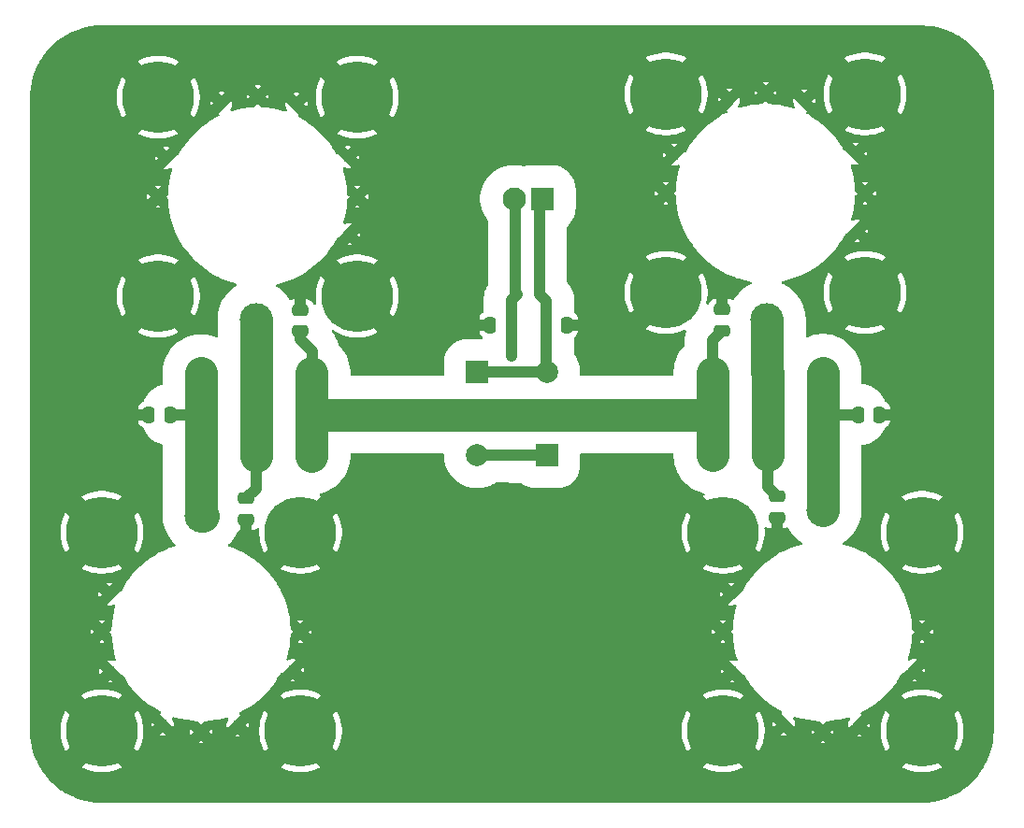
<source format=gbr>
%TF.GenerationSoftware,KiCad,Pcbnew,9.0.2-9.0.2-0~ubuntu24.04.1*%
%TF.CreationDate,2025-07-07T13:30:36-04:00*%
%TF.ProjectId,Transfer_G2RL,5472616e-7366-4657-925f-4732524c2e6b,rev?*%
%TF.SameCoordinates,Original*%
%TF.FileFunction,Copper,L1,Top*%
%TF.FilePolarity,Positive*%
%FSLAX46Y46*%
G04 Gerber Fmt 4.6, Leading zero omitted, Abs format (unit mm)*
G04 Created by KiCad (PCBNEW 9.0.2-9.0.2-0~ubuntu24.04.1) date 2025-07-07 13:30:36*
%MOMM*%
%LPD*%
G01*
G04 APERTURE LIST*
G04 Aperture macros list*
%AMRoundRect*
0 Rectangle with rounded corners*
0 $1 Rounding radius*
0 $2 $3 $4 $5 $6 $7 $8 $9 X,Y pos of 4 corners*
0 Add a 4 corners polygon primitive as box body*
4,1,4,$2,$3,$4,$5,$6,$7,$8,$9,$2,$3,0*
0 Add four circle primitives for the rounded corners*
1,1,$1+$1,$2,$3*
1,1,$1+$1,$4,$5*
1,1,$1+$1,$6,$7*
1,1,$1+$1,$8,$9*
0 Add four rect primitives between the rounded corners*
20,1,$1+$1,$2,$3,$4,$5,0*
20,1,$1+$1,$4,$5,$6,$7,0*
20,1,$1+$1,$6,$7,$8,$9,0*
20,1,$1+$1,$8,$9,$2,$3,0*%
G04 Aperture macros list end*
%TA.AperFunction,ComponentPad*%
%ADD10C,2.000000*%
%TD*%
%TA.AperFunction,ComponentPad*%
%ADD11R,2.000000X2.000000*%
%TD*%
%TA.AperFunction,SMDPad,CuDef*%
%ADD12RoundRect,0.250000X0.475000X-0.250000X0.475000X0.250000X-0.475000X0.250000X-0.475000X-0.250000X0*%
%TD*%
%TA.AperFunction,ComponentPad*%
%ADD13C,6.500000*%
%TD*%
%TA.AperFunction,ComponentPad*%
%ADD14C,1.000000*%
%TD*%
%TA.AperFunction,SMDPad,CuDef*%
%ADD15RoundRect,0.250000X-0.250000X-0.475000X0.250000X-0.475000X0.250000X0.475000X-0.250000X0.475000X0*%
%TD*%
%TA.AperFunction,SMDPad,CuDef*%
%ADD16RoundRect,0.250000X0.250000X0.475000X-0.250000X0.475000X-0.250000X-0.475000X0.250000X-0.475000X0*%
%TD*%
%TA.AperFunction,ComponentPad*%
%ADD17C,3.000000*%
%TD*%
%TA.AperFunction,SMDPad,CuDef*%
%ADD18RoundRect,0.112500X0.187500X0.112500X-0.187500X0.112500X-0.187500X-0.112500X0.187500X-0.112500X0*%
%TD*%
%TA.AperFunction,ComponentPad*%
%ADD19RoundRect,0.250001X0.799999X0.799999X-0.799999X0.799999X-0.799999X-0.799999X0.799999X-0.799999X0*%
%TD*%
%TA.AperFunction,ComponentPad*%
%ADD20C,2.100000*%
%TD*%
%TA.AperFunction,ViaPad*%
%ADD21C,1.000000*%
%TD*%
%TA.AperFunction,Conductor*%
%ADD22C,1.000000*%
%TD*%
%TA.AperFunction,Conductor*%
%ADD23C,3.000000*%
%TD*%
G04 APERTURE END LIST*
D10*
%TO.P,K3,11*%
%TO.N,Net-(C5-Pad2)*%
X114060000Y-96250000D03*
X114060000Y-103750000D03*
%TO.P,K3,12*%
%TO.N,Net-(C2-Pad1)*%
X119060000Y-96250000D03*
X119060000Y-103750000D03*
%TO.P,K3,14*%
%TO.N,Net-(C4-Pad1)*%
X109060000Y-96250000D03*
X109060000Y-103750000D03*
D11*
%TO.P,K3,A1*%
%TO.N,/12V*%
X134060000Y-96250000D03*
D10*
%TO.P,K3,A2*%
%TO.N,/Amp\u005C*%
X134060000Y-103750000D03*
%TD*%
D12*
%TO.P,C5,1*%
%TO.N,GND*%
X113125000Y-109575000D03*
%TO.P,C5,2*%
%TO.N,Net-(C5-Pad2)*%
X113125000Y-107675000D03*
%TD*%
D13*
%TO.P,J8,2,Ext*%
%TO.N,GND*%
X105185818Y-89343989D03*
D14*
X105185818Y-80343989D03*
D13*
X105185818Y-71343989D03*
D14*
X105885818Y-83743989D03*
X105885818Y-76843989D03*
X110885818Y-71843989D03*
X114185818Y-71243989D03*
X117685818Y-71943989D03*
X122385818Y-76743989D03*
X122485818Y-83743989D03*
D13*
X123185818Y-89343989D03*
D14*
X123185818Y-80343989D03*
D13*
X123185818Y-71343989D03*
%TD*%
D15*
%TO.P,C6,1*%
%TO.N,Net-(C6-Pad1)*%
X168575000Y-100075000D03*
%TO.P,C6,2*%
%TO.N,GND*%
X170475000Y-100075000D03*
%TD*%
D16*
%TO.P,C4,1*%
%TO.N,Net-(C4-Pad1)*%
X106250000Y-100100000D03*
%TO.P,C4,2*%
%TO.N,GND*%
X104350000Y-100100000D03*
%TD*%
D12*
%TO.P,C3,1*%
%TO.N,Net-(C2-Pad1)*%
X118025000Y-92500000D03*
%TO.P,C3,2*%
%TO.N,GND*%
X118025000Y-90600000D03*
%TD*%
%TO.P,C2,1*%
%TO.N,Net-(C2-Pad1)*%
X156225000Y-92475000D03*
%TO.P,C2,2*%
%TO.N,GND*%
X156225000Y-90575000D03*
%TD*%
%TO.P,C1,1*%
%TO.N,GND*%
X161175000Y-109400000D03*
%TO.P,C1,2*%
%TO.N,Net-(C1-Pad2)*%
X161175000Y-107500000D03*
%TD*%
D16*
%TO.P,C14,1*%
%TO.N,/Amp\u005C*%
X137150000Y-91950000D03*
%TO.P,C14,2*%
%TO.N,GND*%
X135250000Y-91950000D03*
%TD*%
D10*
%TO.P,K2,11*%
%TO.N,Net-(C1-Pad2)*%
X160350000Y-103750000D03*
X160350000Y-96250000D03*
%TO.P,K2,12*%
%TO.N,Net-(C2-Pad1)*%
X155350000Y-103750000D03*
X155350000Y-96250000D03*
%TO.P,K2,14*%
%TO.N,Net-(C6-Pad1)*%
X165350000Y-103750000D03*
X165350000Y-96250000D03*
D11*
%TO.P,K2,A1*%
%TO.N,/Amp\u005C*%
X140350000Y-103750000D03*
D10*
%TO.P,K2,A2*%
%TO.N,/12V*%
X140350000Y-96250000D03*
%TD*%
D17*
%TO.P,H1,1,1*%
%TO.N,Net-(C6-Pad1)*%
X165328600Y-108712000D03*
%TD*%
D13*
%TO.P,J5,2,Ext*%
%TO.N,GND*%
X151159818Y-89039189D03*
D14*
X151159818Y-80039189D03*
D13*
X151159818Y-71039189D03*
D14*
X151859818Y-83439189D03*
X151859818Y-76539189D03*
X156859818Y-71539189D03*
X160159818Y-70939189D03*
X163659818Y-71639189D03*
X168359818Y-76439189D03*
X168459818Y-83439189D03*
D13*
X169159818Y-89039189D03*
D14*
X169159818Y-80039189D03*
D13*
X169159818Y-71039189D03*
%TD*%
D17*
%TO.P,H4,1,1*%
%TO.N,Net-(C1-Pad2)*%
X160300000Y-91440000D03*
%TD*%
%TO.P,H3,1,1*%
%TO.N,Net-(C4-Pad1)*%
X109067600Y-109220000D03*
%TD*%
D18*
%TO.P,D1,1,K*%
%TO.N,/12V*%
X139734000Y-89154000D03*
%TO.P,D1,2,A*%
%TO.N,/Amp\u005C*%
X137634000Y-89154000D03*
%TD*%
D17*
%TO.P,H2,1,1*%
%TO.N,Net-(C5-Pad2)*%
X114046000Y-91440000D03*
%TD*%
D19*
%TO.P,J1,1,Pin_1*%
%TO.N,/12V*%
X139920000Y-80520000D03*
D20*
%TO.P,J1,2,Pin_2*%
%TO.N,/Amp\u005C*%
X137380000Y-80520000D03*
%TD*%
D15*
%TO.P,C8,1*%
%TO.N,/12V*%
X140274000Y-91948000D03*
%TO.P,C8,2*%
%TO.N,GND*%
X142174000Y-91948000D03*
%TD*%
D13*
%TO.P,J6,2,Ext*%
%TO.N,GND*%
X174328600Y-110751139D03*
D14*
X174328600Y-119751139D03*
D13*
X174328600Y-128751139D03*
D14*
X173628600Y-116351139D03*
X173628600Y-123251139D03*
X168628600Y-128251139D03*
X165328600Y-128851139D03*
X161828600Y-128151139D03*
X157128600Y-123351139D03*
X157028600Y-116351139D03*
D13*
X156328600Y-110751139D03*
D14*
X156328600Y-119751139D03*
D13*
X156328600Y-128751139D03*
%TD*%
%TO.P,J7,2,Ext*%
%TO.N,GND*%
X118067600Y-110751139D03*
D14*
X118067600Y-119751139D03*
D13*
X118067600Y-128751139D03*
D14*
X117367600Y-116351139D03*
X117367600Y-123251139D03*
X112367600Y-128251139D03*
X109067600Y-128851139D03*
X105567600Y-128151139D03*
X100867600Y-123351139D03*
X100767600Y-116351139D03*
D13*
X100067600Y-110751139D03*
D14*
X100067600Y-119751139D03*
D13*
X100067600Y-128751139D03*
%TD*%
D21*
%TO.N,GND*%
X103000000Y-100100000D03*
X156230000Y-89190000D03*
X161180000Y-110930000D03*
X171950000Y-100075000D03*
X137100000Y-134100000D03*
X146500000Y-65928000D03*
X127800000Y-65628000D03*
X104750000Y-106380000D03*
X94300000Y-104600000D03*
X176014000Y-105200000D03*
X179800000Y-105200000D03*
X122700000Y-134186000D03*
X94500000Y-79900000D03*
X94500000Y-120000000D03*
X94400000Y-70700000D03*
X94400000Y-88600000D03*
X94400000Y-110500000D03*
X94300000Y-99600000D03*
X123100000Y-65600000D03*
X105300000Y-65700000D03*
X151100000Y-65800000D03*
X138800000Y-65500000D03*
X179900000Y-110800000D03*
X179900000Y-71000000D03*
X180000000Y-80200000D03*
X179800000Y-99900000D03*
X169100000Y-65900000D03*
X180000000Y-119700000D03*
X177900000Y-67200000D03*
X178400000Y-132600000D03*
X118025000Y-89395000D03*
X104840000Y-96830000D03*
X104810000Y-103710000D03*
X104840000Y-94544000D03*
X164440000Y-92180000D03*
%TO.N,/Amp\u005C*%
X137160000Y-94742000D03*
%TO.N,GND*%
X169710000Y-96690000D03*
X168700000Y-93670000D03*
X169700000Y-103460000D03*
X169600000Y-106359975D03*
X143500000Y-91948000D03*
%TO.N,/Amp\u005C*%
X137160000Y-103773139D03*
%TO.N,GND*%
X144200000Y-95900000D03*
X146486000Y-95900000D03*
X148772000Y-95900000D03*
X151058000Y-95900000D03*
X148732000Y-104310000D03*
X151018000Y-104310000D03*
X146446000Y-104310000D03*
X144160000Y-104310000D03*
X123474000Y-95980000D03*
X130332000Y-95980000D03*
X128046000Y-95980000D03*
X125760000Y-95980000D03*
X133660000Y-91950000D03*
X130308000Y-104240000D03*
X128022000Y-104240000D03*
X125736000Y-104240000D03*
X123450000Y-104240000D03*
X151100000Y-134100000D03*
X165000000Y-134400000D03*
X179900000Y-88900000D03*
X113125000Y-111235000D03*
X95900000Y-132700000D03*
X109100000Y-134300000D03*
X96700000Y-67500000D03*
X113800000Y-65600000D03*
X160400000Y-65800000D03*
%TD*%
D22*
%TO.N,/12V*%
X139920000Y-80660000D02*
X139920000Y-80520000D01*
%TO.N,/Amp\u005C*%
X137510000Y-80650000D02*
X137380000Y-80520000D01*
X137634000Y-89154000D02*
X137510000Y-89030000D01*
%TO.N,/12V*%
X139734000Y-89154000D02*
X139700000Y-89120000D01*
%TO.N,/Amp\u005C*%
X137510000Y-89030000D02*
X137510000Y-80650000D01*
%TO.N,/12V*%
X139700000Y-89120000D02*
X139700000Y-80880000D01*
X139700000Y-80880000D02*
X139920000Y-80660000D01*
D23*
%TO.N,Net-(C2-Pad1)*%
X119067882Y-103816139D02*
X119060000Y-103808257D01*
X119060000Y-103808257D02*
X119060000Y-100107882D01*
X119060000Y-100107882D02*
X119067882Y-100100000D01*
D22*
%TO.N,/Amp\u005C*%
X134060000Y-103750000D02*
X137136861Y-103750000D01*
X137136861Y-103750000D02*
X137160000Y-103773139D01*
%TO.N,/12V*%
X140350000Y-96250000D02*
X134060000Y-96250000D01*
%TO.N,GND*%
X118025000Y-90600000D02*
X118025000Y-89395000D01*
X113125000Y-109575000D02*
X113125000Y-111235000D01*
X104350000Y-100100000D02*
X102990000Y-100100000D01*
X170475000Y-100075000D02*
X171950000Y-100075000D01*
X156225000Y-89195000D02*
X156230000Y-89190000D01*
X156225000Y-90575000D02*
X156225000Y-89195000D01*
X161175000Y-110925000D02*
X161170000Y-110930000D01*
X161175000Y-109400000D02*
X161175000Y-110925000D01*
D23*
%TO.N,Net-(C4-Pad1)*%
X109067882Y-103816139D02*
X109067882Y-109219718D01*
X109067882Y-109219718D02*
X109067600Y-109220000D01*
%TO.N,Net-(C5-Pad2)*%
X114067882Y-96316139D02*
X114067882Y-91461882D01*
X114067882Y-91461882D02*
X114046000Y-91440000D01*
%TO.N,Net-(C2-Pad1)*%
X119067882Y-100100000D02*
X119067882Y-96316139D01*
X155331082Y-103773139D02*
X155331082Y-100150000D01*
X119067882Y-100100000D02*
X155281082Y-100100000D01*
X155281082Y-100100000D02*
X155331082Y-100150000D01*
X155331082Y-100150000D02*
X155331082Y-96273139D01*
D22*
X118025000Y-92500000D02*
X118025000Y-93275000D01*
X118025000Y-93275000D02*
X119100000Y-94350000D01*
X119100000Y-94350000D02*
X119100000Y-96284021D01*
X119100000Y-96284021D02*
X119067882Y-96316139D01*
X156225000Y-92475000D02*
X155350000Y-93350000D01*
X155350000Y-93350000D02*
X155350000Y-96254221D01*
X155350000Y-96254221D02*
X155331082Y-96273139D01*
%TO.N,Net-(C1-Pad2)*%
X161175000Y-107500000D02*
X160330000Y-106655000D01*
X160330000Y-106655000D02*
X160330000Y-103774221D01*
X160330000Y-103774221D02*
X160331082Y-103773139D01*
%TO.N,Net-(C5-Pad2)*%
X114025000Y-103859021D02*
X114067882Y-103816139D01*
X114025000Y-106775000D02*
X114025000Y-103859021D01*
X113125000Y-107675000D02*
X114025000Y-106775000D01*
D23*
%TO.N,Net-(C6-Pad1)*%
X165331082Y-96273139D02*
X165331082Y-100075000D01*
D22*
X168575000Y-100075000D02*
X165331082Y-100075000D01*
%TO.N,Net-(C1-Pad2)*%
X160331082Y-96273139D02*
X160300000Y-96242057D01*
D23*
X160300000Y-96242057D02*
X160300000Y-91466000D01*
D22*
X160300000Y-91466000D02*
X160274000Y-91440000D01*
D23*
X160331082Y-103773139D02*
X160331082Y-96273139D01*
%TO.N,Net-(C5-Pad2)*%
X114067882Y-103816139D02*
X114067882Y-96316139D01*
%TO.N,Net-(C4-Pad1)*%
X109067882Y-103816139D02*
X109067882Y-99882118D01*
D22*
X108800000Y-100100000D02*
X108825000Y-100125000D01*
X108825000Y-100125000D02*
X109067882Y-99882118D01*
X106250000Y-100100000D02*
X108800000Y-100100000D01*
D23*
X109067882Y-99882118D02*
X109067882Y-96316139D01*
D22*
%TO.N,GND*%
X135250000Y-91950000D02*
X133660000Y-91950000D01*
X143500000Y-91948000D02*
X142174000Y-91948000D01*
%TO.N,/Amp\u005C*%
X137160000Y-94742000D02*
X137160000Y-89665000D01*
X137160000Y-89665000D02*
X137634000Y-89191000D01*
X137634000Y-89191000D02*
X137634000Y-89154000D01*
D23*
%TO.N,Net-(C6-Pad1)*%
X165331082Y-103773139D02*
X165331082Y-108709518D01*
X165331082Y-108709518D02*
X165328600Y-108712000D01*
X165331082Y-100075000D02*
X165331082Y-103773139D01*
D22*
%TO.N,/12V*%
X140331082Y-96273139D02*
X140331082Y-89751082D01*
X140331082Y-89751082D02*
X139734000Y-89154000D01*
D23*
%TO.N,Net-(C4-Pad1)*%
X109067882Y-109067882D02*
X109220000Y-109220000D01*
D22*
%TO.N,/Amp\u005C*%
X140331082Y-103773139D02*
X137160000Y-103773139D01*
%TD*%
%TA.AperFunction,Conductor*%
%TO.N,GND*%
G36*
X174392046Y-64837826D02*
G01*
X174396592Y-64837912D01*
X174826173Y-64853986D01*
X174835390Y-64854676D01*
X175309179Y-64908058D01*
X175318337Y-64909439D01*
X175786815Y-64998078D01*
X175795823Y-65000134D01*
X176256371Y-65123536D01*
X176265221Y-65126266D01*
X176715259Y-65283739D01*
X176723860Y-65287114D01*
X177160883Y-65477785D01*
X177169205Y-65481793D01*
X177590762Y-65704590D01*
X177598759Y-65709208D01*
X177619304Y-65722117D01*
X178002467Y-65962873D01*
X178010128Y-65968097D01*
X178393736Y-66251211D01*
X178400963Y-66256973D01*
X178762382Y-66567998D01*
X178769151Y-66574279D01*
X179106302Y-66911428D01*
X179112596Y-66918212D01*
X179371804Y-67219417D01*
X179423587Y-67279589D01*
X179429369Y-67286839D01*
X179712486Y-67670447D01*
X179717710Y-67678109D01*
X179971373Y-68081810D01*
X179976009Y-68089841D01*
X180198780Y-68511343D01*
X180202804Y-68519697D01*
X180393470Y-68956705D01*
X180396857Y-68965337D01*
X180554319Y-69415334D01*
X180557053Y-69424195D01*
X180680456Y-69884735D01*
X180682519Y-69893776D01*
X180771155Y-70362227D01*
X180772537Y-70371396D01*
X180825919Y-70845168D01*
X180826612Y-70854415D01*
X180844495Y-71332344D01*
X180844582Y-71337013D01*
X180829600Y-128675384D01*
X180829599Y-128675916D01*
X180829557Y-128684941D01*
X180829262Y-128686047D01*
X180829262Y-128749972D01*
X180829261Y-128750192D01*
X180829250Y-128750226D01*
X180829175Y-128754265D01*
X180811304Y-129231866D01*
X180810611Y-129241113D01*
X180757358Y-129713745D01*
X180755976Y-129722914D01*
X180667553Y-130190238D01*
X180665490Y-130199278D01*
X180542389Y-130658699D01*
X180539656Y-130667561D01*
X180382566Y-131116499D01*
X180379178Y-131125131D01*
X180188977Y-131561077D01*
X180184953Y-131569431D01*
X179962718Y-131989920D01*
X179958082Y-131997951D01*
X179705030Y-132400681D01*
X179699806Y-132408343D01*
X179417372Y-132791028D01*
X179411596Y-132798270D01*
X179217661Y-133023629D01*
X179101347Y-133158789D01*
X179095039Y-133165586D01*
X178758734Y-133501891D01*
X178751937Y-133508198D01*
X178391413Y-133818454D01*
X178384163Y-133824236D01*
X178001485Y-134106665D01*
X177993823Y-134111889D01*
X177591093Y-134364941D01*
X177583062Y-134369577D01*
X177162574Y-134591811D01*
X177154220Y-134595835D01*
X176718273Y-134786037D01*
X176709641Y-134789425D01*
X176260704Y-134946515D01*
X176251843Y-134949248D01*
X175792422Y-135072350D01*
X175783381Y-135074413D01*
X175316057Y-135162836D01*
X175306888Y-135164218D01*
X174834255Y-135217471D01*
X174825007Y-135218164D01*
X174349028Y-135235973D01*
X174344421Y-135236060D01*
X100069173Y-135253211D01*
X100064503Y-135253124D01*
X99585128Y-135235168D01*
X99575872Y-135234474D01*
X99523409Y-135228556D01*
X99101458Y-135180962D01*
X99092279Y-135179577D01*
X98623197Y-135090723D01*
X98614148Y-135088655D01*
X98153039Y-134964962D01*
X98144168Y-134962222D01*
X97693598Y-134804375D01*
X97684959Y-134800981D01*
X97428483Y-134688945D01*
X97247454Y-134609867D01*
X97239107Y-134605842D01*
X96861403Y-134405966D01*
X96817128Y-134382536D01*
X96809091Y-134377890D01*
X96404992Y-134123635D01*
X96397326Y-134118400D01*
X96041930Y-133855728D01*
X96013398Y-133834640D01*
X96006162Y-133828861D01*
X95644517Y-133517157D01*
X95637733Y-133510852D01*
X95300414Y-133172959D01*
X95294112Y-133166154D01*
X94983035Y-132803993D01*
X94977268Y-132796748D01*
X94694143Y-132412314D01*
X94688922Y-132404638D01*
X94458496Y-132037025D01*
X94458496Y-132037024D01*
X94435364Y-132000121D01*
X94430731Y-131992076D01*
X94233704Y-131618220D01*
X94208144Y-131569720D01*
X94204134Y-131561367D01*
X94013763Y-131123533D01*
X94010383Y-131114887D01*
X93853302Y-130664044D01*
X93850586Y-130655196D01*
X93727669Y-130193848D01*
X93725620Y-130184810D01*
X93704015Y-130069682D01*
X93637562Y-129715565D01*
X93636194Y-129706389D01*
X93631419Y-129663403D01*
X93583490Y-129231898D01*
X93582812Y-129222642D01*
X93578186Y-129093280D01*
X93565663Y-128743064D01*
X93565585Y-128738642D01*
X93565584Y-128738553D01*
X93565694Y-128674993D01*
X93565582Y-128674572D01*
X93565582Y-128566916D01*
X96317600Y-128566916D01*
X96317600Y-128935361D01*
X96353713Y-129302031D01*
X96353716Y-129302048D01*
X96425590Y-129663392D01*
X96425593Y-129663403D01*
X96532552Y-130016000D01*
X96673549Y-130356397D01*
X96673556Y-130356411D01*
X96804023Y-130600500D01*
X96804024Y-130600500D01*
X98343320Y-129061204D01*
X98347543Y-129093280D01*
X98406917Y-129314865D01*
X98494705Y-129526805D01*
X98609406Y-129725473D01*
X98749057Y-129907470D01*
X98911269Y-130069682D01*
X99093266Y-130209333D01*
X99291934Y-130324034D01*
X99503874Y-130411822D01*
X99725459Y-130471196D01*
X99757533Y-130475418D01*
X98218236Y-132014714D01*
X98462327Y-132145183D01*
X98462332Y-132145185D01*
X98802738Y-132286186D01*
X99155335Y-132393145D01*
X99155346Y-132393148D01*
X99516690Y-132465022D01*
X99516707Y-132465025D01*
X99883377Y-132501139D01*
X100251823Y-132501139D01*
X100618492Y-132465025D01*
X100618509Y-132465022D01*
X100979853Y-132393148D01*
X100979864Y-132393145D01*
X101332461Y-132286186D01*
X101672867Y-132145185D01*
X101672872Y-132145183D01*
X101916962Y-132014714D01*
X100377666Y-130475418D01*
X100409741Y-130471196D01*
X100631326Y-130411822D01*
X100843266Y-130324034D01*
X101041934Y-130209333D01*
X101223931Y-130069682D01*
X101386143Y-129907470D01*
X101525794Y-129725473D01*
X101640495Y-129526805D01*
X101728283Y-129314865D01*
X101787657Y-129093280D01*
X101791879Y-129061205D01*
X103331175Y-130600501D01*
X103461644Y-130356411D01*
X103461646Y-130356406D01*
X103602647Y-130016000D01*
X103662442Y-129818884D01*
X108806959Y-129818884D01*
X108806959Y-129818885D01*
X108969104Y-129851138D01*
X108969107Y-129851139D01*
X109166093Y-129851139D01*
X109328239Y-129818885D01*
X109328239Y-129818884D01*
X109067601Y-129558245D01*
X109067600Y-129558245D01*
X108806959Y-129818884D01*
X103662442Y-129818884D01*
X103684016Y-129747763D01*
X103709606Y-129663403D01*
X103709609Y-129663392D01*
X103781483Y-129302048D01*
X103781486Y-129302032D01*
X103789675Y-129218884D01*
X112106959Y-129218884D01*
X112106959Y-129218885D01*
X112269104Y-129251138D01*
X112269107Y-129251139D01*
X112466093Y-129251139D01*
X112628239Y-129218885D01*
X112628239Y-129218884D01*
X112367601Y-128958245D01*
X112367600Y-128958245D01*
X112106959Y-129218884D01*
X103789675Y-129218884D01*
X103799524Y-129118884D01*
X105306959Y-129118884D01*
X105306959Y-129118885D01*
X105469104Y-129151138D01*
X105469107Y-129151139D01*
X105666093Y-129151139D01*
X105828239Y-129118885D01*
X105828239Y-129118884D01*
X105567601Y-128858245D01*
X105567600Y-128858245D01*
X105306959Y-129118884D01*
X103799524Y-129118884D01*
X103804181Y-129071604D01*
X103817600Y-128935361D01*
X103817600Y-128752643D01*
X108067600Y-128752643D01*
X108067600Y-128949634D01*
X108099852Y-129111778D01*
X108099853Y-129111778D01*
X108360493Y-128851139D01*
X108360493Y-128851138D01*
X108320998Y-128811643D01*
X108767600Y-128811643D01*
X108767600Y-128890635D01*
X108788044Y-128966935D01*
X108827540Y-129035344D01*
X108883395Y-129091199D01*
X108951804Y-129130695D01*
X109028104Y-129151139D01*
X109107096Y-129151139D01*
X109183396Y-129130695D01*
X109251805Y-129091199D01*
X109307660Y-129035344D01*
X109347156Y-128966935D01*
X109367600Y-128890635D01*
X109367600Y-128851138D01*
X109774706Y-128851138D01*
X109774706Y-128851139D01*
X110035345Y-129111778D01*
X110067600Y-128949632D01*
X110067600Y-128752645D01*
X110067599Y-128752643D01*
X110035346Y-128590498D01*
X110035345Y-128590498D01*
X109774706Y-128851138D01*
X109367600Y-128851138D01*
X109367600Y-128811643D01*
X109347156Y-128735343D01*
X109307660Y-128666934D01*
X109251805Y-128611079D01*
X109183396Y-128571583D01*
X109165978Y-128566916D01*
X114317600Y-128566916D01*
X114317600Y-128935361D01*
X114353713Y-129302031D01*
X114353716Y-129302048D01*
X114425590Y-129663392D01*
X114425593Y-129663403D01*
X114532552Y-130016000D01*
X114673549Y-130356397D01*
X114673556Y-130356411D01*
X114804023Y-130600500D01*
X114804024Y-130600500D01*
X116343320Y-129061204D01*
X116347543Y-129093280D01*
X116406917Y-129314865D01*
X116494705Y-129526805D01*
X116609406Y-129725473D01*
X116749057Y-129907470D01*
X116911269Y-130069682D01*
X117093266Y-130209333D01*
X117291934Y-130324034D01*
X117503874Y-130411822D01*
X117725459Y-130471196D01*
X117757533Y-130475418D01*
X116218236Y-132014714D01*
X116462327Y-132145183D01*
X116462332Y-132145185D01*
X116802738Y-132286186D01*
X117155335Y-132393145D01*
X117155346Y-132393148D01*
X117516690Y-132465022D01*
X117516707Y-132465025D01*
X117883377Y-132501139D01*
X118251823Y-132501139D01*
X118618492Y-132465025D01*
X118618509Y-132465022D01*
X118979853Y-132393148D01*
X118979864Y-132393145D01*
X119332461Y-132286186D01*
X119672867Y-132145185D01*
X119672872Y-132145183D01*
X119916962Y-132014714D01*
X118377666Y-130475418D01*
X118409741Y-130471196D01*
X118631326Y-130411822D01*
X118843266Y-130324034D01*
X119041934Y-130209333D01*
X119223931Y-130069682D01*
X119386143Y-129907470D01*
X119525794Y-129725473D01*
X119640495Y-129526805D01*
X119728283Y-129314865D01*
X119787657Y-129093280D01*
X119791879Y-129061205D01*
X121331175Y-130600501D01*
X121461644Y-130356411D01*
X121461646Y-130356406D01*
X121602647Y-130016000D01*
X121709606Y-129663403D01*
X121709609Y-129663392D01*
X121781483Y-129302048D01*
X121781486Y-129302031D01*
X121817600Y-128935361D01*
X121817600Y-128566916D01*
X152578600Y-128566916D01*
X152578600Y-128935361D01*
X152614713Y-129302031D01*
X152614716Y-129302048D01*
X152686590Y-129663392D01*
X152686593Y-129663403D01*
X152793552Y-130016000D01*
X152934549Y-130356397D01*
X152934556Y-130356411D01*
X153065023Y-130600500D01*
X153065024Y-130600500D01*
X154604320Y-129061204D01*
X154608543Y-129093280D01*
X154667917Y-129314865D01*
X154755705Y-129526805D01*
X154870406Y-129725473D01*
X155010057Y-129907470D01*
X155172269Y-130069682D01*
X155354266Y-130209333D01*
X155552934Y-130324034D01*
X155764874Y-130411822D01*
X155986459Y-130471196D01*
X156018533Y-130475418D01*
X154479236Y-132014714D01*
X154723327Y-132145183D01*
X154723332Y-132145185D01*
X155063738Y-132286186D01*
X155416335Y-132393145D01*
X155416346Y-132393148D01*
X155777690Y-132465022D01*
X155777707Y-132465025D01*
X156144377Y-132501139D01*
X156512823Y-132501139D01*
X156879492Y-132465025D01*
X156879509Y-132465022D01*
X157240853Y-132393148D01*
X157240864Y-132393145D01*
X157593461Y-132286186D01*
X157933867Y-132145185D01*
X157933872Y-132145183D01*
X158177962Y-132014714D01*
X156638666Y-130475418D01*
X156670741Y-130471196D01*
X156892326Y-130411822D01*
X157104266Y-130324034D01*
X157302934Y-130209333D01*
X157484931Y-130069682D01*
X157647143Y-129907470D01*
X157786794Y-129725473D01*
X157901495Y-129526805D01*
X157989283Y-129314865D01*
X158048657Y-129093280D01*
X158052879Y-129061205D01*
X159592175Y-130600501D01*
X159722644Y-130356411D01*
X159722646Y-130356406D01*
X159863647Y-130016000D01*
X159923442Y-129818884D01*
X165067959Y-129818884D01*
X165067959Y-129818885D01*
X165230104Y-129851138D01*
X165230107Y-129851139D01*
X165427093Y-129851139D01*
X165589239Y-129818885D01*
X165589239Y-129818884D01*
X165328601Y-129558245D01*
X165328600Y-129558245D01*
X165067959Y-129818884D01*
X159923442Y-129818884D01*
X159945016Y-129747763D01*
X159970606Y-129663403D01*
X159970609Y-129663392D01*
X160042483Y-129302048D01*
X160042486Y-129302032D01*
X160050675Y-129218884D01*
X168367959Y-129218884D01*
X168367959Y-129218885D01*
X168530104Y-129251138D01*
X168530107Y-129251139D01*
X168727093Y-129251139D01*
X168889239Y-129218885D01*
X168889239Y-129218884D01*
X168628601Y-128958245D01*
X168628600Y-128958245D01*
X168367959Y-129218884D01*
X160050675Y-129218884D01*
X160060524Y-129118884D01*
X161567959Y-129118884D01*
X161567959Y-129118885D01*
X161730104Y-129151138D01*
X161730107Y-129151139D01*
X161927093Y-129151139D01*
X162089239Y-129118885D01*
X162089239Y-129118884D01*
X161828601Y-128858245D01*
X161828600Y-128858245D01*
X161567959Y-129118884D01*
X160060524Y-129118884D01*
X160065181Y-129071604D01*
X160078600Y-128935361D01*
X160078600Y-128752643D01*
X164328600Y-128752643D01*
X164328600Y-128949634D01*
X164360852Y-129111778D01*
X164360853Y-129111778D01*
X164621493Y-128851139D01*
X164621493Y-128851138D01*
X164581998Y-128811643D01*
X165028600Y-128811643D01*
X165028600Y-128890635D01*
X165049044Y-128966935D01*
X165088540Y-129035344D01*
X165144395Y-129091199D01*
X165212804Y-129130695D01*
X165289104Y-129151139D01*
X165368096Y-129151139D01*
X165444396Y-129130695D01*
X165512805Y-129091199D01*
X165568660Y-129035344D01*
X165608156Y-128966935D01*
X165628600Y-128890635D01*
X165628600Y-128851138D01*
X166035706Y-128851138D01*
X166035706Y-128851139D01*
X166296345Y-129111778D01*
X166328600Y-128949632D01*
X166328600Y-128752645D01*
X166328599Y-128752643D01*
X166296346Y-128590498D01*
X166296345Y-128590498D01*
X166035706Y-128851138D01*
X165628600Y-128851138D01*
X165628600Y-128811643D01*
X165608156Y-128735343D01*
X165568660Y-128666934D01*
X165512805Y-128611079D01*
X165444396Y-128571583D01*
X165426978Y-128566916D01*
X170578600Y-128566916D01*
X170578600Y-128935361D01*
X170614713Y-129302031D01*
X170614716Y-129302048D01*
X170686590Y-129663392D01*
X170686593Y-129663403D01*
X170793552Y-130016000D01*
X170934549Y-130356397D01*
X170934556Y-130356411D01*
X171065023Y-130600500D01*
X171065024Y-130600500D01*
X172604320Y-129061204D01*
X172608543Y-129093280D01*
X172667917Y-129314865D01*
X172755705Y-129526805D01*
X172870406Y-129725473D01*
X173010057Y-129907470D01*
X173172269Y-130069682D01*
X173354266Y-130209333D01*
X173552934Y-130324034D01*
X173764874Y-130411822D01*
X173986459Y-130471196D01*
X174018533Y-130475418D01*
X172479236Y-132014714D01*
X172723327Y-132145183D01*
X172723332Y-132145185D01*
X173063738Y-132286186D01*
X173416335Y-132393145D01*
X173416346Y-132393148D01*
X173777690Y-132465022D01*
X173777707Y-132465025D01*
X174144377Y-132501139D01*
X174512823Y-132501139D01*
X174879492Y-132465025D01*
X174879509Y-132465022D01*
X175240853Y-132393148D01*
X175240864Y-132393145D01*
X175593461Y-132286186D01*
X175933867Y-132145185D01*
X175933872Y-132145183D01*
X176177962Y-132014714D01*
X174638666Y-130475418D01*
X174670741Y-130471196D01*
X174892326Y-130411822D01*
X175104266Y-130324034D01*
X175302934Y-130209333D01*
X175484931Y-130069682D01*
X175647143Y-129907470D01*
X175786794Y-129725473D01*
X175901495Y-129526805D01*
X175989283Y-129314865D01*
X176048657Y-129093280D01*
X176052879Y-129061205D01*
X177592175Y-130600501D01*
X177722644Y-130356411D01*
X177722646Y-130356406D01*
X177863647Y-130016000D01*
X177970606Y-129663403D01*
X177970609Y-129663392D01*
X178042483Y-129302048D01*
X178042486Y-129302031D01*
X178078600Y-128935361D01*
X178078600Y-128566916D01*
X178042486Y-128200246D01*
X178042483Y-128200229D01*
X177970609Y-127838885D01*
X177970606Y-127838874D01*
X177863647Y-127486277D01*
X177722646Y-127145871D01*
X177722644Y-127145866D01*
X177592175Y-126901775D01*
X176052879Y-128441071D01*
X176048657Y-128408998D01*
X175989283Y-128187413D01*
X175901495Y-127975473D01*
X175786794Y-127776805D01*
X175647143Y-127594808D01*
X175484931Y-127432596D01*
X175302934Y-127292945D01*
X175104266Y-127178244D01*
X174892326Y-127090456D01*
X174670741Y-127031082D01*
X174638664Y-127026859D01*
X176177961Y-125487563D01*
X176177961Y-125487562D01*
X175933872Y-125357095D01*
X175933858Y-125357088D01*
X175593461Y-125216091D01*
X175240864Y-125109132D01*
X175240853Y-125109129D01*
X174879509Y-125037255D01*
X174879492Y-125037252D01*
X174512823Y-125001139D01*
X174144377Y-125001139D01*
X173777707Y-125037252D01*
X173777690Y-125037255D01*
X173416346Y-125109129D01*
X173416335Y-125109132D01*
X173063738Y-125216091D01*
X172723342Y-125357088D01*
X172479237Y-125487563D01*
X174018533Y-127026859D01*
X173986459Y-127031082D01*
X173764874Y-127090456D01*
X173552934Y-127178244D01*
X173354266Y-127292945D01*
X173172269Y-127432596D01*
X173010057Y-127594808D01*
X172870406Y-127776805D01*
X172755705Y-127975473D01*
X172667917Y-128187413D01*
X172608543Y-128408998D01*
X172604320Y-128441072D01*
X171065024Y-126901776D01*
X170934549Y-127145881D01*
X170793552Y-127486277D01*
X170686593Y-127838874D01*
X170686590Y-127838885D01*
X170614716Y-128200229D01*
X170614713Y-128200246D01*
X170578600Y-128566916D01*
X165426978Y-128566916D01*
X165368096Y-128551139D01*
X165289104Y-128551139D01*
X165212804Y-128571583D01*
X165144395Y-128611079D01*
X165088540Y-128666934D01*
X165049044Y-128735343D01*
X165028600Y-128811643D01*
X164581998Y-128811643D01*
X164360853Y-128590498D01*
X164360852Y-128590498D01*
X164328600Y-128752643D01*
X160078600Y-128752643D01*
X160078600Y-128566916D01*
X160042486Y-128200247D01*
X160016728Y-128070747D01*
X160016728Y-128070743D01*
X160013128Y-128052643D01*
X160828600Y-128052643D01*
X160828600Y-128249634D01*
X160860852Y-128411778D01*
X160860853Y-128411778D01*
X161121493Y-128151139D01*
X161121493Y-128151138D01*
X161081998Y-128111643D01*
X161528600Y-128111643D01*
X161528600Y-128190635D01*
X161549044Y-128266935D01*
X161588540Y-128335344D01*
X161644395Y-128391199D01*
X161712804Y-128430695D01*
X161789104Y-128451139D01*
X161868096Y-128451139D01*
X161944396Y-128430695D01*
X162012805Y-128391199D01*
X162068660Y-128335344D01*
X162108156Y-128266935D01*
X162128600Y-128190635D01*
X162128600Y-128111643D01*
X162108156Y-128035343D01*
X162068660Y-127966934D01*
X162012805Y-127911079D01*
X161944396Y-127871583D01*
X161868096Y-127851139D01*
X161789104Y-127851139D01*
X161712804Y-127871583D01*
X161644395Y-127911079D01*
X161588540Y-127966934D01*
X161549044Y-128035343D01*
X161528600Y-128111643D01*
X161081998Y-128111643D01*
X160860853Y-127890498D01*
X160860852Y-127890498D01*
X160828600Y-128052643D01*
X160013128Y-128052643D01*
X159970609Y-127838885D01*
X159970606Y-127838874D01*
X159863647Y-127486277D01*
X159722646Y-127145871D01*
X159722644Y-127145866D01*
X159592175Y-126901775D01*
X158052879Y-128441071D01*
X158048657Y-128408998D01*
X157989283Y-128187413D01*
X157901495Y-127975473D01*
X157786794Y-127776805D01*
X157647143Y-127594808D01*
X157484931Y-127432596D01*
X157302934Y-127292945D01*
X157104266Y-127178244D01*
X156892326Y-127090456D01*
X156670741Y-127031082D01*
X156638664Y-127026859D01*
X158177961Y-125487563D01*
X158177961Y-125487562D01*
X157933872Y-125357095D01*
X157933858Y-125357088D01*
X157593461Y-125216091D01*
X157240864Y-125109132D01*
X157240853Y-125109129D01*
X156879509Y-125037255D01*
X156879492Y-125037252D01*
X156512823Y-125001139D01*
X156144377Y-125001139D01*
X155777707Y-125037252D01*
X155777690Y-125037255D01*
X155416346Y-125109129D01*
X155416335Y-125109132D01*
X155063738Y-125216091D01*
X154723342Y-125357088D01*
X154479237Y-125487563D01*
X156018533Y-127026859D01*
X155986459Y-127031082D01*
X155764874Y-127090456D01*
X155552934Y-127178244D01*
X155354266Y-127292945D01*
X155172269Y-127432596D01*
X155010057Y-127594808D01*
X154870406Y-127776805D01*
X154755705Y-127975473D01*
X154667917Y-128187413D01*
X154608543Y-128408998D01*
X154604320Y-128441072D01*
X153065024Y-126901776D01*
X152934549Y-127145881D01*
X152793552Y-127486277D01*
X152686593Y-127838874D01*
X152686590Y-127838885D01*
X152614716Y-128200229D01*
X152614713Y-128200246D01*
X152578600Y-128566916D01*
X121817600Y-128566916D01*
X121781486Y-128200246D01*
X121781483Y-128200229D01*
X121709609Y-127838885D01*
X121709606Y-127838874D01*
X121602647Y-127486277D01*
X121461646Y-127145871D01*
X121461644Y-127145866D01*
X121331175Y-126901775D01*
X119791879Y-128441071D01*
X119787657Y-128408998D01*
X119728283Y-128187413D01*
X119640495Y-127975473D01*
X119525794Y-127776805D01*
X119386143Y-127594808D01*
X119223931Y-127432596D01*
X119041934Y-127292945D01*
X118843266Y-127178244D01*
X118631326Y-127090456D01*
X118409741Y-127031082D01*
X118377664Y-127026859D01*
X119916961Y-125487563D01*
X119916961Y-125487562D01*
X119672872Y-125357095D01*
X119672858Y-125357088D01*
X119332461Y-125216091D01*
X118979864Y-125109132D01*
X118979853Y-125109129D01*
X118618509Y-125037255D01*
X118618492Y-125037252D01*
X118251823Y-125001139D01*
X117883377Y-125001139D01*
X117516707Y-125037252D01*
X117516690Y-125037255D01*
X117155346Y-125109129D01*
X117155335Y-125109132D01*
X116802738Y-125216091D01*
X116462342Y-125357088D01*
X116218237Y-125487563D01*
X117757533Y-127026859D01*
X117725459Y-127031082D01*
X117503874Y-127090456D01*
X117291934Y-127178244D01*
X117093266Y-127292945D01*
X116911269Y-127432596D01*
X116749057Y-127594808D01*
X116609406Y-127776805D01*
X116494705Y-127975473D01*
X116406917Y-128187413D01*
X116347543Y-128408998D01*
X116343320Y-128441072D01*
X114804024Y-126901776D01*
X114673549Y-127145881D01*
X114532552Y-127486277D01*
X114425593Y-127838874D01*
X114425590Y-127838885D01*
X114353716Y-128200229D01*
X114353713Y-128200246D01*
X114317600Y-128566916D01*
X109165978Y-128566916D01*
X109107096Y-128551139D01*
X109028104Y-128551139D01*
X108951804Y-128571583D01*
X108883395Y-128611079D01*
X108827540Y-128666934D01*
X108788044Y-128735343D01*
X108767600Y-128811643D01*
X108320998Y-128811643D01*
X108099853Y-128590498D01*
X108099852Y-128590498D01*
X108067600Y-128752643D01*
X103817600Y-128752643D01*
X103817600Y-128566916D01*
X103781486Y-128200247D01*
X103755728Y-128070747D01*
X103755728Y-128070743D01*
X103752128Y-128052643D01*
X104567600Y-128052643D01*
X104567600Y-128249634D01*
X104599852Y-128411778D01*
X104599853Y-128411778D01*
X104860493Y-128151139D01*
X104860493Y-128151138D01*
X104820998Y-128111643D01*
X105267600Y-128111643D01*
X105267600Y-128190635D01*
X105288044Y-128266935D01*
X105327540Y-128335344D01*
X105383395Y-128391199D01*
X105451804Y-128430695D01*
X105528104Y-128451139D01*
X105607096Y-128451139D01*
X105683396Y-128430695D01*
X105751805Y-128391199D01*
X105807660Y-128335344D01*
X105847156Y-128266935D01*
X105867600Y-128190635D01*
X105867600Y-128111643D01*
X105847156Y-128035343D01*
X105807660Y-127966934D01*
X105751805Y-127911079D01*
X105683396Y-127871583D01*
X105607096Y-127851139D01*
X105528104Y-127851139D01*
X105451804Y-127871583D01*
X105383395Y-127911079D01*
X105327540Y-127966934D01*
X105288044Y-128035343D01*
X105267600Y-128111643D01*
X104820998Y-128111643D01*
X104599853Y-127890498D01*
X104599852Y-127890498D01*
X104567600Y-128052643D01*
X103752128Y-128052643D01*
X103709609Y-127838885D01*
X103709606Y-127838874D01*
X103602647Y-127486277D01*
X103461646Y-127145871D01*
X103461644Y-127145866D01*
X103331175Y-126901775D01*
X101791879Y-128441071D01*
X101787657Y-128408998D01*
X101728283Y-128187413D01*
X101640495Y-127975473D01*
X101525794Y-127776805D01*
X101386143Y-127594808D01*
X101223931Y-127432596D01*
X101041934Y-127292945D01*
X100843266Y-127178244D01*
X100631326Y-127090456D01*
X100409741Y-127031082D01*
X100377664Y-127026859D01*
X101916961Y-125487563D01*
X101916961Y-125487562D01*
X101672872Y-125357095D01*
X101672858Y-125357088D01*
X101332461Y-125216091D01*
X100979864Y-125109132D01*
X100979853Y-125109129D01*
X100618509Y-125037255D01*
X100618492Y-125037252D01*
X100251823Y-125001139D01*
X99883377Y-125001139D01*
X99516707Y-125037252D01*
X99516690Y-125037255D01*
X99155346Y-125109129D01*
X99155335Y-125109132D01*
X98802738Y-125216091D01*
X98462342Y-125357088D01*
X98218237Y-125487563D01*
X99757533Y-127026859D01*
X99725459Y-127031082D01*
X99503874Y-127090456D01*
X99291934Y-127178244D01*
X99093266Y-127292945D01*
X98911269Y-127432596D01*
X98749057Y-127594808D01*
X98609406Y-127776805D01*
X98494705Y-127975473D01*
X98406917Y-128187413D01*
X98347543Y-128408998D01*
X98343320Y-128441072D01*
X96804024Y-126901776D01*
X96673549Y-127145881D01*
X96532552Y-127486277D01*
X96425593Y-127838874D01*
X96425590Y-127838885D01*
X96353716Y-128200229D01*
X96353713Y-128200246D01*
X96317600Y-128566916D01*
X93565582Y-128566916D01*
X93565582Y-124318884D01*
X100606959Y-124318884D01*
X100606959Y-124318885D01*
X100769104Y-124351138D01*
X100769107Y-124351139D01*
X100966093Y-124351139D01*
X101128239Y-124318885D01*
X101128239Y-124318884D01*
X100867601Y-124058245D01*
X100867600Y-124058245D01*
X100606959Y-124318884D01*
X93565582Y-124318884D01*
X93565582Y-123252643D01*
X99867600Y-123252643D01*
X99867600Y-123449634D01*
X99899852Y-123611778D01*
X99899853Y-123611778D01*
X100160493Y-123351139D01*
X100160493Y-123351138D01*
X100120998Y-123311643D01*
X100567600Y-123311643D01*
X100567600Y-123390635D01*
X100588044Y-123466935D01*
X100627540Y-123535344D01*
X100683395Y-123591199D01*
X100751804Y-123630695D01*
X100828104Y-123651139D01*
X100907096Y-123651139D01*
X100983396Y-123630695D01*
X101051805Y-123591199D01*
X101107660Y-123535344D01*
X101147156Y-123466935D01*
X101167600Y-123390635D01*
X101167600Y-123311643D01*
X101147156Y-123235343D01*
X101107660Y-123166934D01*
X101051805Y-123111079D01*
X100983396Y-123071583D01*
X100907096Y-123051139D01*
X100828104Y-123051139D01*
X100751804Y-123071583D01*
X100683395Y-123111079D01*
X100627540Y-123166934D01*
X100588044Y-123235343D01*
X100567600Y-123311643D01*
X100120998Y-123311643D01*
X99899853Y-123090498D01*
X99899852Y-123090498D01*
X99867600Y-123252643D01*
X93565582Y-123252643D01*
X93565582Y-120718884D01*
X99806959Y-120718884D01*
X99806959Y-120718885D01*
X99969104Y-120751138D01*
X99969107Y-120751139D01*
X100166093Y-120751139D01*
X100328239Y-120718885D01*
X100328239Y-120718884D01*
X100067601Y-120458245D01*
X100067600Y-120458245D01*
X99806959Y-120718884D01*
X93565582Y-120718884D01*
X93565582Y-119652643D01*
X99067600Y-119652643D01*
X99067600Y-119849634D01*
X99099852Y-120011778D01*
X99099853Y-120011778D01*
X99360493Y-119751139D01*
X99360493Y-119751138D01*
X99320998Y-119711643D01*
X99767600Y-119711643D01*
X99767600Y-119790635D01*
X99788044Y-119866935D01*
X99827540Y-119935344D01*
X99883395Y-119991199D01*
X99951804Y-120030695D01*
X100028104Y-120051139D01*
X100107096Y-120051139D01*
X100183396Y-120030695D01*
X100251805Y-119991199D01*
X100307660Y-119935344D01*
X100347156Y-119866935D01*
X100367600Y-119790635D01*
X100367600Y-119711643D01*
X100347156Y-119635343D01*
X100307660Y-119566934D01*
X100251805Y-119511079D01*
X100183396Y-119471583D01*
X100107096Y-119451139D01*
X100028104Y-119451139D01*
X99951804Y-119471583D01*
X99883395Y-119511079D01*
X99827540Y-119566934D01*
X99788044Y-119635343D01*
X99767600Y-119711643D01*
X99320998Y-119711643D01*
X99099853Y-119490498D01*
X99099852Y-119490498D01*
X99067600Y-119652643D01*
X93565582Y-119652643D01*
X93565582Y-118783391D01*
X99806959Y-118783391D01*
X99806959Y-118783392D01*
X100067600Y-119044032D01*
X100067601Y-119044032D01*
X100328239Y-118783392D01*
X100328239Y-118783391D01*
X100166095Y-118751139D01*
X99969104Y-118751139D01*
X99806959Y-118783391D01*
X93565582Y-118783391D01*
X93565582Y-117318884D01*
X100506959Y-117318884D01*
X100506959Y-117318885D01*
X100669104Y-117351138D01*
X100669107Y-117351139D01*
X100866092Y-117351139D01*
X100866095Y-117351138D01*
X101059281Y-117312711D01*
X101059289Y-117312709D01*
X101136799Y-117280604D01*
X101206268Y-117273135D01*
X101268748Y-117304410D01*
X101304400Y-117364499D01*
X101304027Y-117427258D01*
X101174484Y-117910719D01*
X101174478Y-117910745D01*
X101071016Y-118430887D01*
X101071014Y-118430898D01*
X101001788Y-118956718D01*
X100987182Y-119179559D01*
X100967100Y-119485956D01*
X100967100Y-119485967D01*
X100967100Y-119507383D01*
X100947415Y-119574422D01*
X100930781Y-119595064D01*
X100774706Y-119751138D01*
X100930781Y-119907212D01*
X100964266Y-119968535D01*
X100967100Y-119994894D01*
X100967100Y-120016322D01*
X100989008Y-120350572D01*
X101001788Y-120545559D01*
X101071014Y-121071379D01*
X101071016Y-121071390D01*
X101174478Y-121591532D01*
X101174482Y-121591550D01*
X101311753Y-122103851D01*
X101311755Y-122103859D01*
X101361584Y-122250649D01*
X101364494Y-122320459D01*
X101329199Y-122380759D01*
X101266907Y-122412405D01*
X101197395Y-122405349D01*
X101196713Y-122405069D01*
X101159293Y-122389569D01*
X101159281Y-122389566D01*
X100966095Y-122351139D01*
X100769104Y-122351139D01*
X100606959Y-122383391D01*
X100606959Y-122383392D01*
X101836122Y-123612555D01*
X101902552Y-123611962D01*
X101961665Y-123649210D01*
X101976068Y-123669246D01*
X102184947Y-124031035D01*
X102184963Y-124031060D01*
X102398833Y-124351139D01*
X102479608Y-124472027D01*
X102802475Y-124892794D01*
X103152169Y-125291545D01*
X103527194Y-125666570D01*
X103925945Y-126016264D01*
X104346712Y-126339131D01*
X104346718Y-126339135D01*
X104787678Y-126633775D01*
X104787703Y-126633791D01*
X105247004Y-126898969D01*
X105347597Y-126948576D01*
X105399016Y-126995881D01*
X105416698Y-127063476D01*
X105395028Y-127129901D01*
X105340887Y-127174065D01*
X105316944Y-127181405D01*
X105306959Y-127183391D01*
X105306959Y-127183392D01*
X106535345Y-128411778D01*
X106535346Y-128411778D01*
X106567600Y-128249632D01*
X106567600Y-128052647D01*
X106567599Y-128052643D01*
X106529172Y-127859457D01*
X106529169Y-127859445D01*
X106453792Y-127677467D01*
X106453785Y-127677454D01*
X106432818Y-127646075D01*
X106411940Y-127579398D01*
X106430424Y-127512018D01*
X106482403Y-127465327D01*
X106551373Y-127454151D01*
X106575779Y-127459765D01*
X106714879Y-127506983D01*
X106714883Y-127506984D01*
X106714889Y-127506986D01*
X107227183Y-127644255D01*
X107227187Y-127644255D01*
X107227188Y-127644256D01*
X107227206Y-127644260D01*
X107734364Y-127745139D01*
X107747358Y-127747724D01*
X108273187Y-127816951D01*
X108726730Y-127846678D01*
X108792335Y-127870704D01*
X108806298Y-127882731D01*
X109067599Y-128144031D01*
X109328899Y-127882731D01*
X109390222Y-127849246D01*
X109408456Y-127846679D01*
X109862013Y-127816951D01*
X110387842Y-127747724D01*
X110741114Y-127677454D01*
X110907993Y-127644260D01*
X110908002Y-127644257D01*
X110908017Y-127644255D01*
X111396642Y-127513328D01*
X111466489Y-127514991D01*
X111524352Y-127554153D01*
X111551856Y-127618382D01*
X111540270Y-127687284D01*
X111531836Y-127701993D01*
X111481413Y-127777456D01*
X111481407Y-127777467D01*
X111406030Y-127959445D01*
X111406027Y-127959457D01*
X111367600Y-128152643D01*
X111367600Y-128349634D01*
X111399852Y-128511778D01*
X111399853Y-128511778D01*
X111699990Y-128211643D01*
X112067600Y-128211643D01*
X112067600Y-128290635D01*
X112088044Y-128366935D01*
X112127540Y-128435344D01*
X112183395Y-128491199D01*
X112251804Y-128530695D01*
X112328104Y-128551139D01*
X112407096Y-128551139D01*
X112483396Y-128530695D01*
X112551805Y-128491199D01*
X112607660Y-128435344D01*
X112647156Y-128366935D01*
X112667600Y-128290635D01*
X112667600Y-128251138D01*
X113074706Y-128251138D01*
X113074706Y-128251139D01*
X113335345Y-128511778D01*
X113335346Y-128511778D01*
X113367600Y-128349632D01*
X113367600Y-128152645D01*
X113367599Y-128152643D01*
X113335346Y-127990498D01*
X113335345Y-127990498D01*
X113074706Y-128251138D01*
X112667600Y-128251138D01*
X112667600Y-128211643D01*
X112647156Y-128135343D01*
X112607660Y-128066934D01*
X112551805Y-128011079D01*
X112483396Y-127971583D01*
X112407096Y-127951139D01*
X112328104Y-127951139D01*
X112251804Y-127971583D01*
X112183395Y-128011079D01*
X112127540Y-128066934D01*
X112088044Y-128135343D01*
X112067600Y-128211643D01*
X111699990Y-128211643D01*
X111799537Y-128112096D01*
X112014047Y-127897586D01*
X112628239Y-127283392D01*
X112628239Y-127283391D01*
X112616274Y-127281011D01*
X112554363Y-127248626D01*
X112519789Y-127187910D01*
X112523528Y-127118141D01*
X112564395Y-127061469D01*
X112585621Y-127048182D01*
X112888195Y-126898969D01*
X113347496Y-126633791D01*
X113347505Y-126633786D01*
X113788488Y-126339131D01*
X114209255Y-126016264D01*
X114608006Y-125666570D01*
X114983031Y-125291545D01*
X115332725Y-124892794D01*
X115655592Y-124472027D01*
X115757918Y-124318884D01*
X156867959Y-124318884D01*
X156867959Y-124318885D01*
X157030104Y-124351138D01*
X157030107Y-124351139D01*
X157227093Y-124351139D01*
X157389239Y-124318885D01*
X157389239Y-124318884D01*
X157128601Y-124058245D01*
X157128600Y-124058245D01*
X156867959Y-124318884D01*
X115757918Y-124318884D01*
X115776630Y-124290880D01*
X115824737Y-124218884D01*
X117106959Y-124218884D01*
X117106959Y-124218885D01*
X117269104Y-124251138D01*
X117269107Y-124251139D01*
X117466093Y-124251139D01*
X117628239Y-124218885D01*
X117628239Y-124218884D01*
X117367601Y-123958245D01*
X117367600Y-123958245D01*
X117106959Y-124218884D01*
X115824737Y-124218884D01*
X115894239Y-124114867D01*
X115950236Y-124031060D01*
X115950247Y-124031044D01*
X116215430Y-123571734D01*
X116218612Y-123565280D01*
X116265914Y-123513858D01*
X116333508Y-123496172D01*
X116365823Y-123501456D01*
X116399853Y-123511778D01*
X116699990Y-123211643D01*
X117067600Y-123211643D01*
X117067600Y-123290635D01*
X117088044Y-123366935D01*
X117127540Y-123435344D01*
X117183395Y-123491199D01*
X117251804Y-123530695D01*
X117328104Y-123551139D01*
X117407096Y-123551139D01*
X117483396Y-123530695D01*
X117551805Y-123491199D01*
X117607660Y-123435344D01*
X117647156Y-123366935D01*
X117667600Y-123290635D01*
X117667600Y-123251138D01*
X118074706Y-123251138D01*
X118074706Y-123251139D01*
X118335345Y-123511778D01*
X118335346Y-123511778D01*
X118367600Y-123349632D01*
X118367600Y-123252643D01*
X156128600Y-123252643D01*
X156128600Y-123449634D01*
X156160852Y-123611778D01*
X156160853Y-123611778D01*
X156421493Y-123351139D01*
X156421493Y-123351138D01*
X156381998Y-123311643D01*
X156828600Y-123311643D01*
X156828600Y-123390635D01*
X156849044Y-123466935D01*
X156888540Y-123535344D01*
X156944395Y-123591199D01*
X157012804Y-123630695D01*
X157089104Y-123651139D01*
X157168096Y-123651139D01*
X157244396Y-123630695D01*
X157312805Y-123591199D01*
X157368660Y-123535344D01*
X157408156Y-123466935D01*
X157428600Y-123390635D01*
X157428600Y-123311643D01*
X157408156Y-123235343D01*
X157368660Y-123166934D01*
X157312805Y-123111079D01*
X157244396Y-123071583D01*
X157168096Y-123051139D01*
X157089104Y-123051139D01*
X157012804Y-123071583D01*
X156944395Y-123111079D01*
X156888540Y-123166934D01*
X156849044Y-123235343D01*
X156828600Y-123311643D01*
X156381998Y-123311643D01*
X156160853Y-123090498D01*
X156160852Y-123090498D01*
X156128600Y-123252643D01*
X118367600Y-123252643D01*
X118367600Y-123152645D01*
X118367599Y-123152643D01*
X118335346Y-122990498D01*
X118335345Y-122990498D01*
X118074706Y-123251138D01*
X117667600Y-123251138D01*
X117667600Y-123211643D01*
X117647156Y-123135343D01*
X117607660Y-123066934D01*
X117551805Y-123011079D01*
X117483396Y-122971583D01*
X117407096Y-122951139D01*
X117328104Y-122951139D01*
X117251804Y-122971583D01*
X117183395Y-123011079D01*
X117127540Y-123066934D01*
X117088044Y-123135343D01*
X117067600Y-123211643D01*
X116699990Y-123211643D01*
X116799537Y-123112096D01*
X117014047Y-122897586D01*
X117628239Y-122283392D01*
X117628239Y-122283391D01*
X117466095Y-122251139D01*
X117269104Y-122251139D01*
X117075918Y-122289566D01*
X117075906Y-122289569D01*
X116961625Y-122336906D01*
X116892156Y-122344375D01*
X116829677Y-122313100D01*
X116794025Y-122253011D01*
X116796519Y-122183185D01*
X116796754Y-122182486D01*
X116823444Y-122103858D01*
X116823447Y-122103850D01*
X116960716Y-121591556D01*
X117064185Y-121071381D01*
X117106346Y-120751138D01*
X117110592Y-120718884D01*
X117806959Y-120718884D01*
X117806959Y-120718885D01*
X117969104Y-120751138D01*
X117969107Y-120751139D01*
X118166093Y-120751139D01*
X118328239Y-120718885D01*
X118328239Y-120718884D01*
X156067959Y-120718884D01*
X156067959Y-120718885D01*
X156230104Y-120751138D01*
X156230107Y-120751139D01*
X156427093Y-120751139D01*
X156589239Y-120718885D01*
X156589239Y-120718884D01*
X156328601Y-120458245D01*
X156328600Y-120458245D01*
X156067959Y-120718884D01*
X118328239Y-120718884D01*
X118067601Y-120458245D01*
X118067600Y-120458245D01*
X117806959Y-120718884D01*
X117110592Y-120718884D01*
X117117348Y-120667573D01*
X117133411Y-120545559D01*
X117133412Y-120545552D01*
X117168100Y-120016322D01*
X117168100Y-119994894D01*
X117187785Y-119927855D01*
X117204419Y-119907213D01*
X117360493Y-119751139D01*
X117360493Y-119751138D01*
X117320998Y-119711643D01*
X117767600Y-119711643D01*
X117767600Y-119790635D01*
X117788044Y-119866935D01*
X117827540Y-119935344D01*
X117883395Y-119991199D01*
X117951804Y-120030695D01*
X118028104Y-120051139D01*
X118107096Y-120051139D01*
X118183396Y-120030695D01*
X118251805Y-119991199D01*
X118307660Y-119935344D01*
X118347156Y-119866935D01*
X118367600Y-119790635D01*
X118367600Y-119751138D01*
X118774706Y-119751138D01*
X118774706Y-119751139D01*
X119035345Y-120011778D01*
X119035346Y-120011778D01*
X119067600Y-119849632D01*
X119067600Y-119652645D01*
X119067599Y-119652643D01*
X155328600Y-119652643D01*
X155328600Y-119849634D01*
X155360852Y-120011778D01*
X155360853Y-120011778D01*
X155621493Y-119751139D01*
X155621493Y-119751138D01*
X155581998Y-119711643D01*
X156028600Y-119711643D01*
X156028600Y-119790635D01*
X156049044Y-119866935D01*
X156088540Y-119935344D01*
X156144395Y-119991199D01*
X156212804Y-120030695D01*
X156289104Y-120051139D01*
X156368096Y-120051139D01*
X156444396Y-120030695D01*
X156512805Y-119991199D01*
X156568660Y-119935344D01*
X156608156Y-119866935D01*
X156628600Y-119790635D01*
X156628600Y-119711643D01*
X156608156Y-119635343D01*
X156568660Y-119566934D01*
X156512805Y-119511079D01*
X156444396Y-119471583D01*
X156368096Y-119451139D01*
X156289104Y-119451139D01*
X156212804Y-119471583D01*
X156144395Y-119511079D01*
X156088540Y-119566934D01*
X156049044Y-119635343D01*
X156028600Y-119711643D01*
X155581998Y-119711643D01*
X155360853Y-119490498D01*
X155360852Y-119490498D01*
X155328600Y-119652643D01*
X119067599Y-119652643D01*
X119035346Y-119490498D01*
X119035345Y-119490498D01*
X118774706Y-119751138D01*
X118367600Y-119751138D01*
X118367600Y-119711643D01*
X118347156Y-119635343D01*
X118307660Y-119566934D01*
X118251805Y-119511079D01*
X118183396Y-119471583D01*
X118107096Y-119451139D01*
X118028104Y-119451139D01*
X117951804Y-119471583D01*
X117883395Y-119511079D01*
X117827540Y-119566934D01*
X117788044Y-119635343D01*
X117767600Y-119711643D01*
X117320998Y-119711643D01*
X117204419Y-119595064D01*
X117170934Y-119533741D01*
X117168100Y-119507383D01*
X117168100Y-119485967D01*
X117168100Y-119485956D01*
X117133412Y-118956726D01*
X117133411Y-118956718D01*
X117117348Y-118834704D01*
X117110592Y-118783391D01*
X117806959Y-118783391D01*
X117806959Y-118783392D01*
X118067600Y-119044032D01*
X118067601Y-119044032D01*
X118328239Y-118783392D01*
X118328239Y-118783391D01*
X156067959Y-118783391D01*
X156067959Y-118783392D01*
X156328600Y-119044032D01*
X156328601Y-119044032D01*
X156589239Y-118783392D01*
X156589239Y-118783391D01*
X156427095Y-118751139D01*
X156230104Y-118751139D01*
X156067959Y-118783391D01*
X118328239Y-118783391D01*
X118166095Y-118751139D01*
X117969104Y-118751139D01*
X117806959Y-118783391D01*
X117110592Y-118783391D01*
X117064185Y-118430898D01*
X117064185Y-118430897D01*
X116960716Y-117910722D01*
X116823447Y-117398428D01*
X116807394Y-117351138D01*
X116760786Y-117213835D01*
X116652967Y-116896209D01*
X116450005Y-116406215D01*
X116450003Y-116406211D01*
X116398316Y-116301400D01*
X116374272Y-116252643D01*
X156028600Y-116252643D01*
X156028600Y-116449634D01*
X156060852Y-116611778D01*
X156060853Y-116611778D01*
X156321493Y-116351139D01*
X156321493Y-116351138D01*
X156281998Y-116311643D01*
X156728600Y-116311643D01*
X156728600Y-116390635D01*
X156749044Y-116466935D01*
X156788540Y-116535344D01*
X156844395Y-116591199D01*
X156912804Y-116630695D01*
X156989104Y-116651139D01*
X157068096Y-116651139D01*
X157144396Y-116630695D01*
X157212805Y-116591199D01*
X157268660Y-116535344D01*
X157308156Y-116466935D01*
X157328600Y-116390635D01*
X157328600Y-116311643D01*
X157308156Y-116235343D01*
X157268660Y-116166934D01*
X157212805Y-116111079D01*
X157144396Y-116071583D01*
X157068096Y-116051139D01*
X156989104Y-116051139D01*
X156912804Y-116071583D01*
X156844395Y-116111079D01*
X156788540Y-116166934D01*
X156749044Y-116235343D01*
X156728600Y-116311643D01*
X156281998Y-116311643D01*
X156060853Y-116090498D01*
X156060852Y-116090498D01*
X156028600Y-116252643D01*
X116374272Y-116252643D01*
X116215430Y-115930543D01*
X115955608Y-115480519D01*
X115955607Y-115480518D01*
X115950246Y-115471232D01*
X115950236Y-115471217D01*
X115891553Y-115383391D01*
X156767959Y-115383391D01*
X156767959Y-115383392D01*
X157028600Y-115644032D01*
X157028601Y-115644032D01*
X157289239Y-115383392D01*
X157289239Y-115383391D01*
X157127095Y-115351139D01*
X156930104Y-115351139D01*
X156767959Y-115383391D01*
X115891553Y-115383391D01*
X115655596Y-115030257D01*
X115655592Y-115030251D01*
X115332725Y-114609484D01*
X114983031Y-114210733D01*
X114608006Y-113835708D01*
X114209255Y-113486014D01*
X113788488Y-113163147D01*
X113788481Y-113163142D01*
X113347521Y-112868502D01*
X113347496Y-112868486D01*
X112888195Y-112603308D01*
X112412527Y-112368735D01*
X111922538Y-112165775D01*
X111922527Y-112165771D01*
X111586221Y-112051610D01*
X111529067Y-112011421D01*
X111502714Y-111946712D01*
X111515528Y-111878028D01*
X111547417Y-111838337D01*
X111573628Y-111816826D01*
X111816822Y-111573632D01*
X111816827Y-111573627D01*
X112035019Y-111307760D01*
X112226100Y-111021787D01*
X112388231Y-110718462D01*
X112418513Y-110645353D01*
X112462353Y-110590950D01*
X112528647Y-110568885D01*
X112545677Y-110569448D01*
X112600019Y-110574999D01*
X112625000Y-110574998D01*
X112625000Y-110299499D01*
X112627550Y-110290813D01*
X112626262Y-110281852D01*
X112637240Y-110257811D01*
X112644685Y-110232460D01*
X112651525Y-110226532D01*
X112655287Y-110218296D01*
X112677521Y-110204006D01*
X112697489Y-110186705D01*
X112708003Y-110184417D01*
X112714065Y-110180522D01*
X112749000Y-110175499D01*
X112976963Y-110175499D01*
X112976979Y-110175500D01*
X112984575Y-110175500D01*
X113271539Y-110175500D01*
X113271559Y-110175499D01*
X113501000Y-110175499D01*
X113568039Y-110195184D01*
X113613794Y-110247988D01*
X113625000Y-110299499D01*
X113625000Y-110574999D01*
X113649972Y-110574999D01*
X113649986Y-110574998D01*
X113752697Y-110564505D01*
X113919119Y-110509358D01*
X113919124Y-110509356D01*
X114068345Y-110417315D01*
X114116122Y-110369538D01*
X114177445Y-110336052D01*
X114247136Y-110341036D01*
X114303070Y-110382907D01*
X114327488Y-110448371D01*
X114327207Y-110469372D01*
X114317600Y-110566916D01*
X114317600Y-110935361D01*
X114353713Y-111302031D01*
X114353716Y-111302048D01*
X114425590Y-111663392D01*
X114425593Y-111663403D01*
X114532552Y-112016000D01*
X114673549Y-112356397D01*
X114673556Y-112356411D01*
X114804023Y-112600500D01*
X114804024Y-112600500D01*
X116343320Y-111061204D01*
X116347543Y-111093280D01*
X116406917Y-111314865D01*
X116494705Y-111526805D01*
X116609406Y-111725473D01*
X116749057Y-111907470D01*
X116911269Y-112069682D01*
X117093266Y-112209333D01*
X117291934Y-112324034D01*
X117503874Y-112411822D01*
X117725459Y-112471196D01*
X117757533Y-112475418D01*
X116218236Y-114014714D01*
X116462327Y-114145183D01*
X116462332Y-114145185D01*
X116802738Y-114286186D01*
X117155335Y-114393145D01*
X117155346Y-114393148D01*
X117516690Y-114465022D01*
X117516707Y-114465025D01*
X117883377Y-114501139D01*
X118251823Y-114501139D01*
X118618492Y-114465025D01*
X118618509Y-114465022D01*
X118979853Y-114393148D01*
X118979864Y-114393145D01*
X119332461Y-114286186D01*
X119672867Y-114145185D01*
X119672872Y-114145183D01*
X119916962Y-114014714D01*
X118377666Y-112475418D01*
X118409741Y-112471196D01*
X118631326Y-112411822D01*
X118843266Y-112324034D01*
X119041934Y-112209333D01*
X119223931Y-112069682D01*
X119386143Y-111907470D01*
X119525794Y-111725473D01*
X119640495Y-111526805D01*
X119728283Y-111314865D01*
X119787657Y-111093280D01*
X119791879Y-111061205D01*
X121331175Y-112600501D01*
X121461644Y-112356411D01*
X121461646Y-112356406D01*
X121602647Y-112016000D01*
X121709606Y-111663403D01*
X121709609Y-111663392D01*
X121781483Y-111302048D01*
X121781486Y-111302031D01*
X121817600Y-110935361D01*
X121817600Y-110566916D01*
X121781486Y-110200246D01*
X121781483Y-110200229D01*
X121709609Y-109838885D01*
X121709606Y-109838874D01*
X121602647Y-109486277D01*
X121461646Y-109145871D01*
X121461644Y-109145866D01*
X121331175Y-108901775D01*
X119791879Y-110441071D01*
X119787657Y-110408998D01*
X119728283Y-110187413D01*
X119640495Y-109975473D01*
X119525794Y-109776805D01*
X119386143Y-109594808D01*
X119223931Y-109432596D01*
X119041934Y-109292945D01*
X118843266Y-109178244D01*
X118631326Y-109090456D01*
X118409741Y-109031082D01*
X118377665Y-109026859D01*
X119916961Y-107487563D01*
X119852774Y-107453255D01*
X119802930Y-107404292D01*
X119787469Y-107336155D01*
X119811300Y-107270475D01*
X119866858Y-107228106D01*
X119887034Y-107222278D01*
X119919460Y-107215829D01*
X120248587Y-107115989D01*
X120566344Y-106984370D01*
X120869669Y-106822240D01*
X121155642Y-106631159D01*
X121421509Y-106412967D01*
X121664710Y-106169766D01*
X121882902Y-105903899D01*
X122073983Y-105617926D01*
X122236113Y-105314601D01*
X122367732Y-104996844D01*
X122467572Y-104667717D01*
X122467574Y-104667707D01*
X122467577Y-104667696D01*
X122501688Y-104496201D01*
X122534670Y-104330389D01*
X122568382Y-103988108D01*
X122568382Y-103724500D01*
X122588067Y-103657461D01*
X122640871Y-103611706D01*
X122692382Y-103600500D01*
X130935500Y-103600500D01*
X131002539Y-103620185D01*
X131048294Y-103672989D01*
X131059500Y-103724500D01*
X131059500Y-103918508D01*
X131097231Y-104253381D01*
X131097233Y-104253397D01*
X131172223Y-104581953D01*
X131172227Y-104581965D01*
X131283532Y-104900054D01*
X131429752Y-105203683D01*
X131429754Y-105203686D01*
X131609054Y-105489039D01*
X131819175Y-105752523D01*
X132057477Y-105990825D01*
X132320961Y-106200946D01*
X132606314Y-106380246D01*
X132909949Y-106526469D01*
X133148848Y-106610063D01*
X133228034Y-106637772D01*
X133228046Y-106637776D01*
X133556606Y-106712767D01*
X133891492Y-106750499D01*
X133891493Y-106750500D01*
X133891496Y-106750500D01*
X134228507Y-106750500D01*
X134228507Y-106750499D01*
X134563394Y-106712767D01*
X134891954Y-106637776D01*
X135210051Y-106526469D01*
X135513686Y-106380246D01*
X135689927Y-106269505D01*
X135755899Y-106250500D01*
X136807249Y-106250500D01*
X136821130Y-106251279D01*
X137019571Y-106273638D01*
X137019572Y-106273639D01*
X137019575Y-106273639D01*
X138005887Y-106273639D01*
X138072926Y-106293324D01*
X138080197Y-106298372D01*
X138265682Y-106437224D01*
X138265690Y-106437229D01*
X138516833Y-106574364D01*
X138516832Y-106574364D01*
X138516836Y-106574365D01*
X138516839Y-106574367D01*
X138784954Y-106674369D01*
X138784960Y-106674370D01*
X138784962Y-106674371D01*
X139064566Y-106735195D01*
X139064568Y-106735195D01*
X139064572Y-106735196D01*
X139278552Y-106750500D01*
X141421448Y-106750500D01*
X141635428Y-106735196D01*
X141738538Y-106712766D01*
X141915037Y-106674371D01*
X141915037Y-106674370D01*
X141915046Y-106674369D01*
X142183161Y-106574367D01*
X142434315Y-106437226D01*
X142663395Y-106265739D01*
X142865739Y-106063395D01*
X143037226Y-105834315D01*
X143174367Y-105583161D01*
X143274369Y-105315046D01*
X143298594Y-105203686D01*
X143335195Y-105035433D01*
X143335195Y-105035432D01*
X143335196Y-105035428D01*
X143350500Y-104821448D01*
X143350500Y-103724500D01*
X143370185Y-103657461D01*
X143422989Y-103611706D01*
X143474500Y-103600500D01*
X151706582Y-103600500D01*
X151773621Y-103620185D01*
X151819376Y-103672989D01*
X151830582Y-103724500D01*
X151830582Y-103945104D01*
X151864292Y-104287388D01*
X151931390Y-104624711D01*
X152031232Y-104953845D01*
X152065025Y-105035428D01*
X152134718Y-105203683D01*
X152162852Y-105271603D01*
X152162854Y-105271608D01*
X152324975Y-105574914D01*
X152324986Y-105574932D01*
X152516057Y-105860890D01*
X152516067Y-105860904D01*
X152734258Y-106126771D01*
X152977449Y-106369962D01*
X152977454Y-106369966D01*
X152977455Y-106369967D01*
X153243322Y-106588158D01*
X153529295Y-106779239D01*
X153529304Y-106779244D01*
X153529306Y-106779245D01*
X153832612Y-106941366D01*
X153832614Y-106941366D01*
X153832620Y-106941370D01*
X154150377Y-107072989D01*
X154479504Y-107172829D01*
X154560650Y-107188970D01*
X154568543Y-107190540D01*
X154630454Y-107222925D01*
X154665028Y-107283641D01*
X154661288Y-107353410D01*
X154620421Y-107410082D01*
X154602804Y-107421515D01*
X154479237Y-107487562D01*
X154479237Y-107487563D01*
X156018533Y-109026859D01*
X155986459Y-109031082D01*
X155764874Y-109090456D01*
X155552934Y-109178244D01*
X155354266Y-109292945D01*
X155172269Y-109432596D01*
X155010057Y-109594808D01*
X154870406Y-109776805D01*
X154755705Y-109975473D01*
X154667917Y-110187413D01*
X154608543Y-110408998D01*
X154604320Y-110441072D01*
X153065024Y-108901776D01*
X152934549Y-109145881D01*
X152793552Y-109486277D01*
X152686593Y-109838874D01*
X152686590Y-109838885D01*
X152614716Y-110200229D01*
X152614713Y-110200246D01*
X152578600Y-110566916D01*
X152578600Y-110935361D01*
X152614713Y-111302031D01*
X152614716Y-111302048D01*
X152686590Y-111663392D01*
X152686593Y-111663403D01*
X152793552Y-112016000D01*
X152934549Y-112356397D01*
X152934556Y-112356411D01*
X153065023Y-112600500D01*
X153065024Y-112600500D01*
X154604320Y-111061204D01*
X154608543Y-111093280D01*
X154667917Y-111314865D01*
X154755705Y-111526805D01*
X154870406Y-111725473D01*
X155010057Y-111907470D01*
X155172269Y-112069682D01*
X155354266Y-112209333D01*
X155552934Y-112324034D01*
X155764874Y-112411822D01*
X155986459Y-112471196D01*
X156018533Y-112475418D01*
X154479236Y-114014714D01*
X154723327Y-114145183D01*
X154723332Y-114145185D01*
X155063738Y-114286186D01*
X155416335Y-114393145D01*
X155416346Y-114393148D01*
X155777690Y-114465022D01*
X155777707Y-114465025D01*
X156144377Y-114501139D01*
X156512823Y-114501139D01*
X156879492Y-114465025D01*
X156879509Y-114465022D01*
X157240853Y-114393148D01*
X157240864Y-114393145D01*
X157593461Y-114286186D01*
X157933867Y-114145185D01*
X157933872Y-114145183D01*
X158177962Y-114014714D01*
X156638666Y-112475418D01*
X156670741Y-112471196D01*
X156892326Y-112411822D01*
X157104266Y-112324034D01*
X157302934Y-112209333D01*
X157484931Y-112069682D01*
X157647143Y-111907470D01*
X157786794Y-111725473D01*
X157901495Y-111526805D01*
X157989283Y-111314865D01*
X158048657Y-111093280D01*
X158052879Y-111061205D01*
X159592175Y-112600501D01*
X159722644Y-112356411D01*
X159722646Y-112356406D01*
X159863647Y-112016000D01*
X159970606Y-111663403D01*
X159970609Y-111663392D01*
X160042483Y-111302048D01*
X160042486Y-111302031D01*
X160078600Y-110935361D01*
X160078600Y-110566916D01*
X160059196Y-110369903D01*
X160072215Y-110301257D01*
X160120280Y-110250547D01*
X160188131Y-110233872D01*
X160247696Y-110252210D01*
X160380875Y-110334356D01*
X160380880Y-110334358D01*
X160547302Y-110389505D01*
X160547309Y-110389506D01*
X160650019Y-110399999D01*
X160675000Y-110399998D01*
X160675000Y-110124499D01*
X160677550Y-110115813D01*
X160676262Y-110106852D01*
X160687240Y-110082811D01*
X160694685Y-110057460D01*
X160701525Y-110051532D01*
X160705287Y-110043296D01*
X160727521Y-110029006D01*
X160747489Y-110011705D01*
X160758003Y-110009417D01*
X160764065Y-110005522D01*
X160798996Y-110000499D01*
X161026963Y-110000499D01*
X161026979Y-110000500D01*
X161034575Y-110000500D01*
X161321539Y-110000500D01*
X161321559Y-110000499D01*
X161551000Y-110000499D01*
X161618039Y-110020184D01*
X161663794Y-110072988D01*
X161675000Y-110124499D01*
X161675000Y-110399999D01*
X161699972Y-110399999D01*
X161699986Y-110399998D01*
X161802697Y-110389505D01*
X161969119Y-110334358D01*
X161969126Y-110334355D01*
X162050480Y-110284175D01*
X162117873Y-110265734D01*
X162184536Y-110286656D01*
X162224936Y-110331259D01*
X162279585Y-110433499D01*
X162321180Y-110511318D01*
X162322502Y-110513790D01*
X162322508Y-110513800D01*
X162513574Y-110799751D01*
X162513584Y-110799765D01*
X162731776Y-111065632D01*
X162974967Y-111308823D01*
X162974972Y-111308827D01*
X162974973Y-111308828D01*
X163240840Y-111527020D01*
X163437674Y-111658539D01*
X163482479Y-111712150D01*
X163491186Y-111781475D01*
X163461032Y-111844503D01*
X163401589Y-111881223D01*
X163400877Y-111881416D01*
X162975887Y-111995292D01*
X162975879Y-111995294D01*
X162473672Y-112165771D01*
X162473661Y-112165775D01*
X161983672Y-112368735D01*
X161508004Y-112603308D01*
X161048703Y-112868486D01*
X161048678Y-112868502D01*
X160607718Y-113163142D01*
X160433298Y-113296979D01*
X160186945Y-113486014D01*
X160186939Y-113486018D01*
X160186934Y-113486023D01*
X159788189Y-113835712D01*
X159413173Y-114210728D01*
X159063484Y-114609473D01*
X159063479Y-114609478D01*
X159063475Y-114609484D01*
X158874440Y-114855837D01*
X158740603Y-115030257D01*
X158445963Y-115471217D01*
X158445947Y-115471242D01*
X158180769Y-115930543D01*
X158134686Y-116023991D01*
X158087380Y-116075411D01*
X158019785Y-116093092D01*
X157997411Y-116089432D01*
X157382153Y-116704692D01*
X156767959Y-117318884D01*
X156767959Y-117318885D01*
X156930104Y-117351138D01*
X156930107Y-117351139D01*
X157127092Y-117351139D01*
X157127095Y-117351138D01*
X157320281Y-117312711D01*
X157320289Y-117312709D01*
X157397799Y-117280604D01*
X157467268Y-117273135D01*
X157529748Y-117304410D01*
X157565400Y-117364499D01*
X157565027Y-117427258D01*
X157435484Y-117910719D01*
X157435478Y-117910745D01*
X157332016Y-118430887D01*
X157332014Y-118430898D01*
X157262788Y-118956718D01*
X157248182Y-119179559D01*
X157228100Y-119485956D01*
X157228100Y-119485967D01*
X157228100Y-119507383D01*
X157208415Y-119574422D01*
X157191781Y-119595064D01*
X157035706Y-119751138D01*
X157191781Y-119907212D01*
X157225266Y-119968535D01*
X157228100Y-119994894D01*
X157228100Y-120016322D01*
X157250008Y-120350572D01*
X157262788Y-120545559D01*
X157332014Y-121071379D01*
X157332016Y-121071390D01*
X157435478Y-121591532D01*
X157435482Y-121591550D01*
X157572753Y-122103851D01*
X157572755Y-122103859D01*
X157622584Y-122250649D01*
X157625494Y-122320459D01*
X157590199Y-122380759D01*
X157527907Y-122412405D01*
X157458395Y-122405349D01*
X157457713Y-122405069D01*
X157420293Y-122389569D01*
X157420281Y-122389566D01*
X157227095Y-122351139D01*
X157030104Y-122351139D01*
X156867959Y-122383391D01*
X156867959Y-122383392D01*
X158097122Y-123612555D01*
X158163552Y-123611962D01*
X158222665Y-123649210D01*
X158237068Y-123669246D01*
X158445947Y-124031035D01*
X158445963Y-124031060D01*
X158659833Y-124351139D01*
X158740608Y-124472027D01*
X159063475Y-124892794D01*
X159413169Y-125291545D01*
X159788194Y-125666570D01*
X160186945Y-126016264D01*
X160607712Y-126339131D01*
X160607718Y-126339135D01*
X161048678Y-126633775D01*
X161048703Y-126633791D01*
X161508004Y-126898969D01*
X161608597Y-126948576D01*
X161660016Y-126995881D01*
X161677698Y-127063476D01*
X161656028Y-127129901D01*
X161601887Y-127174065D01*
X161577944Y-127181405D01*
X161567959Y-127183391D01*
X161567959Y-127183392D01*
X162796345Y-128411778D01*
X162796346Y-128411778D01*
X162828600Y-128249632D01*
X162828600Y-128052647D01*
X162828599Y-128052643D01*
X162790172Y-127859457D01*
X162790169Y-127859445D01*
X162714792Y-127677467D01*
X162714785Y-127677454D01*
X162693818Y-127646075D01*
X162672940Y-127579398D01*
X162691424Y-127512018D01*
X162743403Y-127465327D01*
X162812373Y-127454151D01*
X162836779Y-127459765D01*
X162975879Y-127506983D01*
X162975883Y-127506984D01*
X162975889Y-127506986D01*
X163488183Y-127644255D01*
X163488187Y-127644255D01*
X163488188Y-127644256D01*
X163488206Y-127644260D01*
X163995364Y-127745139D01*
X164008358Y-127747724D01*
X164534187Y-127816951D01*
X164987730Y-127846678D01*
X165053335Y-127870704D01*
X165067298Y-127882731D01*
X165328599Y-128144031D01*
X165589899Y-127882731D01*
X165651222Y-127849246D01*
X165669456Y-127846679D01*
X166123013Y-127816951D01*
X166648842Y-127747724D01*
X167002114Y-127677454D01*
X167168993Y-127644260D01*
X167169002Y-127644257D01*
X167169017Y-127644255D01*
X167657642Y-127513328D01*
X167727489Y-127514991D01*
X167785352Y-127554153D01*
X167812856Y-127618382D01*
X167801270Y-127687284D01*
X167792836Y-127701993D01*
X167742413Y-127777456D01*
X167742407Y-127777467D01*
X167667030Y-127959445D01*
X167667027Y-127959457D01*
X167628600Y-128152643D01*
X167628600Y-128349634D01*
X167660852Y-128511778D01*
X167660853Y-128511778D01*
X167960990Y-128211643D01*
X168328600Y-128211643D01*
X168328600Y-128290635D01*
X168349044Y-128366935D01*
X168388540Y-128435344D01*
X168444395Y-128491199D01*
X168512804Y-128530695D01*
X168589104Y-128551139D01*
X168668096Y-128551139D01*
X168744396Y-128530695D01*
X168812805Y-128491199D01*
X168868660Y-128435344D01*
X168908156Y-128366935D01*
X168928600Y-128290635D01*
X168928600Y-128251138D01*
X169335706Y-128251138D01*
X169335706Y-128251139D01*
X169596345Y-128511778D01*
X169596346Y-128511778D01*
X169628600Y-128349632D01*
X169628600Y-128152645D01*
X169628599Y-128152643D01*
X169596346Y-127990498D01*
X169596345Y-127990498D01*
X169335706Y-128251138D01*
X168928600Y-128251138D01*
X168928600Y-128211643D01*
X168908156Y-128135343D01*
X168868660Y-128066934D01*
X168812805Y-128011079D01*
X168744396Y-127971583D01*
X168668096Y-127951139D01*
X168589104Y-127951139D01*
X168512804Y-127971583D01*
X168444395Y-128011079D01*
X168388540Y-128066934D01*
X168349044Y-128135343D01*
X168328600Y-128211643D01*
X167960990Y-128211643D01*
X168060537Y-128112096D01*
X168275047Y-127897586D01*
X168889239Y-127283392D01*
X168889239Y-127283391D01*
X168877274Y-127281011D01*
X168815363Y-127248626D01*
X168780789Y-127187910D01*
X168784528Y-127118141D01*
X168825395Y-127061469D01*
X168846621Y-127048182D01*
X169149195Y-126898969D01*
X169608496Y-126633791D01*
X169608505Y-126633786D01*
X170049488Y-126339131D01*
X170470255Y-126016264D01*
X170869006Y-125666570D01*
X171244031Y-125291545D01*
X171593725Y-124892794D01*
X171916592Y-124472027D01*
X172037630Y-124290880D01*
X172085737Y-124218884D01*
X173367959Y-124218884D01*
X173367959Y-124218885D01*
X173530104Y-124251138D01*
X173530107Y-124251139D01*
X173727093Y-124251139D01*
X173889239Y-124218885D01*
X173889239Y-124218884D01*
X173628601Y-123958245D01*
X173628600Y-123958245D01*
X173367959Y-124218884D01*
X172085737Y-124218884D01*
X172155239Y-124114867D01*
X172211236Y-124031060D01*
X172211247Y-124031044D01*
X172476430Y-123571734D01*
X172479612Y-123565280D01*
X172526914Y-123513858D01*
X172594508Y-123496172D01*
X172626823Y-123501456D01*
X172660853Y-123511778D01*
X172960990Y-123211643D01*
X173328600Y-123211643D01*
X173328600Y-123290635D01*
X173349044Y-123366935D01*
X173388540Y-123435344D01*
X173444395Y-123491199D01*
X173512804Y-123530695D01*
X173589104Y-123551139D01*
X173668096Y-123551139D01*
X173744396Y-123530695D01*
X173812805Y-123491199D01*
X173868660Y-123435344D01*
X173908156Y-123366935D01*
X173928600Y-123290635D01*
X173928600Y-123251138D01*
X174335706Y-123251138D01*
X174335706Y-123251139D01*
X174596345Y-123511778D01*
X174596346Y-123511778D01*
X174628600Y-123349632D01*
X174628600Y-123152645D01*
X174628599Y-123152643D01*
X174596346Y-122990498D01*
X174596345Y-122990498D01*
X174335706Y-123251138D01*
X173928600Y-123251138D01*
X173928600Y-123211643D01*
X173908156Y-123135343D01*
X173868660Y-123066934D01*
X173812805Y-123011079D01*
X173744396Y-122971583D01*
X173668096Y-122951139D01*
X173589104Y-122951139D01*
X173512804Y-122971583D01*
X173444395Y-123011079D01*
X173388540Y-123066934D01*
X173349044Y-123135343D01*
X173328600Y-123211643D01*
X172960990Y-123211643D01*
X173060537Y-123112096D01*
X173275047Y-122897586D01*
X173889239Y-122283392D01*
X173889239Y-122283391D01*
X173727095Y-122251139D01*
X173530104Y-122251139D01*
X173336918Y-122289566D01*
X173336906Y-122289569D01*
X173222625Y-122336906D01*
X173153156Y-122344375D01*
X173090677Y-122313100D01*
X173055025Y-122253011D01*
X173057519Y-122183185D01*
X173057754Y-122182486D01*
X173084444Y-122103858D01*
X173084447Y-122103850D01*
X173221716Y-121591556D01*
X173325185Y-121071381D01*
X173367346Y-120751138D01*
X173371592Y-120718884D01*
X174067959Y-120718884D01*
X174067959Y-120718885D01*
X174230104Y-120751138D01*
X174230107Y-120751139D01*
X174427093Y-120751139D01*
X174589239Y-120718885D01*
X174589239Y-120718884D01*
X174328601Y-120458245D01*
X174328600Y-120458245D01*
X174067959Y-120718884D01*
X173371592Y-120718884D01*
X173378348Y-120667573D01*
X173394411Y-120545559D01*
X173394412Y-120545552D01*
X173429100Y-120016322D01*
X173429100Y-119994894D01*
X173448785Y-119927855D01*
X173465419Y-119907213D01*
X173621493Y-119751139D01*
X173621493Y-119751138D01*
X173581998Y-119711643D01*
X174028600Y-119711643D01*
X174028600Y-119790635D01*
X174049044Y-119866935D01*
X174088540Y-119935344D01*
X174144395Y-119991199D01*
X174212804Y-120030695D01*
X174289104Y-120051139D01*
X174368096Y-120051139D01*
X174444396Y-120030695D01*
X174512805Y-119991199D01*
X174568660Y-119935344D01*
X174608156Y-119866935D01*
X174628600Y-119790635D01*
X174628600Y-119751138D01*
X175035706Y-119751138D01*
X175035706Y-119751139D01*
X175296345Y-120011778D01*
X175296346Y-120011778D01*
X175328600Y-119849632D01*
X175328600Y-119652645D01*
X175328599Y-119652643D01*
X175296346Y-119490498D01*
X175296345Y-119490498D01*
X175035706Y-119751138D01*
X174628600Y-119751138D01*
X174628600Y-119711643D01*
X174608156Y-119635343D01*
X174568660Y-119566934D01*
X174512805Y-119511079D01*
X174444396Y-119471583D01*
X174368096Y-119451139D01*
X174289104Y-119451139D01*
X174212804Y-119471583D01*
X174144395Y-119511079D01*
X174088540Y-119566934D01*
X174049044Y-119635343D01*
X174028600Y-119711643D01*
X173581998Y-119711643D01*
X173465419Y-119595064D01*
X173431934Y-119533741D01*
X173429100Y-119507383D01*
X173429100Y-119485967D01*
X173429100Y-119485956D01*
X173394412Y-118956726D01*
X173394411Y-118956718D01*
X173378348Y-118834704D01*
X173371592Y-118783391D01*
X174067959Y-118783391D01*
X174067959Y-118783392D01*
X174328600Y-119044032D01*
X174328601Y-119044032D01*
X174589239Y-118783392D01*
X174589239Y-118783391D01*
X174427095Y-118751139D01*
X174230104Y-118751139D01*
X174067959Y-118783391D01*
X173371592Y-118783391D01*
X173325185Y-118430898D01*
X173325185Y-118430897D01*
X173221716Y-117910722D01*
X173084447Y-117398428D01*
X173068394Y-117351138D01*
X173021786Y-117213835D01*
X172913967Y-116896209D01*
X172711005Y-116406215D01*
X172476430Y-115930544D01*
X172476430Y-115930543D01*
X172211252Y-115471242D01*
X172211236Y-115471217D01*
X171916596Y-115030257D01*
X171916592Y-115030251D01*
X171593725Y-114609484D01*
X171244031Y-114210733D01*
X170869006Y-113835708D01*
X170470255Y-113486014D01*
X170049488Y-113163147D01*
X170049481Y-113163142D01*
X169608521Y-112868502D01*
X169608496Y-112868486D01*
X169149195Y-112603308D01*
X168673527Y-112368735D01*
X168183538Y-112165775D01*
X168183527Y-112165771D01*
X167681320Y-111995294D01*
X167681312Y-111995292D01*
X167256322Y-111881416D01*
X167196662Y-111845051D01*
X167166133Y-111782204D01*
X167174428Y-111712828D01*
X167218913Y-111658950D01*
X167219135Y-111658800D01*
X167416360Y-111527020D01*
X167682227Y-111308828D01*
X167927910Y-111063145D01*
X168146102Y-110797278D01*
X168300024Y-110566916D01*
X170578600Y-110566916D01*
X170578600Y-110935361D01*
X170614713Y-111302031D01*
X170614716Y-111302048D01*
X170686590Y-111663392D01*
X170686593Y-111663403D01*
X170793552Y-112016000D01*
X170934549Y-112356397D01*
X170934556Y-112356411D01*
X171065023Y-112600500D01*
X171065024Y-112600500D01*
X172604320Y-111061204D01*
X172608543Y-111093280D01*
X172667917Y-111314865D01*
X172755705Y-111526805D01*
X172870406Y-111725473D01*
X173010057Y-111907470D01*
X173172269Y-112069682D01*
X173354266Y-112209333D01*
X173552934Y-112324034D01*
X173764874Y-112411822D01*
X173986459Y-112471196D01*
X174018533Y-112475418D01*
X172479236Y-114014714D01*
X172723327Y-114145183D01*
X172723332Y-114145185D01*
X173063738Y-114286186D01*
X173416335Y-114393145D01*
X173416346Y-114393148D01*
X173777690Y-114465022D01*
X173777707Y-114465025D01*
X174144377Y-114501139D01*
X174512823Y-114501139D01*
X174879492Y-114465025D01*
X174879509Y-114465022D01*
X175240853Y-114393148D01*
X175240864Y-114393145D01*
X175593461Y-114286186D01*
X175933867Y-114145185D01*
X175933872Y-114145183D01*
X176177962Y-114014714D01*
X174638666Y-112475418D01*
X174670741Y-112471196D01*
X174892326Y-112411822D01*
X175104266Y-112324034D01*
X175302934Y-112209333D01*
X175484931Y-112069682D01*
X175647143Y-111907470D01*
X175786794Y-111725473D01*
X175901495Y-111526805D01*
X175989283Y-111314865D01*
X176048657Y-111093280D01*
X176052879Y-111061205D01*
X177592175Y-112600501D01*
X177722644Y-112356411D01*
X177722646Y-112356406D01*
X177863647Y-112016000D01*
X177970606Y-111663403D01*
X177970609Y-111663392D01*
X178042483Y-111302048D01*
X178042486Y-111302031D01*
X178078600Y-110935361D01*
X178078600Y-110566916D01*
X178042486Y-110200246D01*
X178042483Y-110200229D01*
X177970609Y-109838885D01*
X177970606Y-109838874D01*
X177863647Y-109486277D01*
X177722646Y-109145871D01*
X177722644Y-109145866D01*
X177592175Y-108901775D01*
X176052879Y-110441071D01*
X176048657Y-110408998D01*
X175989283Y-110187413D01*
X175901495Y-109975473D01*
X175786794Y-109776805D01*
X175647143Y-109594808D01*
X175484931Y-109432596D01*
X175302934Y-109292945D01*
X175104266Y-109178244D01*
X174892326Y-109090456D01*
X174670741Y-109031082D01*
X174638664Y-109026859D01*
X176177961Y-107487563D01*
X176177961Y-107487562D01*
X175933872Y-107357095D01*
X175933858Y-107357088D01*
X175593461Y-107216091D01*
X175240864Y-107109132D01*
X175240853Y-107109129D01*
X174879509Y-107037255D01*
X174879492Y-107037252D01*
X174512823Y-107001139D01*
X174144377Y-107001139D01*
X173777707Y-107037252D01*
X173777690Y-107037255D01*
X173416346Y-107109129D01*
X173416335Y-107109132D01*
X173063738Y-107216091D01*
X172723342Y-107357088D01*
X172479237Y-107487563D01*
X174018533Y-109026859D01*
X173986459Y-109031082D01*
X173764874Y-109090456D01*
X173552934Y-109178244D01*
X173354266Y-109292945D01*
X173172269Y-109432596D01*
X173010057Y-109594808D01*
X172870406Y-109776805D01*
X172755705Y-109975473D01*
X172667917Y-110187413D01*
X172608543Y-110408998D01*
X172604320Y-110441072D01*
X171065024Y-108901776D01*
X170934549Y-109145881D01*
X170793552Y-109486277D01*
X170686593Y-109838874D01*
X170686590Y-109838885D01*
X170614716Y-110200229D01*
X170614713Y-110200246D01*
X170578600Y-110566916D01*
X168300024Y-110566916D01*
X168337182Y-110511305D01*
X168499313Y-110207980D01*
X168630932Y-109890223D01*
X168730772Y-109561096D01*
X168797871Y-109223768D01*
X168831582Y-108881487D01*
X168831582Y-103601170D01*
X168831582Y-102922102D01*
X168851267Y-102855063D01*
X168904071Y-102809308D01*
X168948333Y-102798314D01*
X169088238Y-102790123D01*
X169384469Y-102735050D01*
X169384476Y-102735047D01*
X169384479Y-102735047D01*
X169473989Y-102705631D01*
X169670716Y-102640984D01*
X169941870Y-102509604D01*
X170193095Y-102343255D01*
X170419906Y-102144906D01*
X170618255Y-101918095D01*
X170784604Y-101666870D01*
X170915984Y-101395716D01*
X170940329Y-101321631D01*
X170979957Y-101264091D01*
X171019131Y-101242639D01*
X171044117Y-101234360D01*
X171193345Y-101142315D01*
X171317315Y-101018345D01*
X171409356Y-100869124D01*
X171409358Y-100869119D01*
X171464505Y-100702697D01*
X171464506Y-100702690D01*
X171474999Y-100599986D01*
X171475000Y-100599973D01*
X171475000Y-100575000D01*
X171199500Y-100575000D01*
X171132461Y-100555315D01*
X171086706Y-100502511D01*
X171075500Y-100451000D01*
X171075500Y-99929465D01*
X171075499Y-99929439D01*
X171075499Y-99699000D01*
X171095184Y-99631961D01*
X171147988Y-99586206D01*
X171199499Y-99575000D01*
X171474999Y-99575000D01*
X171474999Y-99550028D01*
X171474998Y-99550013D01*
X171464505Y-99447302D01*
X171409358Y-99280880D01*
X171409356Y-99280875D01*
X171317315Y-99131654D01*
X171193345Y-99007684D01*
X171044121Y-98915642D01*
X171019125Y-98907359D01*
X170961681Y-98867586D01*
X170940329Y-98828368D01*
X170915984Y-98754284D01*
X170846771Y-98611436D01*
X170784606Y-98483133D01*
X170784603Y-98483128D01*
X170618256Y-98231906D01*
X170419906Y-98005093D01*
X170193093Y-97806743D01*
X169941871Y-97640396D01*
X169941866Y-97640393D01*
X169670720Y-97509018D01*
X169670716Y-97509016D01*
X169670712Y-97509014D01*
X169670708Y-97509013D01*
X169384479Y-97414952D01*
X169384469Y-97414950D01*
X169088233Y-97359876D01*
X169088234Y-97359876D01*
X168948333Y-97351684D01*
X168882559Y-97328114D01*
X168839969Y-97272725D01*
X168831582Y-97227896D01*
X168831582Y-96101173D01*
X168797871Y-95758889D01*
X168730773Y-95421566D01*
X168730772Y-95421565D01*
X168730772Y-95421561D01*
X168630932Y-95092434D01*
X168499313Y-94774677D01*
X168337182Y-94471352D01*
X168146101Y-94185379D01*
X167927910Y-93919512D01*
X167927909Y-93919511D01*
X167927905Y-93919506D01*
X167684714Y-93676315D01*
X167418847Y-93458124D01*
X167418846Y-93458123D01*
X167418842Y-93458120D01*
X167132869Y-93267039D01*
X167132864Y-93267036D01*
X167132857Y-93267032D01*
X166829551Y-93104911D01*
X166829546Y-93104909D01*
X166511788Y-92973289D01*
X166182654Y-92873447D01*
X165845330Y-92806349D01*
X165845331Y-92806349D01*
X165587538Y-92780960D01*
X165503051Y-92772639D01*
X165159113Y-92772639D01*
X165081048Y-92780327D01*
X164816832Y-92806349D01*
X164479509Y-92873447D01*
X164150371Y-92973290D01*
X163971952Y-93047194D01*
X163902483Y-93054663D01*
X163840004Y-93023388D01*
X163804352Y-92963299D01*
X163800500Y-92932633D01*
X163800500Y-91268034D01*
X163793144Y-91193350D01*
X163766789Y-90925750D01*
X163699690Y-90588422D01*
X163599850Y-90259295D01*
X163468231Y-89941538D01*
X163447103Y-89902011D01*
X163306106Y-89638224D01*
X163306103Y-89638219D01*
X163306100Y-89638213D01*
X163115019Y-89352240D01*
X162896828Y-89086373D01*
X162896827Y-89086372D01*
X162896823Y-89086367D01*
X162665422Y-88854966D01*
X165409818Y-88854966D01*
X165409818Y-89223411D01*
X165445931Y-89590081D01*
X165445934Y-89590098D01*
X165517808Y-89951442D01*
X165517811Y-89951453D01*
X165624770Y-90304050D01*
X165765767Y-90644447D01*
X165765774Y-90644461D01*
X165896241Y-90888550D01*
X165896242Y-90888550D01*
X167435538Y-89349254D01*
X167439761Y-89381330D01*
X167499135Y-89602915D01*
X167586923Y-89814855D01*
X167701624Y-90013523D01*
X167841275Y-90195520D01*
X168003487Y-90357732D01*
X168185484Y-90497383D01*
X168384152Y-90612084D01*
X168596092Y-90699872D01*
X168817677Y-90759246D01*
X168849751Y-90763468D01*
X167310454Y-92302764D01*
X167554545Y-92433233D01*
X167554550Y-92433235D01*
X167894956Y-92574236D01*
X168247553Y-92681195D01*
X168247564Y-92681198D01*
X168608908Y-92753072D01*
X168608925Y-92753075D01*
X168975595Y-92789189D01*
X169344041Y-92789189D01*
X169710710Y-92753075D01*
X169710727Y-92753072D01*
X170072071Y-92681198D01*
X170072082Y-92681195D01*
X170424679Y-92574236D01*
X170765085Y-92433235D01*
X170765090Y-92433233D01*
X171009180Y-92302764D01*
X169469884Y-90763468D01*
X169501959Y-90759246D01*
X169723544Y-90699872D01*
X169935484Y-90612084D01*
X170134152Y-90497383D01*
X170316149Y-90357732D01*
X170478361Y-90195520D01*
X170618012Y-90013523D01*
X170732713Y-89814855D01*
X170820501Y-89602915D01*
X170879875Y-89381330D01*
X170884097Y-89349255D01*
X172423393Y-90888551D01*
X172553862Y-90644461D01*
X172553864Y-90644456D01*
X172694865Y-90304050D01*
X172801824Y-89951453D01*
X172801827Y-89951442D01*
X172873701Y-89590098D01*
X172873704Y-89590081D01*
X172909818Y-89223411D01*
X172909818Y-88854966D01*
X172873704Y-88488296D01*
X172873701Y-88488279D01*
X172801827Y-88126935D01*
X172801824Y-88126924D01*
X172694865Y-87774327D01*
X172553864Y-87433921D01*
X172553862Y-87433916D01*
X172423393Y-87189825D01*
X170884097Y-88729121D01*
X170879875Y-88697048D01*
X170820501Y-88475463D01*
X170732713Y-88263523D01*
X170618012Y-88064855D01*
X170478361Y-87882858D01*
X170316149Y-87720646D01*
X170134152Y-87580995D01*
X169935484Y-87466294D01*
X169723544Y-87378506D01*
X169501959Y-87319132D01*
X169469882Y-87314909D01*
X171009179Y-85775613D01*
X171009179Y-85775612D01*
X170765090Y-85645145D01*
X170765076Y-85645138D01*
X170424679Y-85504141D01*
X170072082Y-85397182D01*
X170072071Y-85397179D01*
X169710727Y-85325305D01*
X169710710Y-85325302D01*
X169344041Y-85289189D01*
X168975595Y-85289189D01*
X168608925Y-85325302D01*
X168608908Y-85325305D01*
X168247564Y-85397179D01*
X168247553Y-85397182D01*
X167894956Y-85504141D01*
X167554560Y-85645138D01*
X167310455Y-85775613D01*
X168849751Y-87314909D01*
X168817677Y-87319132D01*
X168596092Y-87378506D01*
X168384152Y-87466294D01*
X168185484Y-87580995D01*
X168003487Y-87720646D01*
X167841275Y-87882858D01*
X167701624Y-88064855D01*
X167586923Y-88263523D01*
X167499135Y-88475463D01*
X167439761Y-88697048D01*
X167435538Y-88729122D01*
X165896242Y-87189826D01*
X165765767Y-87433931D01*
X165624770Y-87774327D01*
X165517811Y-88126924D01*
X165517808Y-88126935D01*
X165445934Y-88488279D01*
X165445931Y-88488296D01*
X165409818Y-88854966D01*
X162665422Y-88854966D01*
X162653632Y-88843176D01*
X162387765Y-88624985D01*
X162387764Y-88624984D01*
X162387760Y-88624981D01*
X162101787Y-88433900D01*
X162101782Y-88433897D01*
X162101775Y-88433893D01*
X161798469Y-88271772D01*
X161798464Y-88271770D01*
X161798459Y-88271768D01*
X161687916Y-88225979D01*
X161633514Y-88182139D01*
X161611449Y-88115845D01*
X161628728Y-88048146D01*
X161679865Y-88000535D01*
X161711179Y-87989802D01*
X162000211Y-87932310D01*
X162000220Y-87932307D01*
X162000235Y-87932305D01*
X162512529Y-87795036D01*
X163014748Y-87624556D01*
X163504742Y-87421594D01*
X163980413Y-87187019D01*
X164439723Y-86921836D01*
X164880706Y-86627181D01*
X165301473Y-86304314D01*
X165700224Y-85954620D01*
X166075249Y-85579595D01*
X166424943Y-85180844D01*
X166747810Y-84760077D01*
X166983772Y-84406934D01*
X168199177Y-84406934D01*
X168199177Y-84406935D01*
X168361322Y-84439188D01*
X168361325Y-84439189D01*
X168558311Y-84439189D01*
X168720457Y-84406935D01*
X168720457Y-84406934D01*
X168459819Y-84146295D01*
X168459818Y-84146295D01*
X168199177Y-84406934D01*
X166983772Y-84406934D01*
X167042465Y-84319094D01*
X167045941Y-84313072D01*
X167047828Y-84309806D01*
X167047828Y-84309805D01*
X167131671Y-84164584D01*
X167307648Y-83859784D01*
X167353732Y-83766334D01*
X167401035Y-83714916D01*
X167468630Y-83697234D01*
X167491006Y-83700893D01*
X167792208Y-83399693D01*
X168159818Y-83399693D01*
X168159818Y-83478685D01*
X168180262Y-83554985D01*
X168219758Y-83623394D01*
X168275613Y-83679249D01*
X168344022Y-83718745D01*
X168420322Y-83739189D01*
X168499314Y-83739189D01*
X168575614Y-83718745D01*
X168644023Y-83679249D01*
X168699878Y-83623394D01*
X168739374Y-83554985D01*
X168759818Y-83478685D01*
X168759818Y-83439188D01*
X169166924Y-83439188D01*
X169166924Y-83439189D01*
X169427563Y-83699828D01*
X169427564Y-83699828D01*
X169459818Y-83537682D01*
X169459818Y-83340695D01*
X169459817Y-83340693D01*
X169427564Y-83178548D01*
X169427563Y-83178548D01*
X169166924Y-83439188D01*
X168759818Y-83439188D01*
X168759818Y-83399693D01*
X168739374Y-83323393D01*
X168699878Y-83254984D01*
X168644023Y-83199129D01*
X168575614Y-83159633D01*
X168499314Y-83139189D01*
X168420322Y-83139189D01*
X168344022Y-83159633D01*
X168275613Y-83199129D01*
X168219758Y-83254984D01*
X168180262Y-83323393D01*
X168159818Y-83399693D01*
X167792208Y-83399693D01*
X167891755Y-83300146D01*
X168106265Y-83085636D01*
X168720457Y-82471442D01*
X168720457Y-82471441D01*
X168558313Y-82439189D01*
X168361322Y-82439189D01*
X168168136Y-82477616D01*
X168168129Y-82477618D01*
X168090616Y-82509724D01*
X168021147Y-82517191D01*
X167958668Y-82485916D01*
X167923016Y-82425826D01*
X167923389Y-82363070D01*
X168052934Y-81879606D01*
X168052960Y-81879478D01*
X168147136Y-81406020D01*
X168156403Y-81359431D01*
X168185502Y-81138402D01*
X168202811Y-81006934D01*
X168899177Y-81006934D01*
X168899177Y-81006935D01*
X169061322Y-81039188D01*
X169061325Y-81039189D01*
X169258311Y-81039189D01*
X169420457Y-81006935D01*
X169420457Y-81006934D01*
X169159819Y-80746295D01*
X169159818Y-80746295D01*
X168899177Y-81006934D01*
X168202811Y-81006934D01*
X168209566Y-80955623D01*
X168225629Y-80833609D01*
X168225630Y-80833602D01*
X168260318Y-80304372D01*
X168260318Y-80282944D01*
X168280003Y-80215905D01*
X168296637Y-80195263D01*
X168452711Y-80039189D01*
X168452711Y-80039188D01*
X168413216Y-79999693D01*
X168859818Y-79999693D01*
X168859818Y-80078685D01*
X168880262Y-80154985D01*
X168919758Y-80223394D01*
X168975613Y-80279249D01*
X169044022Y-80318745D01*
X169120322Y-80339189D01*
X169199314Y-80339189D01*
X169275614Y-80318745D01*
X169344023Y-80279249D01*
X169399878Y-80223394D01*
X169439374Y-80154985D01*
X169459818Y-80078685D01*
X169459818Y-80039188D01*
X169866924Y-80039188D01*
X169866924Y-80039189D01*
X170127563Y-80299828D01*
X170127564Y-80299828D01*
X170159818Y-80137682D01*
X170159818Y-79940695D01*
X170159817Y-79940693D01*
X170127564Y-79778548D01*
X170127563Y-79778548D01*
X169866924Y-80039188D01*
X169459818Y-80039188D01*
X169459818Y-79999693D01*
X169439374Y-79923393D01*
X169399878Y-79854984D01*
X169344023Y-79799129D01*
X169275614Y-79759633D01*
X169199314Y-79739189D01*
X169120322Y-79739189D01*
X169044022Y-79759633D01*
X168975613Y-79799129D01*
X168919758Y-79854984D01*
X168880262Y-79923393D01*
X168859818Y-79999693D01*
X168413216Y-79999693D01*
X168296637Y-79883114D01*
X168263152Y-79821791D01*
X168260318Y-79795433D01*
X168260318Y-79774017D01*
X168260318Y-79774006D01*
X168225630Y-79244776D01*
X168214539Y-79160529D01*
X168209566Y-79122754D01*
X168202810Y-79071441D01*
X168899177Y-79071441D01*
X168899177Y-79071442D01*
X169159818Y-79332082D01*
X169159819Y-79332082D01*
X169420457Y-79071442D01*
X169420457Y-79071441D01*
X169258313Y-79039189D01*
X169061322Y-79039189D01*
X168899177Y-79071441D01*
X168202810Y-79071441D01*
X168183767Y-78926797D01*
X168156403Y-78718947D01*
X168153818Y-78705953D01*
X168052939Y-78198795D01*
X168052935Y-78198777D01*
X167997336Y-77991278D01*
X167915665Y-77686478D01*
X167865832Y-77539677D01*
X167862923Y-77469869D01*
X167898217Y-77409569D01*
X167960509Y-77377922D01*
X168030022Y-77384977D01*
X168030705Y-77385258D01*
X168068128Y-77400759D01*
X168068136Y-77400761D01*
X168261322Y-77439188D01*
X168261326Y-77439189D01*
X168458311Y-77439189D01*
X168620457Y-77406935D01*
X168620457Y-77406934D01*
X167613216Y-76399693D01*
X168059818Y-76399693D01*
X168059818Y-76478685D01*
X168080262Y-76554985D01*
X168119758Y-76623394D01*
X168175613Y-76679249D01*
X168244022Y-76718745D01*
X168320322Y-76739189D01*
X168399314Y-76739189D01*
X168475614Y-76718745D01*
X168544023Y-76679249D01*
X168599878Y-76623394D01*
X168639374Y-76554985D01*
X168659818Y-76478685D01*
X168659818Y-76439188D01*
X169066924Y-76439188D01*
X169066924Y-76439189D01*
X169327563Y-76699828D01*
X169327564Y-76699828D01*
X169359818Y-76537682D01*
X169359818Y-76340695D01*
X169359817Y-76340693D01*
X169327564Y-76178548D01*
X169327563Y-76178548D01*
X169066924Y-76439188D01*
X168659818Y-76439188D01*
X168659818Y-76399693D01*
X168639374Y-76323393D01*
X168599878Y-76254984D01*
X168544023Y-76199129D01*
X168475614Y-76159633D01*
X168399314Y-76139189D01*
X168320322Y-76139189D01*
X168244022Y-76159633D01*
X168175613Y-76199129D01*
X168119758Y-76254984D01*
X168080262Y-76323393D01*
X168059818Y-76399693D01*
X167613216Y-76399693D01*
X167391294Y-76177771D01*
X167324863Y-76178364D01*
X167265751Y-76141115D01*
X167251349Y-76121080D01*
X167042470Y-75759292D01*
X167042454Y-75759267D01*
X166919638Y-75575460D01*
X166850135Y-75471441D01*
X168099177Y-75471441D01*
X168099177Y-75471442D01*
X168359818Y-75732082D01*
X168359819Y-75732082D01*
X168620457Y-75471442D01*
X168620457Y-75471441D01*
X168458313Y-75439189D01*
X168261322Y-75439189D01*
X168099177Y-75471441D01*
X166850135Y-75471441D01*
X166747814Y-75318307D01*
X166747810Y-75318301D01*
X166424943Y-74897534D01*
X166075249Y-74498783D01*
X165700224Y-74123758D01*
X165301473Y-73774064D01*
X164880706Y-73451197D01*
X164880699Y-73451192D01*
X164439739Y-73156552D01*
X164439714Y-73156536D01*
X163980413Y-72891358D01*
X163879818Y-72841750D01*
X163828398Y-72794444D01*
X163810717Y-72726849D01*
X163832387Y-72660425D01*
X163886529Y-72616261D01*
X163910471Y-72608921D01*
X163920457Y-72606934D01*
X162913216Y-71599693D01*
X163359818Y-71599693D01*
X163359818Y-71678685D01*
X163380262Y-71754985D01*
X163419758Y-71823394D01*
X163475613Y-71879249D01*
X163544022Y-71918745D01*
X163620322Y-71939189D01*
X163699314Y-71939189D01*
X163775614Y-71918745D01*
X163844023Y-71879249D01*
X163899878Y-71823394D01*
X163939374Y-71754985D01*
X163959818Y-71678685D01*
X163959818Y-71639188D01*
X164366924Y-71639188D01*
X164366924Y-71639189D01*
X164627563Y-71899828D01*
X164627564Y-71899828D01*
X164659818Y-71737682D01*
X164659818Y-71540695D01*
X164659817Y-71540693D01*
X164627564Y-71378548D01*
X164627563Y-71378548D01*
X164366924Y-71639188D01*
X163959818Y-71639188D01*
X163959818Y-71599693D01*
X163939374Y-71523393D01*
X163899878Y-71454984D01*
X163844023Y-71399129D01*
X163775614Y-71359633D01*
X163699314Y-71339189D01*
X163620322Y-71339189D01*
X163544022Y-71359633D01*
X163475613Y-71399129D01*
X163419758Y-71454984D01*
X163380262Y-71523393D01*
X163359818Y-71599693D01*
X162913216Y-71599693D01*
X162692071Y-71378548D01*
X162692070Y-71378548D01*
X162659818Y-71540693D01*
X162659818Y-71737684D01*
X162698245Y-71930870D01*
X162698248Y-71930882D01*
X162773625Y-72112860D01*
X162773635Y-72112878D01*
X162794599Y-72144253D01*
X162815477Y-72210930D01*
X162796992Y-72278310D01*
X162745013Y-72325000D01*
X162676043Y-72336176D01*
X162651639Y-72330562D01*
X162512547Y-72283347D01*
X162512530Y-72283342D01*
X162000229Y-72146071D01*
X162000211Y-72146067D01*
X161480069Y-72042605D01*
X161480058Y-72042603D01*
X160954223Y-71973375D01*
X160500690Y-71943649D01*
X160435081Y-71919622D01*
X160421119Y-71907596D01*
X160159819Y-71646295D01*
X159898515Y-71907597D01*
X159837192Y-71941081D01*
X159818944Y-71943649D01*
X159365413Y-71973375D01*
X159365411Y-71973375D01*
X158839577Y-72042603D01*
X158839566Y-72042605D01*
X158319424Y-72146067D01*
X158319398Y-72146073D01*
X157830777Y-72276999D01*
X157760928Y-72275336D01*
X157703065Y-72236174D01*
X157675561Y-72171945D01*
X157687147Y-72103043D01*
X157695582Y-72088332D01*
X157746006Y-72012867D01*
X157746010Y-72012860D01*
X157821387Y-71830882D01*
X157821390Y-71830870D01*
X157859817Y-71637684D01*
X157859818Y-71637681D01*
X157859818Y-71440695D01*
X157859817Y-71440693D01*
X157827564Y-71278548D01*
X157827563Y-71278548D01*
X157213371Y-71892742D01*
X156599177Y-72506934D01*
X156599177Y-72506935D01*
X156611144Y-72509316D01*
X156673055Y-72541701D01*
X156707629Y-72602416D01*
X156703890Y-72672186D01*
X156663024Y-72728858D01*
X156641797Y-72742145D01*
X156339222Y-72891358D01*
X155879921Y-73156536D01*
X155879896Y-73156552D01*
X155438936Y-73451192D01*
X155264516Y-73585029D01*
X155018163Y-73774064D01*
X155018157Y-73774068D01*
X155018152Y-73774073D01*
X154619407Y-74123762D01*
X154244391Y-74498778D01*
X153894702Y-74897523D01*
X153894697Y-74897528D01*
X153894693Y-74897534D01*
X153826812Y-74985998D01*
X153571821Y-75318307D01*
X153277181Y-75759267D01*
X153277165Y-75759292D01*
X153011986Y-76218595D01*
X153008797Y-76225062D01*
X152961488Y-76276478D01*
X152893891Y-76294155D01*
X152861594Y-76288871D01*
X152827563Y-76278548D01*
X152213371Y-76892742D01*
X151599177Y-77506934D01*
X151599177Y-77506935D01*
X151761322Y-77539188D01*
X151761325Y-77539189D01*
X151958310Y-77539189D01*
X151958313Y-77539188D01*
X152151499Y-77500761D01*
X152151507Y-77500759D01*
X152265791Y-77453421D01*
X152335260Y-77445952D01*
X152397739Y-77477227D01*
X152433392Y-77537315D01*
X152430899Y-77607140D01*
X152430664Y-77607839D01*
X152403971Y-77686476D01*
X152266700Y-78198777D01*
X152266696Y-78198795D01*
X152163234Y-78718937D01*
X152163232Y-78718948D01*
X152094006Y-79244768D01*
X152085389Y-79376241D01*
X152059318Y-79774006D01*
X152059318Y-79774017D01*
X152059318Y-79795433D01*
X152039633Y-79862472D01*
X152022999Y-79883114D01*
X151866924Y-80039188D01*
X152022999Y-80195262D01*
X152056484Y-80256585D01*
X152059318Y-80282944D01*
X152059318Y-80304372D01*
X152078998Y-80604628D01*
X152094006Y-80833609D01*
X152163232Y-81359429D01*
X152163234Y-81359440D01*
X152266696Y-81879582D01*
X152266700Y-81879600D01*
X152403971Y-82391901D01*
X152403973Y-82391909D01*
X152574450Y-82894116D01*
X152574454Y-82894127D01*
X152777414Y-83384116D01*
X153011987Y-83859784D01*
X153277165Y-84319085D01*
X153277181Y-84319110D01*
X153561076Y-84743989D01*
X153571826Y-84760077D01*
X153894693Y-85180844D01*
X154244387Y-85579595D01*
X154619412Y-85954620D01*
X155018163Y-86304314D01*
X155438930Y-86627181D01*
X155438936Y-86627185D01*
X155879896Y-86921825D01*
X155879921Y-86921841D01*
X156339222Y-87187019D01*
X156727520Y-87378506D01*
X156814894Y-87421594D01*
X157304888Y-87624556D01*
X157587961Y-87720646D01*
X157807097Y-87795033D01*
X157807101Y-87795034D01*
X157807107Y-87795036D01*
X158319401Y-87932305D01*
X158319405Y-87932305D01*
X158319406Y-87932306D01*
X158319424Y-87932310D01*
X158797864Y-88027477D01*
X158859775Y-88059862D01*
X158894349Y-88120577D01*
X158890610Y-88190347D01*
X158849744Y-88247019D01*
X158821128Y-88263654D01*
X158801539Y-88271768D01*
X158801530Y-88271772D01*
X158498224Y-88433893D01*
X158498206Y-88433904D01*
X158212248Y-88624975D01*
X158212234Y-88624985D01*
X157946367Y-88843176D01*
X157703176Y-89086367D01*
X157484985Y-89352234D01*
X157484975Y-89352248D01*
X157293895Y-89638219D01*
X157293891Y-89638226D01*
X157286971Y-89651172D01*
X157238006Y-89701013D01*
X157169867Y-89716470D01*
X157112520Y-89698251D01*
X157019124Y-89640643D01*
X157019119Y-89640641D01*
X156852697Y-89585494D01*
X156852690Y-89585493D01*
X156749986Y-89575000D01*
X156725000Y-89575000D01*
X156725000Y-89850500D01*
X156705315Y-89917539D01*
X156652511Y-89963294D01*
X156601000Y-89974500D01*
X155849000Y-89974500D01*
X155781961Y-89954815D01*
X155736206Y-89902011D01*
X155725000Y-89850500D01*
X155725000Y-89574999D01*
X155700029Y-89575000D01*
X155700010Y-89575001D01*
X155597302Y-89585494D01*
X155430880Y-89640641D01*
X155430875Y-89640643D01*
X155281654Y-89732684D01*
X155157684Y-89856654D01*
X155065641Y-90005879D01*
X155057358Y-90030875D01*
X155054574Y-90034895D01*
X155054033Y-90039755D01*
X155034880Y-90063338D01*
X155017584Y-90088319D01*
X155012222Y-90091237D01*
X155009986Y-90093992D01*
X154978365Y-90109670D01*
X154955585Y-90117156D01*
X154885751Y-90119385D01*
X154825798Y-90083505D01*
X154794761Y-90020907D01*
X154798215Y-89963351D01*
X154801821Y-89951467D01*
X154801823Y-89951454D01*
X154873701Y-89590098D01*
X154873704Y-89590081D01*
X154909818Y-89223411D01*
X154909818Y-88854966D01*
X154873704Y-88488296D01*
X154873701Y-88488279D01*
X154801827Y-88126935D01*
X154801824Y-88126924D01*
X154694865Y-87774327D01*
X154553864Y-87433921D01*
X154553862Y-87433916D01*
X154423393Y-87189825D01*
X152884097Y-88729122D01*
X152879875Y-88697048D01*
X152820501Y-88475463D01*
X152732713Y-88263523D01*
X152618012Y-88064855D01*
X152478361Y-87882858D01*
X152316149Y-87720646D01*
X152134152Y-87580995D01*
X151935484Y-87466294D01*
X151723544Y-87378506D01*
X151501959Y-87319132D01*
X151469882Y-87314909D01*
X153009179Y-85775613D01*
X153009179Y-85775612D01*
X152765090Y-85645145D01*
X152765076Y-85645138D01*
X152424679Y-85504141D01*
X152072082Y-85397182D01*
X152072071Y-85397179D01*
X151710727Y-85325305D01*
X151710710Y-85325302D01*
X151344041Y-85289189D01*
X150975595Y-85289189D01*
X150608925Y-85325302D01*
X150608908Y-85325305D01*
X150247564Y-85397179D01*
X150247553Y-85397182D01*
X149894956Y-85504141D01*
X149554560Y-85645138D01*
X149310455Y-85775613D01*
X150849751Y-87314909D01*
X150817677Y-87319132D01*
X150596092Y-87378506D01*
X150384152Y-87466294D01*
X150185484Y-87580995D01*
X150003487Y-87720646D01*
X149841275Y-87882858D01*
X149701624Y-88064855D01*
X149586923Y-88263523D01*
X149499135Y-88475463D01*
X149439761Y-88697048D01*
X149435538Y-88729122D01*
X147896242Y-87189826D01*
X147765767Y-87433931D01*
X147624770Y-87774327D01*
X147517811Y-88126924D01*
X147517808Y-88126935D01*
X147445934Y-88488279D01*
X147445931Y-88488296D01*
X147409818Y-88854966D01*
X147409818Y-89223411D01*
X147445931Y-89590081D01*
X147445934Y-89590098D01*
X147517808Y-89951442D01*
X147517811Y-89951453D01*
X147624770Y-90304050D01*
X147765767Y-90644447D01*
X147765774Y-90644461D01*
X147896241Y-90888550D01*
X147896242Y-90888550D01*
X149435538Y-89349254D01*
X149439761Y-89381330D01*
X149499135Y-89602915D01*
X149586923Y-89814855D01*
X149701624Y-90013523D01*
X149841275Y-90195520D01*
X150003487Y-90357732D01*
X150185484Y-90497383D01*
X150384152Y-90612084D01*
X150596092Y-90699872D01*
X150817677Y-90759246D01*
X150849751Y-90763468D01*
X149310454Y-92302764D01*
X149554545Y-92433233D01*
X149554550Y-92433235D01*
X149894956Y-92574236D01*
X150247553Y-92681195D01*
X150247564Y-92681198D01*
X150608908Y-92753072D01*
X150608925Y-92753075D01*
X150975595Y-92789189D01*
X151344041Y-92789189D01*
X151710710Y-92753075D01*
X151710727Y-92753072D01*
X152072071Y-92681198D01*
X152072082Y-92681195D01*
X152424679Y-92574236D01*
X152765083Y-92433236D01*
X152800080Y-92414530D01*
X152868482Y-92400288D01*
X152933726Y-92425287D01*
X152975097Y-92481592D01*
X152979460Y-92551325D01*
X152975576Y-92564843D01*
X152943439Y-92656684D01*
X152880945Y-92930487D01*
X152880942Y-92930505D01*
X152849500Y-93209568D01*
X152849500Y-93752903D01*
X152829815Y-93819942D01*
X152813181Y-93840584D01*
X152734258Y-93919506D01*
X152516067Y-94185373D01*
X152516057Y-94185387D01*
X152324986Y-94471345D01*
X152324975Y-94471363D01*
X152162854Y-94774669D01*
X152162852Y-94774674D01*
X152031232Y-95092432D01*
X151931390Y-95421566D01*
X151864292Y-95758889D01*
X151830582Y-96101173D01*
X151830582Y-96475500D01*
X151810897Y-96542539D01*
X151758093Y-96588294D01*
X151706582Y-96599500D01*
X143468863Y-96599500D01*
X143401824Y-96579815D01*
X143356069Y-96527011D01*
X143345643Y-96461617D01*
X143350499Y-96418510D01*
X143350500Y-96418506D01*
X143350500Y-96081493D01*
X143350499Y-96081491D01*
X143312768Y-95746618D01*
X143312767Y-95746606D01*
X143237776Y-95418046D01*
X143126469Y-95099949D01*
X142980246Y-94796314D01*
X142910274Y-94684954D01*
X142850588Y-94589964D01*
X142831582Y-94523992D01*
X142831582Y-93122002D01*
X142851267Y-93054963D01*
X142886857Y-93020026D01*
X142886677Y-93019798D01*
X142888798Y-93018120D01*
X142890487Y-93016463D01*
X142892339Y-93015320D01*
X142892344Y-93015316D01*
X143016315Y-92891345D01*
X143108356Y-92742124D01*
X143108358Y-92742119D01*
X143163505Y-92575697D01*
X143163506Y-92575690D01*
X143173999Y-92472986D01*
X143174000Y-92472973D01*
X143174000Y-92448000D01*
X142955582Y-92448000D01*
X142888543Y-92428315D01*
X142842788Y-92375511D01*
X142831582Y-92324000D01*
X142831582Y-91572000D01*
X142851267Y-91504961D01*
X142904071Y-91459206D01*
X142955582Y-91448000D01*
X143173999Y-91448000D01*
X143173999Y-91423028D01*
X143173998Y-91423013D01*
X143163505Y-91320302D01*
X143108358Y-91153880D01*
X143108356Y-91153875D01*
X143016317Y-91004657D01*
X142892343Y-90880682D01*
X142890477Y-90879531D01*
X142889466Y-90878407D01*
X142886681Y-90876205D01*
X142887057Y-90875728D01*
X142843756Y-90827579D01*
X142831582Y-90773997D01*
X142831582Y-89610654D01*
X142831581Y-89610650D01*
X142831563Y-89610494D01*
X142814460Y-89458690D01*
X142800139Y-89331587D01*
X142800136Y-89331569D01*
X142737645Y-89057775D01*
X142737643Y-89057770D01*
X142737642Y-89057764D01*
X142735126Y-89050575D01*
X142644883Y-88792674D01*
X142634682Y-88771491D01*
X142603428Y-88706592D01*
X142523030Y-88539642D01*
X142490767Y-88488296D01*
X142373605Y-88301834D01*
X142270722Y-88172823D01*
X142227553Y-88118690D01*
X142201144Y-88054003D01*
X142200500Y-88041377D01*
X142200500Y-83071242D01*
X142220185Y-83004203D01*
X142242871Y-82977900D01*
X142314905Y-82914905D01*
X142333085Y-82894116D01*
X142513255Y-82688094D01*
X142679604Y-82436870D01*
X142810984Y-82165715D01*
X142905050Y-81879468D01*
X142960123Y-81583237D01*
X142970500Y-81406020D01*
X142970500Y-81006934D01*
X150899177Y-81006934D01*
X150899177Y-81006935D01*
X151061322Y-81039188D01*
X151061325Y-81039189D01*
X151258311Y-81039189D01*
X151420457Y-81006935D01*
X151420457Y-81006934D01*
X151159819Y-80746295D01*
X151159818Y-80746295D01*
X150899177Y-81006934D01*
X142970500Y-81006934D01*
X142970500Y-79940693D01*
X150159818Y-79940693D01*
X150159818Y-80137684D01*
X150192070Y-80299828D01*
X150192071Y-80299828D01*
X150452711Y-80039189D01*
X150452711Y-80039188D01*
X150413216Y-79999693D01*
X150859818Y-79999693D01*
X150859818Y-80078685D01*
X150880262Y-80154985D01*
X150919758Y-80223394D01*
X150975613Y-80279249D01*
X151044022Y-80318745D01*
X151120322Y-80339189D01*
X151199314Y-80339189D01*
X151275614Y-80318745D01*
X151344023Y-80279249D01*
X151399878Y-80223394D01*
X151439374Y-80154985D01*
X151459818Y-80078685D01*
X151459818Y-79999693D01*
X151439374Y-79923393D01*
X151399878Y-79854984D01*
X151344023Y-79799129D01*
X151275614Y-79759633D01*
X151199314Y-79739189D01*
X151120322Y-79739189D01*
X151044022Y-79759633D01*
X150975613Y-79799129D01*
X150919758Y-79854984D01*
X150880262Y-79923393D01*
X150859818Y-79999693D01*
X150413216Y-79999693D01*
X150192071Y-79778548D01*
X150192070Y-79778548D01*
X150159818Y-79940693D01*
X142970500Y-79940693D01*
X142970500Y-79633980D01*
X142960123Y-79456763D01*
X142905050Y-79160532D01*
X142875773Y-79071441D01*
X150899177Y-79071441D01*
X150899177Y-79071442D01*
X151159818Y-79332082D01*
X151159819Y-79332082D01*
X151420457Y-79071442D01*
X151420457Y-79071441D01*
X151258313Y-79039189D01*
X151061322Y-79039189D01*
X150899177Y-79071441D01*
X142875773Y-79071441D01*
X142810984Y-78874285D01*
X142679604Y-78603130D01*
X142513255Y-78351906D01*
X142416995Y-78241834D01*
X142314905Y-78125094D01*
X142088095Y-77926746D01*
X142088094Y-77926745D01*
X141836870Y-77760396D01*
X141836868Y-77760395D01*
X141836865Y-77760393D01*
X141565719Y-77629018D01*
X141565715Y-77629016D01*
X141565711Y-77629014D01*
X141565707Y-77629013D01*
X141279478Y-77534952D01*
X141279468Y-77534950D01*
X140983232Y-77479876D01*
X140806020Y-77469500D01*
X139033980Y-77469500D01*
X138856767Y-77479876D01*
X138560531Y-77534950D01*
X138560516Y-77534954D01*
X138355443Y-77602344D01*
X138285609Y-77604573D01*
X138275780Y-77601584D01*
X138225829Y-77584106D01*
X138225815Y-77584102D01*
X137990572Y-77530409D01*
X137891783Y-77507861D01*
X137891780Y-77507860D01*
X137891768Y-77507858D01*
X137551318Y-77469500D01*
X137551312Y-77469500D01*
X137208688Y-77469500D01*
X137208681Y-77469500D01*
X136868231Y-77507858D01*
X136868217Y-77507861D01*
X136534183Y-77584102D01*
X136534181Y-77584103D01*
X136210783Y-77697264D01*
X135902092Y-77845922D01*
X135611983Y-78028210D01*
X135344107Y-78241833D01*
X135101833Y-78484107D01*
X134888210Y-78751983D01*
X134705922Y-79042092D01*
X134557264Y-79350783D01*
X134444103Y-79674181D01*
X134444102Y-79674183D01*
X134367861Y-80008217D01*
X134367858Y-80008231D01*
X134329500Y-80348681D01*
X134329500Y-80691318D01*
X134367858Y-81031768D01*
X134367860Y-81031780D01*
X134367861Y-81031783D01*
X134372269Y-81051095D01*
X134444102Y-81365816D01*
X134444103Y-81365818D01*
X134557264Y-81689216D01*
X134705922Y-81997907D01*
X134705924Y-81997910D01*
X134888211Y-82288018D01*
X134982447Y-82406186D01*
X135008855Y-82470871D01*
X135009500Y-82483498D01*
X135009500Y-88351871D01*
X134990494Y-88417842D01*
X134968056Y-88453552D01*
X134968055Y-88453553D01*
X134846200Y-88706588D01*
X134753443Y-88971670D01*
X134753439Y-88971682D01*
X134690945Y-89245487D01*
X134690942Y-89245505D01*
X134659500Y-89524568D01*
X134659500Y-90734620D01*
X134639815Y-90801659D01*
X134600598Y-90840158D01*
X134531656Y-90882682D01*
X134407684Y-91006654D01*
X134315643Y-91155875D01*
X134315641Y-91155880D01*
X134260494Y-91322302D01*
X134260493Y-91322309D01*
X134250000Y-91425013D01*
X134250000Y-91450000D01*
X134525500Y-91450000D01*
X134592539Y-91469685D01*
X134638294Y-91522489D01*
X134649500Y-91574000D01*
X134649501Y-92326000D01*
X134629817Y-92393039D01*
X134577013Y-92438794D01*
X134525501Y-92450000D01*
X134250001Y-92450000D01*
X134250001Y-92474986D01*
X134260494Y-92577697D01*
X134315641Y-92744119D01*
X134315643Y-92744124D01*
X134407684Y-92893345D01*
X134531652Y-93017313D01*
X134535946Y-93019962D01*
X134582669Y-93071911D01*
X134593890Y-93140874D01*
X134566046Y-93204956D01*
X134507976Y-93243811D01*
X134470847Y-93249500D01*
X132988549Y-93249500D01*
X132774566Y-93264804D01*
X132494962Y-93325628D01*
X132226833Y-93425635D01*
X131975690Y-93562770D01*
X131975682Y-93562775D01*
X131746612Y-93734254D01*
X131746594Y-93734270D01*
X131544270Y-93936594D01*
X131544254Y-93936612D01*
X131372775Y-94165682D01*
X131372770Y-94165690D01*
X131235635Y-94416833D01*
X131135628Y-94684962D01*
X131074804Y-94964566D01*
X131059500Y-95178549D01*
X131059500Y-96475500D01*
X131039815Y-96542539D01*
X130987011Y-96588294D01*
X130935500Y-96599500D01*
X122692382Y-96599500D01*
X122625343Y-96579815D01*
X122579588Y-96527011D01*
X122568382Y-96475500D01*
X122568382Y-96144173D01*
X122534671Y-95801889D01*
X122467573Y-95464566D01*
X122467572Y-95464565D01*
X122467572Y-95464561D01*
X122367732Y-95135434D01*
X122236113Y-94817677D01*
X122224695Y-94796316D01*
X122073988Y-94514363D01*
X122073987Y-94514361D01*
X122073982Y-94514352D01*
X121882901Y-94228379D01*
X121664710Y-93962512D01*
X121575493Y-93873295D01*
X121542286Y-93813209D01*
X121506560Y-93656682D01*
X121413801Y-93391592D01*
X121291945Y-93138555D01*
X121142523Y-92900752D01*
X120967416Y-92681175D01*
X120925261Y-92639020D01*
X120891776Y-92577697D01*
X120896760Y-92508005D01*
X120938632Y-92452072D01*
X121004096Y-92427655D01*
X121072369Y-92442507D01*
X121081833Y-92448237D01*
X121255601Y-92564345D01*
X121255619Y-92564356D01*
X121580545Y-92738033D01*
X121580550Y-92738035D01*
X121920956Y-92879036D01*
X122273553Y-92985995D01*
X122273564Y-92985998D01*
X122634908Y-93057872D01*
X122634925Y-93057875D01*
X123001595Y-93093989D01*
X123370041Y-93093989D01*
X123736710Y-93057875D01*
X123736727Y-93057872D01*
X124098071Y-92985998D01*
X124098082Y-92985995D01*
X124450679Y-92879036D01*
X124791085Y-92738035D01*
X124791090Y-92738033D01*
X125035180Y-92607564D01*
X123495884Y-91068268D01*
X123527959Y-91064046D01*
X123749544Y-91004672D01*
X123961484Y-90916884D01*
X124160152Y-90802183D01*
X124342149Y-90662532D01*
X124504361Y-90500320D01*
X124644012Y-90318323D01*
X124758713Y-90119655D01*
X124846501Y-89907715D01*
X124905875Y-89686130D01*
X124910097Y-89654055D01*
X126449393Y-91193351D01*
X126579862Y-90949261D01*
X126579864Y-90949256D01*
X126720865Y-90608850D01*
X126827824Y-90256253D01*
X126827827Y-90256242D01*
X126899701Y-89894898D01*
X126899704Y-89894881D01*
X126935818Y-89528211D01*
X126935818Y-89159766D01*
X126899704Y-88793096D01*
X126899701Y-88793079D01*
X126827827Y-88431735D01*
X126827824Y-88431724D01*
X126720865Y-88079127D01*
X126579864Y-87738721D01*
X126579862Y-87738716D01*
X126449393Y-87494625D01*
X124910097Y-89033921D01*
X124905875Y-89001848D01*
X124846501Y-88780263D01*
X124758713Y-88568323D01*
X124644012Y-88369655D01*
X124504361Y-88187658D01*
X124342149Y-88025446D01*
X124160152Y-87885795D01*
X123961484Y-87771094D01*
X123749544Y-87683306D01*
X123527959Y-87623932D01*
X123495882Y-87619709D01*
X125035179Y-86080413D01*
X125035179Y-86080412D01*
X124791090Y-85949945D01*
X124791076Y-85949938D01*
X124450679Y-85808941D01*
X124098082Y-85701982D01*
X124098071Y-85701979D01*
X123736727Y-85630105D01*
X123736710Y-85630102D01*
X123370041Y-85593989D01*
X123001595Y-85593989D01*
X122634925Y-85630102D01*
X122634908Y-85630105D01*
X122273564Y-85701979D01*
X122273553Y-85701982D01*
X121920956Y-85808941D01*
X121580560Y-85949938D01*
X121336455Y-86080413D01*
X122875751Y-87619709D01*
X122843677Y-87623932D01*
X122622092Y-87683306D01*
X122410152Y-87771094D01*
X122211484Y-87885795D01*
X122029487Y-88025446D01*
X121867275Y-88187658D01*
X121727624Y-88369655D01*
X121612923Y-88568323D01*
X121525135Y-88780263D01*
X121465761Y-89001848D01*
X121461538Y-89033923D01*
X119922242Y-87494626D01*
X119791767Y-87738731D01*
X119650770Y-88079127D01*
X119543811Y-88431724D01*
X119543808Y-88431735D01*
X119471934Y-88793079D01*
X119471931Y-88793096D01*
X119435818Y-89159766D01*
X119435818Y-89528211D01*
X119471931Y-89894881D01*
X119471934Y-89894898D01*
X119495539Y-90013570D01*
X119495052Y-90019005D01*
X119497160Y-90024039D01*
X119491972Y-90053427D01*
X119489312Y-90083162D01*
X119485963Y-90087472D01*
X119485015Y-90092845D01*
X119464765Y-90114760D01*
X119446449Y-90138339D01*
X119441301Y-90140154D01*
X119437599Y-90144162D01*
X119408707Y-90151652D01*
X119380559Y-90161583D01*
X119373846Y-90160691D01*
X119369966Y-90161698D01*
X119335209Y-90155563D01*
X119271633Y-90134670D01*
X119214090Y-90095039D01*
X119192640Y-90055873D01*
X119184356Y-90030875D01*
X119092315Y-89881654D01*
X118968345Y-89757684D01*
X118819124Y-89665643D01*
X118819119Y-89665641D01*
X118652697Y-89610494D01*
X118652690Y-89610493D01*
X118549986Y-89600000D01*
X118525000Y-89600000D01*
X118525000Y-89875500D01*
X118505315Y-89942539D01*
X118452511Y-89988294D01*
X118401000Y-89999500D01*
X117649000Y-89999500D01*
X117581961Y-89979815D01*
X117536206Y-89927011D01*
X117525000Y-89875500D01*
X117525000Y-89599999D01*
X117500029Y-89600000D01*
X117500010Y-89600001D01*
X117397302Y-89610494D01*
X117230878Y-89665642D01*
X117230873Y-89665644D01*
X117224158Y-89669786D01*
X117156764Y-89688221D01*
X117090102Y-89667293D01*
X117055968Y-89633133D01*
X116960223Y-89489842D01*
X116882902Y-89374122D01*
X116664710Y-89108255D01*
X116664709Y-89108254D01*
X116664705Y-89108249D01*
X116399632Y-88843176D01*
X116133765Y-88624984D01*
X116133761Y-88624981D01*
X116133760Y-88624980D01*
X116128067Y-88621176D01*
X115910674Y-88475919D01*
X115865869Y-88422307D01*
X115857162Y-88352982D01*
X115887316Y-88289955D01*
X115946759Y-88253235D01*
X115955353Y-88251204D01*
X116026235Y-88237105D01*
X116538529Y-88099836D01*
X117040748Y-87929356D01*
X117530742Y-87726394D01*
X118006413Y-87491819D01*
X118465723Y-87226636D01*
X118906706Y-86931981D01*
X119327473Y-86609114D01*
X119726224Y-86259420D01*
X120101249Y-85884395D01*
X120450943Y-85485644D01*
X120773810Y-85064877D01*
X121009772Y-84711734D01*
X122225177Y-84711734D01*
X122225177Y-84711735D01*
X122387322Y-84743988D01*
X122387325Y-84743989D01*
X122584311Y-84743989D01*
X122746457Y-84711735D01*
X122746457Y-84711734D01*
X122485819Y-84451095D01*
X122485818Y-84451095D01*
X122225177Y-84711734D01*
X121009772Y-84711734D01*
X121068465Y-84623894D01*
X121071941Y-84617872D01*
X121073828Y-84614606D01*
X121073828Y-84614605D01*
X121333648Y-84164584D01*
X121379732Y-84071134D01*
X121427035Y-84019716D01*
X121494630Y-84002034D01*
X121517006Y-84005693D01*
X121818208Y-83704493D01*
X122185818Y-83704493D01*
X122185818Y-83783485D01*
X122206262Y-83859785D01*
X122245758Y-83928194D01*
X122301613Y-83984049D01*
X122370022Y-84023545D01*
X122446322Y-84043989D01*
X122525314Y-84043989D01*
X122601614Y-84023545D01*
X122670023Y-83984049D01*
X122725878Y-83928194D01*
X122765374Y-83859785D01*
X122785818Y-83783485D01*
X122785818Y-83743988D01*
X123192924Y-83743988D01*
X123192924Y-83743989D01*
X123453563Y-84004628D01*
X123453564Y-84004628D01*
X123485818Y-83842482D01*
X123485818Y-83645495D01*
X123485817Y-83645493D01*
X123453564Y-83483348D01*
X123453563Y-83483348D01*
X123192924Y-83743988D01*
X122785818Y-83743988D01*
X122785818Y-83704493D01*
X122765374Y-83628193D01*
X122725878Y-83559784D01*
X122670023Y-83503929D01*
X122601614Y-83464433D01*
X122525314Y-83443989D01*
X122446322Y-83443989D01*
X122370022Y-83464433D01*
X122301613Y-83503929D01*
X122245758Y-83559784D01*
X122206262Y-83628193D01*
X122185818Y-83704493D01*
X121818208Y-83704493D01*
X121917755Y-83604946D01*
X122132265Y-83390436D01*
X122746457Y-82776242D01*
X122746457Y-82776241D01*
X122584313Y-82743989D01*
X122387322Y-82743989D01*
X122194136Y-82782416D01*
X122194129Y-82782418D01*
X122116616Y-82814524D01*
X122047147Y-82821991D01*
X121984668Y-82790716D01*
X121949016Y-82730626D01*
X121949389Y-82667870D01*
X122078934Y-82184406D01*
X122082654Y-82165707D01*
X122182401Y-81664240D01*
X122182403Y-81664229D01*
X122228811Y-81311734D01*
X122925177Y-81311734D01*
X122925177Y-81311735D01*
X123087322Y-81343988D01*
X123087325Y-81343989D01*
X123284311Y-81343989D01*
X123446457Y-81311735D01*
X123446457Y-81311734D01*
X123185819Y-81051095D01*
X123185818Y-81051095D01*
X122925177Y-81311734D01*
X122228811Y-81311734D01*
X122235566Y-81260423D01*
X122251629Y-81138409D01*
X122251630Y-81138402D01*
X122286318Y-80609172D01*
X122286318Y-80587744D01*
X122306003Y-80520705D01*
X122322637Y-80500063D01*
X122478711Y-80343989D01*
X122478711Y-80343988D01*
X122439216Y-80304493D01*
X122885818Y-80304493D01*
X122885818Y-80383485D01*
X122906262Y-80459785D01*
X122945758Y-80528194D01*
X123001613Y-80584049D01*
X123070022Y-80623545D01*
X123146322Y-80643989D01*
X123225314Y-80643989D01*
X123301614Y-80623545D01*
X123370023Y-80584049D01*
X123425878Y-80528194D01*
X123465374Y-80459785D01*
X123485818Y-80383485D01*
X123485818Y-80343988D01*
X123892924Y-80343988D01*
X123892924Y-80343989D01*
X124153563Y-80604628D01*
X124153564Y-80604628D01*
X124185818Y-80442482D01*
X124185818Y-80245495D01*
X124185817Y-80245493D01*
X124153564Y-80083348D01*
X124153563Y-80083348D01*
X123892924Y-80343988D01*
X123485818Y-80343988D01*
X123485818Y-80304493D01*
X123465374Y-80228193D01*
X123425878Y-80159784D01*
X123370023Y-80103929D01*
X123301614Y-80064433D01*
X123225314Y-80043989D01*
X123146322Y-80043989D01*
X123070022Y-80064433D01*
X123001613Y-80103929D01*
X122945758Y-80159784D01*
X122906262Y-80228193D01*
X122885818Y-80304493D01*
X122439216Y-80304493D01*
X122322637Y-80187914D01*
X122289152Y-80126591D01*
X122286318Y-80100233D01*
X122286318Y-80078817D01*
X122286318Y-80078806D01*
X122251630Y-79549576D01*
X122251629Y-79549568D01*
X122235566Y-79427554D01*
X122228810Y-79376241D01*
X122925177Y-79376241D01*
X122925177Y-79376242D01*
X123185818Y-79636882D01*
X123185819Y-79636882D01*
X123446457Y-79376242D01*
X123446457Y-79376241D01*
X123284313Y-79343989D01*
X123087322Y-79343989D01*
X122925177Y-79376241D01*
X122228810Y-79376241D01*
X122198403Y-79145277D01*
X122182403Y-79023747D01*
X122098738Y-78603134D01*
X122078939Y-78503595D01*
X122078935Y-78503577D01*
X122038295Y-78351906D01*
X121941665Y-77991278D01*
X121891832Y-77844477D01*
X121888923Y-77774669D01*
X121924217Y-77714369D01*
X121986509Y-77682722D01*
X122056022Y-77689777D01*
X122056705Y-77690058D01*
X122094128Y-77705559D01*
X122094136Y-77705561D01*
X122287322Y-77743988D01*
X122287326Y-77743989D01*
X122484311Y-77743989D01*
X122646457Y-77711735D01*
X122646457Y-77711734D01*
X121639216Y-76704493D01*
X122085818Y-76704493D01*
X122085818Y-76783485D01*
X122106262Y-76859785D01*
X122145758Y-76928194D01*
X122201613Y-76984049D01*
X122270022Y-77023545D01*
X122346322Y-77043989D01*
X122425314Y-77043989D01*
X122501614Y-77023545D01*
X122570023Y-76984049D01*
X122625878Y-76928194D01*
X122665374Y-76859785D01*
X122685818Y-76783485D01*
X122685818Y-76743988D01*
X123092924Y-76743988D01*
X123092924Y-76743989D01*
X123353563Y-77004628D01*
X123353564Y-77004628D01*
X123385818Y-76842482D01*
X123385818Y-76645495D01*
X123353564Y-76483348D01*
X123353563Y-76483348D01*
X123092924Y-76743988D01*
X122685818Y-76743988D01*
X122685818Y-76704493D01*
X122665374Y-76628193D01*
X122625878Y-76559784D01*
X122570023Y-76503929D01*
X122501614Y-76464433D01*
X122425314Y-76443989D01*
X122346322Y-76443989D01*
X122270022Y-76464433D01*
X122201613Y-76503929D01*
X122145758Y-76559784D01*
X122106262Y-76628193D01*
X122085818Y-76704493D01*
X121639216Y-76704493D01*
X121417294Y-76482571D01*
X121350863Y-76483164D01*
X121291751Y-76445915D01*
X121287997Y-76440693D01*
X150859818Y-76440693D01*
X150859818Y-76637684D01*
X150892070Y-76799828D01*
X150892071Y-76799828D01*
X151152711Y-76539189D01*
X151152711Y-76539188D01*
X151113216Y-76499693D01*
X151559818Y-76499693D01*
X151559818Y-76578685D01*
X151580262Y-76654985D01*
X151619758Y-76723394D01*
X151675613Y-76779249D01*
X151744022Y-76818745D01*
X151820322Y-76839189D01*
X151899314Y-76839189D01*
X151975614Y-76818745D01*
X152044023Y-76779249D01*
X152099878Y-76723394D01*
X152139374Y-76654985D01*
X152159818Y-76578685D01*
X152159818Y-76499693D01*
X152139374Y-76423393D01*
X152099878Y-76354984D01*
X152044023Y-76299129D01*
X151975614Y-76259633D01*
X151899314Y-76239189D01*
X151820322Y-76239189D01*
X151744022Y-76259633D01*
X151675613Y-76299129D01*
X151619758Y-76354984D01*
X151580262Y-76423393D01*
X151559818Y-76499693D01*
X151113216Y-76499693D01*
X150892071Y-76278548D01*
X150892070Y-76278548D01*
X150859818Y-76440693D01*
X121287997Y-76440693D01*
X121277349Y-76425880D01*
X121068470Y-76064092D01*
X121068454Y-76064067D01*
X120945638Y-75880260D01*
X120876135Y-75776241D01*
X122125177Y-75776241D01*
X122125177Y-75776242D01*
X122385818Y-76036882D01*
X122385819Y-76036882D01*
X122646457Y-75776242D01*
X122646457Y-75776241D01*
X122484313Y-75743989D01*
X122287322Y-75743989D01*
X122125177Y-75776241D01*
X120876135Y-75776241D01*
X120808795Y-75675460D01*
X120808794Y-75675459D01*
X120773811Y-75623103D01*
X120773810Y-75623101D01*
X120734170Y-75571441D01*
X151599177Y-75571441D01*
X151599177Y-75571442D01*
X151859818Y-75832082D01*
X151859819Y-75832082D01*
X152120457Y-75571442D01*
X152120457Y-75571441D01*
X151958313Y-75539189D01*
X151761322Y-75539189D01*
X151599177Y-75571441D01*
X120734170Y-75571441D01*
X120450943Y-75202334D01*
X120101249Y-74803583D01*
X119726224Y-74428558D01*
X119327473Y-74078864D01*
X118906706Y-73755997D01*
X118906699Y-73755992D01*
X118465739Y-73461352D01*
X118465714Y-73461336D01*
X118006413Y-73196158D01*
X117905818Y-73146550D01*
X117854398Y-73099244D01*
X117836717Y-73031649D01*
X117858387Y-72965225D01*
X117912529Y-72921061D01*
X117936471Y-72913721D01*
X117946457Y-72911734D01*
X116939216Y-71904493D01*
X117385818Y-71904493D01*
X117385818Y-71983485D01*
X117406262Y-72059785D01*
X117445758Y-72128194D01*
X117501613Y-72184049D01*
X117570022Y-72223545D01*
X117646322Y-72243989D01*
X117725314Y-72243989D01*
X117801614Y-72223545D01*
X117870023Y-72184049D01*
X117925878Y-72128194D01*
X117965374Y-72059785D01*
X117985818Y-71983485D01*
X117985818Y-71943988D01*
X118392924Y-71943988D01*
X118392924Y-71943989D01*
X118653563Y-72204628D01*
X118653564Y-72204628D01*
X118685818Y-72042482D01*
X118685818Y-71845495D01*
X118685817Y-71845493D01*
X118653564Y-71683348D01*
X118653563Y-71683348D01*
X118392924Y-71943988D01*
X117985818Y-71943988D01*
X117985818Y-71904493D01*
X117965374Y-71828193D01*
X117925878Y-71759784D01*
X117870023Y-71703929D01*
X117801614Y-71664433D01*
X117725314Y-71643989D01*
X117646322Y-71643989D01*
X117570022Y-71664433D01*
X117501613Y-71703929D01*
X117445758Y-71759784D01*
X117406262Y-71828193D01*
X117385818Y-71904493D01*
X116939216Y-71904493D01*
X116718071Y-71683348D01*
X116718070Y-71683348D01*
X116685818Y-71845493D01*
X116685818Y-72042484D01*
X116724245Y-72235670D01*
X116724248Y-72235682D01*
X116799625Y-72417660D01*
X116799635Y-72417678D01*
X116820599Y-72449053D01*
X116841477Y-72515730D01*
X116822992Y-72583110D01*
X116771013Y-72629800D01*
X116702043Y-72640976D01*
X116677639Y-72635362D01*
X116538547Y-72588147D01*
X116538530Y-72588142D01*
X116026229Y-72450871D01*
X116026211Y-72450867D01*
X115506069Y-72347405D01*
X115506058Y-72347403D01*
X114980223Y-72278175D01*
X114526690Y-72248449D01*
X114461081Y-72224422D01*
X114447119Y-72212396D01*
X114185819Y-71951095D01*
X113924515Y-72212397D01*
X113863192Y-72245881D01*
X113844944Y-72248449D01*
X113391413Y-72278175D01*
X113391411Y-72278175D01*
X112865577Y-72347403D01*
X112865566Y-72347405D01*
X112345424Y-72450867D01*
X112345398Y-72450873D01*
X111856777Y-72581799D01*
X111786928Y-72580136D01*
X111729065Y-72540974D01*
X111701561Y-72476745D01*
X111713147Y-72407843D01*
X111721582Y-72393132D01*
X111772006Y-72317667D01*
X111772010Y-72317660D01*
X111847387Y-72135682D01*
X111847390Y-72135670D01*
X111885817Y-71942484D01*
X111885818Y-71942481D01*
X111885818Y-71745495D01*
X111885817Y-71745493D01*
X111853564Y-71583348D01*
X111853563Y-71583348D01*
X111239371Y-72197542D01*
X110625177Y-72811734D01*
X110625177Y-72811735D01*
X110637144Y-72814116D01*
X110699055Y-72846501D01*
X110733629Y-72907216D01*
X110729890Y-72976986D01*
X110689024Y-73033658D01*
X110667797Y-73046945D01*
X110365222Y-73196158D01*
X109905921Y-73461336D01*
X109905896Y-73461352D01*
X109464936Y-73755992D01*
X109441373Y-73774073D01*
X109044163Y-74078864D01*
X109044157Y-74078868D01*
X109044152Y-74078873D01*
X108645407Y-74428562D01*
X108270391Y-74803578D01*
X107920702Y-75202323D01*
X107920697Y-75202328D01*
X107920693Y-75202334D01*
X107738947Y-75439189D01*
X107597821Y-75623107D01*
X107303181Y-76064067D01*
X107303165Y-76064092D01*
X107037986Y-76523395D01*
X107034797Y-76529862D01*
X106987488Y-76581278D01*
X106919891Y-76598955D01*
X106887594Y-76593671D01*
X106853563Y-76583348D01*
X106239371Y-77197542D01*
X105625177Y-77811734D01*
X105625177Y-77811735D01*
X105787322Y-77843988D01*
X105787325Y-77843989D01*
X105984310Y-77843989D01*
X105984313Y-77843988D01*
X106177499Y-77805561D01*
X106177507Y-77805559D01*
X106291791Y-77758221D01*
X106361260Y-77750752D01*
X106423739Y-77782027D01*
X106459392Y-77842115D01*
X106456899Y-77911940D01*
X106456664Y-77912639D01*
X106429971Y-77991276D01*
X106292700Y-78503577D01*
X106292696Y-78503595D01*
X106189234Y-79023737D01*
X106189232Y-79023748D01*
X106120006Y-79549568D01*
X106107578Y-79739189D01*
X106085318Y-80078806D01*
X106085318Y-80078817D01*
X106085318Y-80100233D01*
X106065633Y-80167272D01*
X106048999Y-80187914D01*
X105892924Y-80343988D01*
X106048999Y-80500062D01*
X106082484Y-80561385D01*
X106085318Y-80587744D01*
X106085318Y-80609172D01*
X106094306Y-80746295D01*
X106120006Y-81138409D01*
X106189232Y-81664229D01*
X106189234Y-81664240D01*
X106292696Y-82184382D01*
X106292700Y-82184400D01*
X106429971Y-82696701D01*
X106429973Y-82696709D01*
X106600450Y-83198916D01*
X106600454Y-83198927D01*
X106803414Y-83688916D01*
X107037987Y-84164584D01*
X107303165Y-84623885D01*
X107303181Y-84623910D01*
X107394165Y-84760077D01*
X107597826Y-85064877D01*
X107920693Y-85485644D01*
X108270387Y-85884395D01*
X108645412Y-86259420D01*
X109044163Y-86609114D01*
X109464930Y-86931981D01*
X109464936Y-86931985D01*
X109905896Y-87226625D01*
X109905921Y-87226641D01*
X110365222Y-87491819D01*
X110753520Y-87683306D01*
X110840894Y-87726394D01*
X111330888Y-87929356D01*
X111613961Y-88025446D01*
X111833097Y-88099833D01*
X111833102Y-88099834D01*
X111833107Y-88099836D01*
X112220143Y-88203542D01*
X112279804Y-88239907D01*
X112310333Y-88302754D01*
X112302038Y-88372130D01*
X112257553Y-88426007D01*
X112246517Y-88432668D01*
X112244226Y-88433893D01*
X112244213Y-88433900D01*
X112244210Y-88433901D01*
X112244196Y-88433910D01*
X111958257Y-88624967D01*
X111958234Y-88624984D01*
X111692367Y-88843176D01*
X111449176Y-89086367D01*
X111230984Y-89352234D01*
X111230977Y-89352243D01*
X111173534Y-89438213D01*
X111115830Y-89524575D01*
X111113401Y-89528211D01*
X111039899Y-89638213D01*
X110877772Y-89941530D01*
X110877770Y-89941535D01*
X110746150Y-90259293D01*
X110646308Y-90588427D01*
X110579210Y-90925750D01*
X110545500Y-91268034D01*
X110545500Y-91611965D01*
X110566785Y-91828083D01*
X110567382Y-91840237D01*
X110567382Y-92962758D01*
X110547697Y-93029797D01*
X110494893Y-93075552D01*
X110425735Y-93085496D01*
X110395930Y-93077319D01*
X110248592Y-93016291D01*
X110248591Y-93016290D01*
X110248587Y-93016289D01*
X110008745Y-92943533D01*
X109919454Y-92916447D01*
X109582130Y-92849349D01*
X109582131Y-92849349D01*
X109324338Y-92823960D01*
X109239851Y-92815639D01*
X108895913Y-92815639D01*
X108817848Y-92823327D01*
X108553632Y-92849349D01*
X108216309Y-92916447D01*
X107887175Y-93016289D01*
X107569417Y-93147909D01*
X107569412Y-93147911D01*
X107266106Y-93310032D01*
X107266088Y-93310043D01*
X106980130Y-93501114D01*
X106980116Y-93501124D01*
X106714249Y-93719315D01*
X106471058Y-93962506D01*
X106252867Y-94228373D01*
X106252857Y-94228387D01*
X106061786Y-94514345D01*
X106061775Y-94514363D01*
X105899654Y-94817669D01*
X105899652Y-94817674D01*
X105768032Y-95135432D01*
X105668190Y-95464566D01*
X105601092Y-95801889D01*
X105567382Y-96144173D01*
X105567382Y-97313295D01*
X105547697Y-97380334D01*
X105494893Y-97426089D01*
X105466051Y-97435205D01*
X105453783Y-97437486D01*
X105440524Y-97439951D01*
X105440517Y-97439953D01*
X105154291Y-97534013D01*
X105154279Y-97534018D01*
X104883133Y-97665393D01*
X104883128Y-97665396D01*
X104631906Y-97831743D01*
X104405093Y-98030093D01*
X104206743Y-98256906D01*
X104040396Y-98508128D01*
X104040393Y-98508133D01*
X103909019Y-98779276D01*
X103909017Y-98779280D01*
X103884670Y-98853367D01*
X103845039Y-98910909D01*
X103805875Y-98932358D01*
X103780879Y-98940641D01*
X103631654Y-99032684D01*
X103507684Y-99156654D01*
X103415643Y-99305875D01*
X103415641Y-99305880D01*
X103360494Y-99472302D01*
X103360493Y-99472309D01*
X103350000Y-99575013D01*
X103350000Y-99600000D01*
X103625500Y-99600000D01*
X103692539Y-99619685D01*
X103738294Y-99672489D01*
X103749500Y-99724000D01*
X103749500Y-100240430D01*
X103749501Y-100475999D01*
X103729817Y-100543039D01*
X103677013Y-100588794D01*
X103625501Y-100600000D01*
X103350001Y-100600000D01*
X103350001Y-100624986D01*
X103360494Y-100727697D01*
X103415641Y-100894119D01*
X103415643Y-100894124D01*
X103507684Y-101043345D01*
X103631654Y-101167315D01*
X103780875Y-101259356D01*
X103780878Y-101259357D01*
X103805873Y-101267640D01*
X103863317Y-101307413D01*
X103884670Y-101346633D01*
X103909014Y-101420712D01*
X103909018Y-101420720D01*
X104040393Y-101691866D01*
X104040396Y-101691871D01*
X104206743Y-101943093D01*
X104405093Y-102169906D01*
X104631906Y-102368256D01*
X104883128Y-102534603D01*
X104883133Y-102534606D01*
X105014971Y-102598484D01*
X105154284Y-102665984D01*
X105248225Y-102696855D01*
X105440520Y-102760047D01*
X105440524Y-102760047D01*
X105440531Y-102760050D01*
X105466046Y-102764793D01*
X105528357Y-102796398D01*
X105563691Y-102856675D01*
X105567382Y-102886704D01*
X105567382Y-109039254D01*
X105567232Y-109045345D01*
X105567100Y-109048029D01*
X105567100Y-109048031D01*
X105567100Y-109391969D01*
X105576388Y-109486277D01*
X105600810Y-109734247D01*
X105600811Y-109734250D01*
X105653772Y-110000500D01*
X105667910Y-110071578D01*
X105737049Y-110299499D01*
X105767750Y-110400706D01*
X105899370Y-110718464D01*
X105899372Y-110718469D01*
X106061497Y-111021782D01*
X106061508Y-111021800D01*
X106252574Y-111307751D01*
X106252584Y-111307765D01*
X106470776Y-111573632D01*
X106706437Y-111809293D01*
X106739922Y-111870616D01*
X106734938Y-111940308D01*
X106693066Y-111996241D01*
X106658615Y-112014393D01*
X106212672Y-112165771D01*
X106212661Y-112165775D01*
X105722672Y-112368735D01*
X105247004Y-112603308D01*
X104787703Y-112868486D01*
X104787678Y-112868502D01*
X104346718Y-113163142D01*
X104172298Y-113296979D01*
X103925945Y-113486014D01*
X103925939Y-113486018D01*
X103925934Y-113486023D01*
X103527189Y-113835712D01*
X103152173Y-114210728D01*
X102802484Y-114609473D01*
X102802479Y-114609478D01*
X102802475Y-114609484D01*
X102613440Y-114855837D01*
X102479603Y-115030257D01*
X102184963Y-115471217D01*
X102184947Y-115471242D01*
X101919769Y-115930543D01*
X101873686Y-116023991D01*
X101826380Y-116075411D01*
X101758785Y-116093092D01*
X101736411Y-116089432D01*
X101121153Y-116704692D01*
X100506959Y-117318884D01*
X93565582Y-117318884D01*
X93565582Y-116252643D01*
X99767600Y-116252643D01*
X99767600Y-116449634D01*
X99799852Y-116611778D01*
X99799853Y-116611778D01*
X100060493Y-116351139D01*
X100060493Y-116351138D01*
X100020998Y-116311643D01*
X100467600Y-116311643D01*
X100467600Y-116390635D01*
X100488044Y-116466935D01*
X100527540Y-116535344D01*
X100583395Y-116591199D01*
X100651804Y-116630695D01*
X100728104Y-116651139D01*
X100807096Y-116651139D01*
X100883396Y-116630695D01*
X100951805Y-116591199D01*
X101007660Y-116535344D01*
X101047156Y-116466935D01*
X101067600Y-116390635D01*
X101067600Y-116311643D01*
X101047156Y-116235343D01*
X101007660Y-116166934D01*
X100951805Y-116111079D01*
X100883396Y-116071583D01*
X100807096Y-116051139D01*
X100728104Y-116051139D01*
X100651804Y-116071583D01*
X100583395Y-116111079D01*
X100527540Y-116166934D01*
X100488044Y-116235343D01*
X100467600Y-116311643D01*
X100020998Y-116311643D01*
X99799853Y-116090498D01*
X99799852Y-116090498D01*
X99767600Y-116252643D01*
X93565582Y-116252643D01*
X93565582Y-115383391D01*
X100506959Y-115383391D01*
X100506959Y-115383392D01*
X100767600Y-115644032D01*
X100767601Y-115644032D01*
X101028239Y-115383392D01*
X101028239Y-115383391D01*
X100866095Y-115351139D01*
X100669104Y-115351139D01*
X100506959Y-115383391D01*
X93565582Y-115383391D01*
X93565582Y-110566916D01*
X96317600Y-110566916D01*
X96317600Y-110935361D01*
X96353713Y-111302031D01*
X96353716Y-111302048D01*
X96425590Y-111663392D01*
X96425593Y-111663403D01*
X96532552Y-112016000D01*
X96673549Y-112356397D01*
X96673556Y-112356411D01*
X96804023Y-112600500D01*
X96804024Y-112600500D01*
X98343320Y-111061204D01*
X98347543Y-111093280D01*
X98406917Y-111314865D01*
X98494705Y-111526805D01*
X98609406Y-111725473D01*
X98749057Y-111907470D01*
X98911269Y-112069682D01*
X99093266Y-112209333D01*
X99291934Y-112324034D01*
X99503874Y-112411822D01*
X99725459Y-112471196D01*
X99757533Y-112475418D01*
X98218236Y-114014714D01*
X98462327Y-114145183D01*
X98462332Y-114145185D01*
X98802738Y-114286186D01*
X99155335Y-114393145D01*
X99155346Y-114393148D01*
X99516690Y-114465022D01*
X99516707Y-114465025D01*
X99883377Y-114501139D01*
X100251823Y-114501139D01*
X100618492Y-114465025D01*
X100618509Y-114465022D01*
X100979853Y-114393148D01*
X100979864Y-114393145D01*
X101332461Y-114286186D01*
X101672867Y-114145185D01*
X101672872Y-114145183D01*
X101916962Y-114014714D01*
X100377666Y-112475418D01*
X100409741Y-112471196D01*
X100631326Y-112411822D01*
X100843266Y-112324034D01*
X101041934Y-112209333D01*
X101223931Y-112069682D01*
X101386143Y-111907470D01*
X101525794Y-111725473D01*
X101640495Y-111526805D01*
X101728283Y-111314865D01*
X101787657Y-111093280D01*
X101791879Y-111061205D01*
X103331175Y-112600501D01*
X103461644Y-112356411D01*
X103461646Y-112356406D01*
X103602647Y-112016000D01*
X103709606Y-111663403D01*
X103709609Y-111663392D01*
X103781483Y-111302048D01*
X103781486Y-111302031D01*
X103817600Y-110935361D01*
X103817600Y-110566916D01*
X103781486Y-110200246D01*
X103781483Y-110200229D01*
X103709609Y-109838885D01*
X103709606Y-109838874D01*
X103602647Y-109486277D01*
X103461646Y-109145871D01*
X103461644Y-109145866D01*
X103331175Y-108901775D01*
X101791879Y-110441071D01*
X101787657Y-110408998D01*
X101728283Y-110187413D01*
X101640495Y-109975473D01*
X101525794Y-109776805D01*
X101386143Y-109594808D01*
X101223931Y-109432596D01*
X101041934Y-109292945D01*
X100843266Y-109178244D01*
X100631326Y-109090456D01*
X100409741Y-109031082D01*
X100377664Y-109026859D01*
X101916961Y-107487563D01*
X101916961Y-107487562D01*
X101672872Y-107357095D01*
X101672858Y-107357088D01*
X101332461Y-107216091D01*
X100979864Y-107109132D01*
X100979853Y-107109129D01*
X100618509Y-107037255D01*
X100618492Y-107037252D01*
X100251823Y-107001139D01*
X99883377Y-107001139D01*
X99516707Y-107037252D01*
X99516690Y-107037255D01*
X99155346Y-107109129D01*
X99155335Y-107109132D01*
X98802738Y-107216091D01*
X98462342Y-107357088D01*
X98218237Y-107487563D01*
X99757533Y-109026859D01*
X99725459Y-109031082D01*
X99503874Y-109090456D01*
X99291934Y-109178244D01*
X99093266Y-109292945D01*
X98911269Y-109432596D01*
X98749057Y-109594808D01*
X98609406Y-109776805D01*
X98494705Y-109975473D01*
X98406917Y-110187413D01*
X98347543Y-110408998D01*
X98343320Y-110441072D01*
X96804024Y-108901776D01*
X96673549Y-109145881D01*
X96532552Y-109486277D01*
X96425593Y-109838874D01*
X96425590Y-109838885D01*
X96353716Y-110200229D01*
X96353713Y-110200246D01*
X96317600Y-110566916D01*
X93565582Y-110566916D01*
X93565582Y-89159766D01*
X101435818Y-89159766D01*
X101435818Y-89528211D01*
X101471931Y-89894881D01*
X101471934Y-89894898D01*
X101543808Y-90256242D01*
X101543811Y-90256253D01*
X101650770Y-90608850D01*
X101791767Y-90949247D01*
X101791774Y-90949261D01*
X101922241Y-91193350D01*
X101922242Y-91193350D01*
X103461538Y-89654054D01*
X103465761Y-89686130D01*
X103525135Y-89907715D01*
X103612923Y-90119655D01*
X103727624Y-90318323D01*
X103867275Y-90500320D01*
X104029487Y-90662532D01*
X104211484Y-90802183D01*
X104410152Y-90916884D01*
X104622092Y-91004672D01*
X104843677Y-91064046D01*
X104875751Y-91068268D01*
X103336454Y-92607564D01*
X103580545Y-92738033D01*
X103580550Y-92738035D01*
X103920956Y-92879036D01*
X104273553Y-92985995D01*
X104273564Y-92985998D01*
X104634908Y-93057872D01*
X104634925Y-93057875D01*
X105001595Y-93093989D01*
X105370041Y-93093989D01*
X105736710Y-93057875D01*
X105736727Y-93057872D01*
X106098071Y-92985998D01*
X106098082Y-92985995D01*
X106450679Y-92879036D01*
X106791085Y-92738035D01*
X106791090Y-92738033D01*
X107035180Y-92607564D01*
X105495884Y-91068268D01*
X105527959Y-91064046D01*
X105749544Y-91004672D01*
X105961484Y-90916884D01*
X106160152Y-90802183D01*
X106342149Y-90662532D01*
X106504361Y-90500320D01*
X106644012Y-90318323D01*
X106758713Y-90119655D01*
X106846501Y-89907715D01*
X106905875Y-89686130D01*
X106910097Y-89654055D01*
X108449393Y-91193351D01*
X108579862Y-90949261D01*
X108579864Y-90949256D01*
X108720865Y-90608850D01*
X108827824Y-90256253D01*
X108827827Y-90256242D01*
X108899701Y-89894898D01*
X108899704Y-89894881D01*
X108935818Y-89528211D01*
X108935818Y-89159766D01*
X108899704Y-88793096D01*
X108899701Y-88793079D01*
X108827827Y-88431735D01*
X108827824Y-88431724D01*
X108720865Y-88079127D01*
X108579864Y-87738721D01*
X108579862Y-87738716D01*
X108449393Y-87494625D01*
X106910097Y-89033921D01*
X106905875Y-89001848D01*
X106846501Y-88780263D01*
X106758713Y-88568323D01*
X106644012Y-88369655D01*
X106504361Y-88187658D01*
X106342149Y-88025446D01*
X106160152Y-87885795D01*
X105961484Y-87771094D01*
X105749544Y-87683306D01*
X105527959Y-87623932D01*
X105495882Y-87619709D01*
X107035179Y-86080413D01*
X107035179Y-86080412D01*
X106791090Y-85949945D01*
X106791076Y-85949938D01*
X106450679Y-85808941D01*
X106098082Y-85701982D01*
X106098071Y-85701979D01*
X105736727Y-85630105D01*
X105736710Y-85630102D01*
X105370041Y-85593989D01*
X105001595Y-85593989D01*
X104634925Y-85630102D01*
X104634908Y-85630105D01*
X104273564Y-85701979D01*
X104273553Y-85701982D01*
X103920956Y-85808941D01*
X103580560Y-85949938D01*
X103336455Y-86080413D01*
X104875751Y-87619709D01*
X104843677Y-87623932D01*
X104622092Y-87683306D01*
X104410152Y-87771094D01*
X104211484Y-87885795D01*
X104029487Y-88025446D01*
X103867275Y-88187658D01*
X103727624Y-88369655D01*
X103612923Y-88568323D01*
X103525135Y-88780263D01*
X103465761Y-89001848D01*
X103461538Y-89033922D01*
X101922242Y-87494626D01*
X101791767Y-87738731D01*
X101650770Y-88079127D01*
X101543811Y-88431724D01*
X101543808Y-88431735D01*
X101471934Y-88793079D01*
X101471931Y-88793096D01*
X101435818Y-89159766D01*
X93565582Y-89159766D01*
X93565582Y-81311734D01*
X104925177Y-81311734D01*
X104925177Y-81311735D01*
X105087322Y-81343988D01*
X105087325Y-81343989D01*
X105284311Y-81343989D01*
X105446457Y-81311735D01*
X105446457Y-81311734D01*
X105185819Y-81051095D01*
X105185818Y-81051095D01*
X104925177Y-81311734D01*
X93565582Y-81311734D01*
X93565582Y-80245493D01*
X104185818Y-80245493D01*
X104185818Y-80442484D01*
X104218070Y-80604628D01*
X104218071Y-80604628D01*
X104478711Y-80343989D01*
X104478711Y-80343988D01*
X104439216Y-80304493D01*
X104885818Y-80304493D01*
X104885818Y-80383485D01*
X104906262Y-80459785D01*
X104945758Y-80528194D01*
X105001613Y-80584049D01*
X105070022Y-80623545D01*
X105146322Y-80643989D01*
X105225314Y-80643989D01*
X105301614Y-80623545D01*
X105370023Y-80584049D01*
X105425878Y-80528194D01*
X105465374Y-80459785D01*
X105485818Y-80383485D01*
X105485818Y-80304493D01*
X105465374Y-80228193D01*
X105425878Y-80159784D01*
X105370023Y-80103929D01*
X105301614Y-80064433D01*
X105225314Y-80043989D01*
X105146322Y-80043989D01*
X105070022Y-80064433D01*
X105001613Y-80103929D01*
X104945758Y-80159784D01*
X104906262Y-80228193D01*
X104885818Y-80304493D01*
X104439216Y-80304493D01*
X104218071Y-80083348D01*
X104218070Y-80083348D01*
X104185818Y-80245493D01*
X93565582Y-80245493D01*
X93565582Y-79376241D01*
X104925177Y-79376241D01*
X104925177Y-79376242D01*
X105185818Y-79636882D01*
X105185819Y-79636882D01*
X105446457Y-79376242D01*
X105446457Y-79376241D01*
X105284313Y-79343989D01*
X105087322Y-79343989D01*
X104925177Y-79376241D01*
X93565582Y-79376241D01*
X93565582Y-76745493D01*
X104885818Y-76745493D01*
X104885818Y-76942484D01*
X104918070Y-77104628D01*
X104918071Y-77104628D01*
X105178711Y-76843989D01*
X105178711Y-76843988D01*
X105139216Y-76804493D01*
X105585818Y-76804493D01*
X105585818Y-76883485D01*
X105606262Y-76959785D01*
X105645758Y-77028194D01*
X105701613Y-77084049D01*
X105770022Y-77123545D01*
X105846322Y-77143989D01*
X105925314Y-77143989D01*
X106001614Y-77123545D01*
X106070023Y-77084049D01*
X106125878Y-77028194D01*
X106165374Y-76959785D01*
X106185818Y-76883485D01*
X106185818Y-76804493D01*
X106165374Y-76728193D01*
X106125878Y-76659784D01*
X106070023Y-76603929D01*
X106001614Y-76564433D01*
X105925314Y-76543989D01*
X105846322Y-76543989D01*
X105770022Y-76564433D01*
X105701613Y-76603929D01*
X105645758Y-76659784D01*
X105606262Y-76728193D01*
X105585818Y-76804493D01*
X105139216Y-76804493D01*
X104918071Y-76583348D01*
X104918070Y-76583348D01*
X104885818Y-76745493D01*
X93565582Y-76745493D01*
X93565582Y-75876241D01*
X105625177Y-75876241D01*
X105625177Y-75876242D01*
X105885818Y-76136882D01*
X105885819Y-76136882D01*
X106146457Y-75876242D01*
X106146457Y-75876241D01*
X105984313Y-75843989D01*
X105787322Y-75843989D01*
X105625177Y-75876241D01*
X93565582Y-75876241D01*
X93565582Y-71399847D01*
X93565581Y-71399844D01*
X93564520Y-71391786D01*
X93565567Y-71391648D01*
X93563172Y-71372074D01*
X93567239Y-71159766D01*
X101435818Y-71159766D01*
X101435818Y-71528211D01*
X101471931Y-71894881D01*
X101471934Y-71894898D01*
X101543808Y-72256242D01*
X101543811Y-72256253D01*
X101650770Y-72608850D01*
X101791767Y-72949247D01*
X101791774Y-72949261D01*
X101922241Y-73193350D01*
X101922242Y-73193350D01*
X103461538Y-71654054D01*
X103465761Y-71686130D01*
X103525135Y-71907715D01*
X103612923Y-72119655D01*
X103727624Y-72318323D01*
X103867275Y-72500320D01*
X104029487Y-72662532D01*
X104211484Y-72802183D01*
X104410152Y-72916884D01*
X104622092Y-73004672D01*
X104843677Y-73064046D01*
X104875751Y-73068268D01*
X103336454Y-74607564D01*
X103580545Y-74738033D01*
X103580550Y-74738035D01*
X103920956Y-74879036D01*
X104273553Y-74985995D01*
X104273564Y-74985998D01*
X104634908Y-75057872D01*
X104634925Y-75057875D01*
X105001595Y-75093989D01*
X105370041Y-75093989D01*
X105736710Y-75057875D01*
X105736727Y-75057872D01*
X106098071Y-74985998D01*
X106098082Y-74985995D01*
X106450679Y-74879036D01*
X106791085Y-74738035D01*
X106791090Y-74738033D01*
X107035180Y-74607564D01*
X105495884Y-73068268D01*
X105527959Y-73064046D01*
X105749544Y-73004672D01*
X105961484Y-72916884D01*
X106160152Y-72802183D01*
X106342149Y-72662532D01*
X106504361Y-72500320D01*
X106644012Y-72318323D01*
X106758713Y-72119655D01*
X106846501Y-71907715D01*
X106905875Y-71686130D01*
X106910097Y-71654055D01*
X108449393Y-73193351D01*
X108579862Y-72949261D01*
X108579864Y-72949256D01*
X108720865Y-72608850D01*
X108827824Y-72256253D01*
X108827827Y-72256242D01*
X108899701Y-71894898D01*
X108899704Y-71894882D01*
X108914417Y-71745493D01*
X109885818Y-71745493D01*
X109885818Y-71942484D01*
X109918070Y-72104628D01*
X109918071Y-72104628D01*
X110178711Y-71843989D01*
X110178711Y-71843988D01*
X110139216Y-71804493D01*
X110585818Y-71804493D01*
X110585818Y-71883485D01*
X110606262Y-71959785D01*
X110645758Y-72028194D01*
X110701613Y-72084049D01*
X110770022Y-72123545D01*
X110846322Y-72143989D01*
X110925314Y-72143989D01*
X111001614Y-72123545D01*
X111070023Y-72084049D01*
X111125878Y-72028194D01*
X111165374Y-71959785D01*
X111185818Y-71883485D01*
X111185818Y-71804493D01*
X111165374Y-71728193D01*
X111125878Y-71659784D01*
X111070023Y-71603929D01*
X111001614Y-71564433D01*
X110925314Y-71543989D01*
X110846322Y-71543989D01*
X110770022Y-71564433D01*
X110701613Y-71603929D01*
X110645758Y-71659784D01*
X110606262Y-71728193D01*
X110585818Y-71804493D01*
X110139216Y-71804493D01*
X109918071Y-71583348D01*
X109918070Y-71583348D01*
X109885818Y-71745493D01*
X108914417Y-71745493D01*
X108916214Y-71727252D01*
X108935818Y-71528211D01*
X108935818Y-71159766D01*
X108934412Y-71145493D01*
X113185818Y-71145493D01*
X113185818Y-71342484D01*
X113218070Y-71504628D01*
X113218071Y-71504628D01*
X113478711Y-71243989D01*
X113478711Y-71243988D01*
X113439216Y-71204493D01*
X113885818Y-71204493D01*
X113885818Y-71283485D01*
X113906262Y-71359785D01*
X113945758Y-71428194D01*
X114001613Y-71484049D01*
X114070022Y-71523545D01*
X114146322Y-71543989D01*
X114225314Y-71543989D01*
X114301614Y-71523545D01*
X114370023Y-71484049D01*
X114425878Y-71428194D01*
X114465374Y-71359785D01*
X114485818Y-71283485D01*
X114485818Y-71243988D01*
X114892924Y-71243988D01*
X114892924Y-71243989D01*
X115153563Y-71504628D01*
X115153564Y-71504628D01*
X115185818Y-71342482D01*
X115185818Y-71145495D01*
X115185817Y-71145493D01*
X115163951Y-71035560D01*
X115153565Y-70983348D01*
X115153563Y-70983348D01*
X114892924Y-71243988D01*
X114485818Y-71243988D01*
X114485818Y-71204493D01*
X114465374Y-71128193D01*
X114425878Y-71059784D01*
X114370023Y-71003929D01*
X114322066Y-70976241D01*
X117425177Y-70976241D01*
X117425177Y-70976242D01*
X117685818Y-71236882D01*
X117685819Y-71236882D01*
X117762935Y-71159766D01*
X119435818Y-71159766D01*
X119435818Y-71528211D01*
X119471931Y-71894881D01*
X119471934Y-71894898D01*
X119543808Y-72256242D01*
X119543811Y-72256253D01*
X119650770Y-72608850D01*
X119791767Y-72949247D01*
X119791774Y-72949261D01*
X119922241Y-73193350D01*
X119922242Y-73193350D01*
X121461538Y-71654054D01*
X121465761Y-71686130D01*
X121525135Y-71907715D01*
X121612923Y-72119655D01*
X121727624Y-72318323D01*
X121867275Y-72500320D01*
X122029487Y-72662532D01*
X122211484Y-72802183D01*
X122410152Y-72916884D01*
X122622092Y-73004672D01*
X122843677Y-73064046D01*
X122875751Y-73068268D01*
X121336454Y-74607564D01*
X121580545Y-74738033D01*
X121580550Y-74738035D01*
X121920956Y-74879036D01*
X122273553Y-74985995D01*
X122273564Y-74985998D01*
X122634908Y-75057872D01*
X122634925Y-75057875D01*
X123001595Y-75093989D01*
X123370041Y-75093989D01*
X123736710Y-75057875D01*
X123736727Y-75057872D01*
X124098071Y-74985998D01*
X124098082Y-74985995D01*
X124450679Y-74879036D01*
X124791085Y-74738035D01*
X124791090Y-74738033D01*
X125035180Y-74607564D01*
X123495884Y-73068268D01*
X123527959Y-73064046D01*
X123749544Y-73004672D01*
X123961484Y-72916884D01*
X124160152Y-72802183D01*
X124342149Y-72662532D01*
X124504361Y-72500320D01*
X124644012Y-72318323D01*
X124758713Y-72119655D01*
X124846501Y-71907715D01*
X124905875Y-71686130D01*
X124910097Y-71654055D01*
X126449393Y-73193351D01*
X126579862Y-72949261D01*
X126579864Y-72949256D01*
X126720865Y-72608850D01*
X126827824Y-72256253D01*
X126827827Y-72256242D01*
X126899701Y-71894898D01*
X126899704Y-71894881D01*
X126935818Y-71528211D01*
X126935818Y-71159766D01*
X126906695Y-70864073D01*
X126905798Y-70854966D01*
X147409818Y-70854966D01*
X147409818Y-71223411D01*
X147445931Y-71590081D01*
X147445934Y-71590098D01*
X147517808Y-71951442D01*
X147517811Y-71951453D01*
X147624770Y-72304050D01*
X147765767Y-72644447D01*
X147765774Y-72644461D01*
X147896241Y-72888550D01*
X147896242Y-72888550D01*
X149435538Y-71349254D01*
X149439761Y-71381330D01*
X149499135Y-71602915D01*
X149586923Y-71814855D01*
X149701624Y-72013523D01*
X149841275Y-72195520D01*
X150003487Y-72357732D01*
X150185484Y-72497383D01*
X150384152Y-72612084D01*
X150596092Y-72699872D01*
X150817677Y-72759246D01*
X150849751Y-72763468D01*
X149310454Y-74302764D01*
X149554545Y-74433233D01*
X149554550Y-74433235D01*
X149894956Y-74574236D01*
X150247553Y-74681195D01*
X150247564Y-74681198D01*
X150608908Y-74753072D01*
X150608925Y-74753075D01*
X150975595Y-74789189D01*
X151344041Y-74789189D01*
X151710710Y-74753075D01*
X151710727Y-74753072D01*
X152072071Y-74681198D01*
X152072082Y-74681195D01*
X152424679Y-74574236D01*
X152765085Y-74433235D01*
X152765090Y-74433233D01*
X153009180Y-74302764D01*
X151469884Y-72763468D01*
X151501959Y-72759246D01*
X151723544Y-72699872D01*
X151935484Y-72612084D01*
X152134152Y-72497383D01*
X152316149Y-72357732D01*
X152478361Y-72195520D01*
X152618012Y-72013523D01*
X152732713Y-71814855D01*
X152820501Y-71602915D01*
X152879875Y-71381330D01*
X152884097Y-71349255D01*
X154423393Y-72888551D01*
X154553862Y-72644461D01*
X154553864Y-72644456D01*
X154694865Y-72304050D01*
X154801824Y-71951453D01*
X154801827Y-71951442D01*
X154873701Y-71590098D01*
X154873704Y-71590082D01*
X154888417Y-71440693D01*
X155859818Y-71440693D01*
X155859818Y-71637684D01*
X155892070Y-71799828D01*
X155892071Y-71799828D01*
X156152711Y-71539189D01*
X156152711Y-71539188D01*
X156113216Y-71499693D01*
X156559818Y-71499693D01*
X156559818Y-71578685D01*
X156580262Y-71654985D01*
X156619758Y-71723394D01*
X156675613Y-71779249D01*
X156744022Y-71818745D01*
X156820322Y-71839189D01*
X156899314Y-71839189D01*
X156975614Y-71818745D01*
X157044023Y-71779249D01*
X157099878Y-71723394D01*
X157139374Y-71654985D01*
X157159818Y-71578685D01*
X157159818Y-71499693D01*
X157139374Y-71423393D01*
X157099878Y-71354984D01*
X157044023Y-71299129D01*
X156975614Y-71259633D01*
X156899314Y-71239189D01*
X156820322Y-71239189D01*
X156744022Y-71259633D01*
X156675613Y-71299129D01*
X156619758Y-71354984D01*
X156580262Y-71423393D01*
X156559818Y-71499693D01*
X156113216Y-71499693D01*
X155892071Y-71278548D01*
X155892070Y-71278548D01*
X155859818Y-71440693D01*
X154888417Y-71440693D01*
X154890214Y-71422452D01*
X154909818Y-71223411D01*
X154909818Y-70854966D01*
X154908412Y-70840693D01*
X159159818Y-70840693D01*
X159159818Y-71037684D01*
X159192070Y-71199828D01*
X159192071Y-71199828D01*
X159452711Y-70939189D01*
X159452711Y-70939188D01*
X159413216Y-70899693D01*
X159859818Y-70899693D01*
X159859818Y-70978685D01*
X159880262Y-71054985D01*
X159919758Y-71123394D01*
X159975613Y-71179249D01*
X160044022Y-71218745D01*
X160120322Y-71239189D01*
X160199314Y-71239189D01*
X160275614Y-71218745D01*
X160344023Y-71179249D01*
X160399878Y-71123394D01*
X160439374Y-71054985D01*
X160459818Y-70978685D01*
X160459818Y-70939188D01*
X160866924Y-70939188D01*
X160866924Y-70939189D01*
X161127563Y-71199828D01*
X161127564Y-71199828D01*
X161159818Y-71037682D01*
X161159818Y-70840695D01*
X161159817Y-70840693D01*
X161137951Y-70730760D01*
X161127565Y-70678548D01*
X161127563Y-70678548D01*
X160866924Y-70939188D01*
X160459818Y-70939188D01*
X160459818Y-70899693D01*
X160439374Y-70823393D01*
X160399878Y-70754984D01*
X160344023Y-70699129D01*
X160296066Y-70671441D01*
X163399177Y-70671441D01*
X163399177Y-70671442D01*
X163659818Y-70932082D01*
X163659819Y-70932082D01*
X163736935Y-70854966D01*
X165409818Y-70854966D01*
X165409818Y-71223411D01*
X165445931Y-71590081D01*
X165445934Y-71590098D01*
X165517808Y-71951442D01*
X165517811Y-71951453D01*
X165624770Y-72304050D01*
X165765767Y-72644447D01*
X165765774Y-72644461D01*
X165896241Y-72888550D01*
X165896242Y-72888550D01*
X167435538Y-71349254D01*
X167439761Y-71381330D01*
X167499135Y-71602915D01*
X167586923Y-71814855D01*
X167701624Y-72013523D01*
X167841275Y-72195520D01*
X168003487Y-72357732D01*
X168185484Y-72497383D01*
X168384152Y-72612084D01*
X168596092Y-72699872D01*
X168817677Y-72759246D01*
X168849751Y-72763468D01*
X167310454Y-74302764D01*
X167554545Y-74433233D01*
X167554550Y-74433235D01*
X167894956Y-74574236D01*
X168247553Y-74681195D01*
X168247564Y-74681198D01*
X168608908Y-74753072D01*
X168608925Y-74753075D01*
X168975595Y-74789189D01*
X169344041Y-74789189D01*
X169710710Y-74753075D01*
X169710727Y-74753072D01*
X170072071Y-74681198D01*
X170072082Y-74681195D01*
X170424679Y-74574236D01*
X170765085Y-74433235D01*
X170765090Y-74433233D01*
X171009180Y-74302764D01*
X169469884Y-72763468D01*
X169501959Y-72759246D01*
X169723544Y-72699872D01*
X169935484Y-72612084D01*
X170134152Y-72497383D01*
X170316149Y-72357732D01*
X170478361Y-72195520D01*
X170618012Y-72013523D01*
X170732713Y-71814855D01*
X170820501Y-71602915D01*
X170879875Y-71381330D01*
X170884097Y-71349255D01*
X172423393Y-72888551D01*
X172553862Y-72644461D01*
X172553864Y-72644456D01*
X172694865Y-72304050D01*
X172801824Y-71951453D01*
X172801827Y-71951442D01*
X172873701Y-71590098D01*
X172873704Y-71590081D01*
X172909818Y-71223411D01*
X172909818Y-70854966D01*
X172873704Y-70488296D01*
X172873701Y-70488279D01*
X172801827Y-70126935D01*
X172801824Y-70126924D01*
X172694865Y-69774327D01*
X172553864Y-69433921D01*
X172553862Y-69433916D01*
X172423393Y-69189825D01*
X170884097Y-70729121D01*
X170879875Y-70697048D01*
X170820501Y-70475463D01*
X170732713Y-70263523D01*
X170618012Y-70064855D01*
X170478361Y-69882858D01*
X170316149Y-69720646D01*
X170134152Y-69580995D01*
X169935484Y-69466294D01*
X169723544Y-69378506D01*
X169501959Y-69319132D01*
X169469882Y-69314909D01*
X171009179Y-67775613D01*
X171009179Y-67775612D01*
X170765090Y-67645145D01*
X170765076Y-67645138D01*
X170424679Y-67504141D01*
X170072082Y-67397182D01*
X170072071Y-67397179D01*
X169710727Y-67325305D01*
X169710710Y-67325302D01*
X169344041Y-67289189D01*
X168975595Y-67289189D01*
X168608925Y-67325302D01*
X168608908Y-67325305D01*
X168247564Y-67397179D01*
X168247553Y-67397182D01*
X167894956Y-67504141D01*
X167554560Y-67645138D01*
X167310455Y-67775613D01*
X168849751Y-69314909D01*
X168817677Y-69319132D01*
X168596092Y-69378506D01*
X168384152Y-69466294D01*
X168185484Y-69580995D01*
X168003487Y-69720646D01*
X167841275Y-69882858D01*
X167701624Y-70064855D01*
X167586923Y-70263523D01*
X167499135Y-70475463D01*
X167439761Y-70697048D01*
X167435538Y-70729122D01*
X165896242Y-69189826D01*
X165765767Y-69433931D01*
X165624770Y-69774327D01*
X165517811Y-70126924D01*
X165517808Y-70126935D01*
X165445934Y-70488279D01*
X165445931Y-70488296D01*
X165409818Y-70854966D01*
X163736935Y-70854966D01*
X163827662Y-70764238D01*
X163920457Y-70671442D01*
X163920457Y-70671441D01*
X163758313Y-70639189D01*
X163561322Y-70639189D01*
X163399177Y-70671441D01*
X160296066Y-70671441D01*
X160275614Y-70659633D01*
X160199314Y-70639189D01*
X160120322Y-70639189D01*
X160044022Y-70659633D01*
X159975613Y-70699129D01*
X159919758Y-70754984D01*
X159880262Y-70823393D01*
X159859818Y-70899693D01*
X159413216Y-70899693D01*
X159192071Y-70678548D01*
X159192070Y-70678548D01*
X159159818Y-70840693D01*
X154908412Y-70840693D01*
X154886550Y-70618723D01*
X154881893Y-70571441D01*
X156599177Y-70571441D01*
X156599177Y-70571442D01*
X156859818Y-70832082D01*
X156859819Y-70832082D01*
X156944976Y-70746925D01*
X157120457Y-70571442D01*
X157120457Y-70571441D01*
X156958313Y-70539189D01*
X156761322Y-70539189D01*
X156599177Y-70571441D01*
X154881893Y-70571441D01*
X154873704Y-70488295D01*
X154873701Y-70488279D01*
X154801827Y-70126935D01*
X154801824Y-70126924D01*
X154776234Y-70042564D01*
X154754659Y-69971441D01*
X159899177Y-69971441D01*
X159899177Y-69971442D01*
X160159818Y-70232082D01*
X160159819Y-70232082D01*
X160420457Y-69971442D01*
X160420457Y-69971441D01*
X160258313Y-69939189D01*
X160061322Y-69939189D01*
X159899177Y-69971441D01*
X154754659Y-69971441D01*
X154694865Y-69774327D01*
X154553864Y-69433921D01*
X154553862Y-69433916D01*
X154423393Y-69189825D01*
X152884097Y-70729121D01*
X152879875Y-70697048D01*
X152820501Y-70475463D01*
X152732713Y-70263523D01*
X152618012Y-70064855D01*
X152478361Y-69882858D01*
X152316149Y-69720646D01*
X152134152Y-69580995D01*
X151935484Y-69466294D01*
X151723544Y-69378506D01*
X151501959Y-69319132D01*
X151469882Y-69314909D01*
X153009179Y-67775613D01*
X153009179Y-67775612D01*
X152765090Y-67645145D01*
X152765076Y-67645138D01*
X152424679Y-67504141D01*
X152072082Y-67397182D01*
X152072071Y-67397179D01*
X151710727Y-67325305D01*
X151710710Y-67325302D01*
X151344041Y-67289189D01*
X150975595Y-67289189D01*
X150608925Y-67325302D01*
X150608908Y-67325305D01*
X150247564Y-67397179D01*
X150247553Y-67397182D01*
X149894956Y-67504141D01*
X149554560Y-67645138D01*
X149310455Y-67775613D01*
X150849751Y-69314909D01*
X150817677Y-69319132D01*
X150596092Y-69378506D01*
X150384152Y-69466294D01*
X150185484Y-69580995D01*
X150003487Y-69720646D01*
X149841275Y-69882858D01*
X149701624Y-70064855D01*
X149586923Y-70263523D01*
X149499135Y-70475463D01*
X149439761Y-70697048D01*
X149435538Y-70729122D01*
X147896242Y-69189826D01*
X147765767Y-69433931D01*
X147624770Y-69774327D01*
X147517811Y-70126924D01*
X147517808Y-70126935D01*
X147445934Y-70488279D01*
X147445931Y-70488296D01*
X147409818Y-70854966D01*
X126905798Y-70854966D01*
X126899704Y-70793096D01*
X126899701Y-70793079D01*
X126827827Y-70431735D01*
X126827824Y-70431724D01*
X126720865Y-70079127D01*
X126579864Y-69738721D01*
X126579862Y-69738716D01*
X126449393Y-69494625D01*
X124910097Y-71033921D01*
X124905875Y-71001848D01*
X124846501Y-70780263D01*
X124758713Y-70568323D01*
X124644012Y-70369655D01*
X124504361Y-70187658D01*
X124342149Y-70025446D01*
X124160152Y-69885795D01*
X123961484Y-69771094D01*
X123749544Y-69683306D01*
X123527959Y-69623932D01*
X123495882Y-69619709D01*
X125035179Y-68080413D01*
X125035179Y-68080412D01*
X124791090Y-67949945D01*
X124791069Y-67949935D01*
X124751922Y-67933720D01*
X124751921Y-67933720D01*
X124450679Y-67808941D01*
X124098082Y-67701982D01*
X124098071Y-67701979D01*
X123736727Y-67630105D01*
X123736710Y-67630102D01*
X123370041Y-67593989D01*
X123001595Y-67593989D01*
X122634925Y-67630102D01*
X122634908Y-67630105D01*
X122273564Y-67701979D01*
X122273553Y-67701982D01*
X121920956Y-67808941D01*
X121580560Y-67949938D01*
X121336455Y-68080413D01*
X122875751Y-69619709D01*
X122843677Y-69623932D01*
X122622092Y-69683306D01*
X122410152Y-69771094D01*
X122211484Y-69885795D01*
X122029487Y-70025446D01*
X121867275Y-70187658D01*
X121727624Y-70369655D01*
X121612923Y-70568323D01*
X121525135Y-70780263D01*
X121465761Y-71001848D01*
X121461538Y-71033922D01*
X119922242Y-69494626D01*
X119791767Y-69738731D01*
X119650770Y-70079127D01*
X119543811Y-70431724D01*
X119543808Y-70431735D01*
X119471934Y-70793079D01*
X119471931Y-70793096D01*
X119435818Y-71159766D01*
X117762935Y-71159766D01*
X117853662Y-71069038D01*
X117946457Y-70976242D01*
X117946457Y-70976241D01*
X117784313Y-70943989D01*
X117587322Y-70943989D01*
X117425177Y-70976241D01*
X114322066Y-70976241D01*
X114301614Y-70964433D01*
X114225314Y-70943989D01*
X114146322Y-70943989D01*
X114070022Y-70964433D01*
X114001613Y-71003929D01*
X113945758Y-71059784D01*
X113906262Y-71128193D01*
X113885818Y-71204493D01*
X113439216Y-71204493D01*
X113218071Y-70983348D01*
X113218070Y-70983348D01*
X113185818Y-71145493D01*
X108934412Y-71145493D01*
X108912550Y-70923523D01*
X108907893Y-70876241D01*
X110625177Y-70876241D01*
X110625177Y-70876242D01*
X110885818Y-71136882D01*
X110885819Y-71136882D01*
X110970976Y-71051725D01*
X111146457Y-70876242D01*
X111146457Y-70876241D01*
X110984313Y-70843989D01*
X110787322Y-70843989D01*
X110625177Y-70876241D01*
X108907893Y-70876241D01*
X108899704Y-70793095D01*
X108899701Y-70793079D01*
X108827827Y-70431735D01*
X108827824Y-70431724D01*
X108802234Y-70347364D01*
X108780659Y-70276241D01*
X113925177Y-70276241D01*
X113925177Y-70276242D01*
X114185818Y-70536882D01*
X114185819Y-70536882D01*
X114446457Y-70276242D01*
X114446457Y-70276241D01*
X114284313Y-70243989D01*
X114087322Y-70243989D01*
X113925177Y-70276241D01*
X108780659Y-70276241D01*
X108720865Y-70079127D01*
X108579864Y-69738721D01*
X108579862Y-69738716D01*
X108449393Y-69494625D01*
X106910097Y-71033921D01*
X106905875Y-71001848D01*
X106846501Y-70780263D01*
X106758713Y-70568323D01*
X106644012Y-70369655D01*
X106504361Y-70187658D01*
X106342149Y-70025446D01*
X106160152Y-69885795D01*
X105961484Y-69771094D01*
X105749544Y-69683306D01*
X105527959Y-69623932D01*
X105495882Y-69619709D01*
X107035179Y-68080413D01*
X107035179Y-68080412D01*
X106791090Y-67949945D01*
X106791076Y-67949938D01*
X106450679Y-67808941D01*
X106098082Y-67701982D01*
X106098071Y-67701979D01*
X105736727Y-67630105D01*
X105736710Y-67630102D01*
X105370041Y-67593989D01*
X105001595Y-67593989D01*
X104634925Y-67630102D01*
X104634908Y-67630105D01*
X104273564Y-67701979D01*
X104273553Y-67701982D01*
X103920956Y-67808941D01*
X103580560Y-67949938D01*
X103336455Y-68080413D01*
X104875751Y-69619709D01*
X104843677Y-69623932D01*
X104622092Y-69683306D01*
X104410152Y-69771094D01*
X104211484Y-69885795D01*
X104029487Y-70025446D01*
X103867275Y-70187658D01*
X103727624Y-70369655D01*
X103612923Y-70568323D01*
X103525135Y-70780263D01*
X103465761Y-71001848D01*
X103461538Y-71033922D01*
X101922242Y-69494626D01*
X101791767Y-69738731D01*
X101650770Y-70079127D01*
X101543811Y-70431724D01*
X101543808Y-70431735D01*
X101471934Y-70793079D01*
X101471931Y-70793096D01*
X101435818Y-71159766D01*
X93567239Y-71159766D01*
X93570881Y-70969664D01*
X93571414Y-70960317D01*
X93617025Y-70480235D01*
X93618258Y-70470989D01*
X93699986Y-69995720D01*
X93701916Y-69986579D01*
X93819297Y-69518830D01*
X93821916Y-69509847D01*
X93974277Y-69052297D01*
X93977550Y-69043582D01*
X94164024Y-68598832D01*
X94167954Y-68590370D01*
X94387471Y-68160979D01*
X94392047Y-68152808D01*
X94433003Y-68085732D01*
X94643356Y-67741217D01*
X94648505Y-67733460D01*
X94930173Y-67342019D01*
X94935928Y-67334628D01*
X94982222Y-67279589D01*
X95246342Y-66965574D01*
X95252606Y-66958673D01*
X95590014Y-66614095D01*
X95596800Y-66607669D01*
X95959239Y-66289568D01*
X95966489Y-66283674D01*
X96351923Y-65993836D01*
X96359587Y-65988515D01*
X96765827Y-65728590D01*
X96773857Y-65723870D01*
X97198548Y-65495367D01*
X97206900Y-65491271D01*
X97647656Y-65295474D01*
X97656317Y-65292012D01*
X98110553Y-65130067D01*
X98119478Y-65127262D01*
X98584640Y-65000075D01*
X98593746Y-64997951D01*
X99067192Y-64906246D01*
X99076412Y-64904820D01*
X99555445Y-64849121D01*
X99564737Y-64848394D01*
X100048821Y-64828934D01*
X100053800Y-64828835D01*
X174392046Y-64837826D01*
G37*
%TD.AperFunction*%
%TD*%
M02*

</source>
